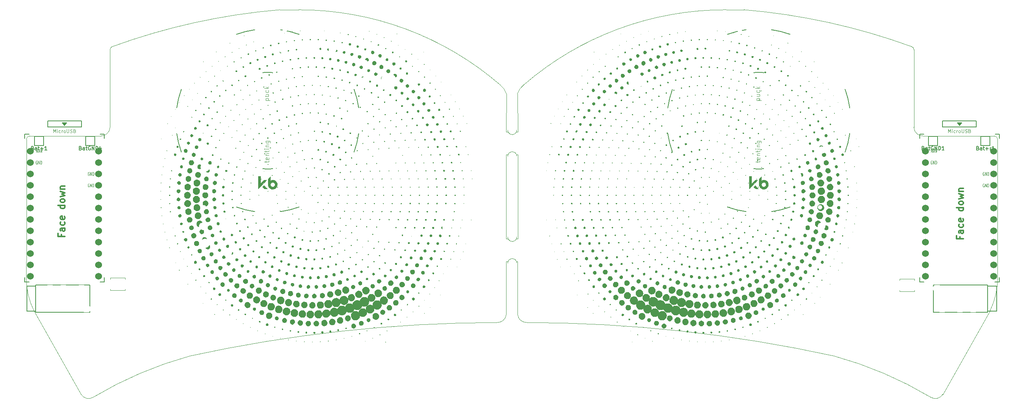
<source format=gto>
%TF.GenerationSoftware,KiCad,Pcbnew,(6.0.4)*%
%TF.CreationDate,2022-04-16T22:52:17+02:00*%
%TF.ProjectId,sweepv2.1-julien,73776565-7076-4322-9e31-2d6a756c6965,rev?*%
%TF.SameCoordinates,Original*%
%TF.FileFunction,Legend,Top*%
%TF.FilePolarity,Positive*%
%FSLAX46Y46*%
G04 Gerber Fmt 4.6, Leading zero omitted, Abs format (unit mm)*
G04 Created by KiCad (PCBNEW (6.0.4)) date 2022-04-16 22:52:17*
%MOMM*%
%LPD*%
G01*
G04 APERTURE LIST*
%TA.AperFunction,Profile*%
%ADD10C,0.050000*%
%TD*%
%ADD11C,0.300000*%
%ADD12C,0.120000*%
%ADD13C,0.125000*%
%ADD14C,0.150000*%
%ADD15C,0.100000*%
%ADD16C,0.200000*%
%ADD17C,0.010000*%
%ADD18C,1.524000*%
%ADD19C,1.397000*%
%ADD20C,0.800000*%
%ADD21O,2.000000X1.600000*%
%ADD22C,1.701800*%
%ADD23C,0.990600*%
%ADD24C,3.429000*%
%ADD25C,2.032000*%
%ADD26C,0.500000*%
%ADD27R,0.900000X1.700000*%
%ADD28C,4.400000*%
%ADD29C,1.000000*%
G04 APERTURE END LIST*
D10*
X131508500Y-77724000D02*
X131506000Y-89547024D01*
X219998001Y-47763999D02*
X219998045Y-30439419D01*
X223714000Y-108050000D02*
G75*
G03*
X226446000Y-107451265I1070000J1650000D01*
G01*
X219998002Y-47763999D02*
G75*
G03*
X222033002Y-49694917I1999998J69999D01*
G01*
X219563295Y-29758875D02*
G75*
G03*
X182067777Y-21502679I-49442795J-135273425D01*
G01*
X178120389Y-21508122D02*
G75*
G03*
X132892692Y-38264646I-253989J-68729978D01*
G01*
X238688000Y-50442000D02*
G75*
G03*
X237938000Y-49692000I-750000J0D01*
G01*
X132893000Y-38265000D02*
G75*
G03*
X131466055Y-40278702I2445000J-3245000D01*
G01*
X131506294Y-89547021D02*
G75*
G03*
X133544000Y-91383119I1978006J146421D01*
G01*
X219998002Y-30439419D02*
G75*
G03*
X219563290Y-29758889I-750002J19D01*
G01*
X223714000Y-108050000D02*
G75*
G03*
X202185134Y-98863946I-44316000J-74040000D01*
G01*
X222033002Y-49694917D02*
X237938000Y-49692000D01*
X202185136Y-98863939D02*
G75*
G03*
X133544000Y-91383119I-69219136J-316475461D01*
G01*
X238688000Y-58420000D02*
X238688000Y-66548000D01*
X236953304Y-88858150D02*
X226446000Y-107451265D01*
X236953327Y-88858162D02*
G75*
G03*
X238700000Y-81534000I-15027227J7454062D01*
G01*
X182067777Y-21502679D02*
X178120389Y-21508139D01*
X238688000Y-50442000D02*
X238688000Y-58420000D01*
X131466055Y-40278702D02*
X131572000Y-48768000D01*
X129349500Y-48768000D02*
X128960000Y-48768000D01*
X238688000Y-66548000D02*
X238688000Y-75438000D01*
X238688000Y-75438000D02*
X238700000Y-81534000D01*
X129349500Y-72644000D02*
X128960000Y-72644000D01*
X129349500Y-53848000D02*
X128960000Y-53848000D01*
X129349500Y-77724000D02*
X128960000Y-77724000D01*
X131572000Y-53848000D02*
X131572000Y-72644000D01*
X78412223Y-21502679D02*
X82613611Y-21508139D01*
X21792000Y-50442000D02*
X21792000Y-58420000D01*
X128960000Y-77724000D02*
X128975507Y-89545022D01*
X129013945Y-40278702D02*
G75*
G03*
X127587000Y-38265000I-3871945J-1231298D01*
G01*
X126936000Y-91383122D02*
G75*
G03*
X128975507Y-89545022I59500J1984522D01*
G01*
X40481999Y-47763999D02*
X40481955Y-30439419D01*
X21792000Y-66548000D02*
X21792000Y-73914000D01*
X23526696Y-88858150D02*
X34034000Y-107451265D01*
X38446998Y-49694918D02*
G75*
G03*
X40481999Y-47763999I35002J2000918D01*
G01*
X78412223Y-21502678D02*
G75*
G03*
X40916710Y-29758889I11947327J-143529582D01*
G01*
X126936000Y-91383119D02*
G75*
G03*
X58294866Y-98863946I578050J-323956411D01*
G01*
X21779999Y-81534000D02*
G75*
G03*
X23526696Y-88858150I16773851J129950D01*
G01*
X22542000Y-49692000D02*
G75*
G03*
X21792000Y-50442000I0J-750000D01*
G01*
X38446998Y-49694917D02*
X22542000Y-49692000D01*
X21792000Y-58420000D02*
X21792000Y-66548000D01*
X40916692Y-29758850D02*
G75*
G03*
X40481955Y-30439419I315308J-680550D01*
G01*
X34034000Y-107451265D02*
G75*
G03*
X36766000Y-108050000I1662000J1051265D01*
G01*
X127586989Y-38265013D02*
G75*
G03*
X82613611Y-21508139I-44973389J-51973087D01*
G01*
X58294866Y-98863946D02*
G75*
G03*
X36766000Y-108050000I22787134J-83226054D01*
G01*
X21792000Y-73914000D02*
X21780000Y-81534000D01*
X128960000Y-53848000D02*
X128960000Y-72644000D01*
X129013945Y-40278702D02*
X128960000Y-48768000D01*
X131572000Y-72644000D02*
X131254500Y-72644000D01*
X129349501Y-48767999D02*
G75*
G03*
X131254499Y-48768000I952499J380999D01*
G01*
X131254499Y-77724001D02*
G75*
G03*
X129349501Y-77724000I-952499J-380999D01*
G01*
X131254499Y-53848001D02*
G75*
G03*
X129349501Y-53848000I-952499J-380999D01*
G01*
X131572000Y-48768000D02*
X131254500Y-48768000D01*
X129349501Y-72643999D02*
G75*
G03*
X131254499Y-72644000I952499J380999D01*
G01*
X131508500Y-77724000D02*
X131254500Y-77724000D01*
X131572000Y-53848000D02*
X131254500Y-53848000D01*
D11*
X230270857Y-72198857D02*
X230270857Y-72698857D01*
X231056571Y-72698857D02*
X229556571Y-72698857D01*
X229556571Y-71984571D01*
X231056571Y-70770285D02*
X230270857Y-70770285D01*
X230128000Y-70841714D01*
X230056571Y-70984571D01*
X230056571Y-71270285D01*
X230128000Y-71413142D01*
X230985142Y-70770285D02*
X231056571Y-70913142D01*
X231056571Y-71270285D01*
X230985142Y-71413142D01*
X230842285Y-71484571D01*
X230699428Y-71484571D01*
X230556571Y-71413142D01*
X230485142Y-71270285D01*
X230485142Y-70913142D01*
X230413714Y-70770285D01*
X230985142Y-69413142D02*
X231056571Y-69556000D01*
X231056571Y-69841714D01*
X230985142Y-69984571D01*
X230913714Y-70056000D01*
X230770857Y-70127428D01*
X230342285Y-70127428D01*
X230199428Y-70056000D01*
X230128000Y-69984571D01*
X230056571Y-69841714D01*
X230056571Y-69556000D01*
X230128000Y-69413142D01*
X230985142Y-68198857D02*
X231056571Y-68341714D01*
X231056571Y-68627428D01*
X230985142Y-68770285D01*
X230842285Y-68841714D01*
X230270857Y-68841714D01*
X230128000Y-68770285D01*
X230056571Y-68627428D01*
X230056571Y-68341714D01*
X230128000Y-68198857D01*
X230270857Y-68127428D01*
X230413714Y-68127428D01*
X230556571Y-68841714D01*
X231056571Y-65698857D02*
X229556571Y-65698857D01*
X230985142Y-65698857D02*
X231056571Y-65841714D01*
X231056571Y-66127428D01*
X230985142Y-66270285D01*
X230913714Y-66341714D01*
X230770857Y-66413142D01*
X230342285Y-66413142D01*
X230199428Y-66341714D01*
X230128000Y-66270285D01*
X230056571Y-66127428D01*
X230056571Y-65841714D01*
X230128000Y-65698857D01*
X231056571Y-64770285D02*
X230985142Y-64913142D01*
X230913714Y-64984571D01*
X230770857Y-65056000D01*
X230342285Y-65056000D01*
X230199428Y-64984571D01*
X230128000Y-64913142D01*
X230056571Y-64770285D01*
X230056571Y-64556000D01*
X230128000Y-64413142D01*
X230199428Y-64341714D01*
X230342285Y-64270285D01*
X230770857Y-64270285D01*
X230913714Y-64341714D01*
X230985142Y-64413142D01*
X231056571Y-64556000D01*
X231056571Y-64770285D01*
X230056571Y-63770285D02*
X231056571Y-63484571D01*
X230342285Y-63198857D01*
X231056571Y-62913142D01*
X230056571Y-62627428D01*
X230056571Y-62056000D02*
X231056571Y-62056000D01*
X230199428Y-62056000D02*
X230128000Y-61984571D01*
X230056571Y-61841714D01*
X230056571Y-61627428D01*
X230128000Y-61484571D01*
X230270857Y-61413142D01*
X231056571Y-61413142D01*
X29610857Y-71690857D02*
X29610857Y-72190857D01*
X30396571Y-72190857D02*
X28896571Y-72190857D01*
X28896571Y-71476571D01*
X30396571Y-70262285D02*
X29610857Y-70262285D01*
X29468000Y-70333714D01*
X29396571Y-70476571D01*
X29396571Y-70762285D01*
X29468000Y-70905142D01*
X30325142Y-70262285D02*
X30396571Y-70405142D01*
X30396571Y-70762285D01*
X30325142Y-70905142D01*
X30182285Y-70976571D01*
X30039428Y-70976571D01*
X29896571Y-70905142D01*
X29825142Y-70762285D01*
X29825142Y-70405142D01*
X29753714Y-70262285D01*
X30325142Y-68905142D02*
X30396571Y-69048000D01*
X30396571Y-69333714D01*
X30325142Y-69476571D01*
X30253714Y-69548000D01*
X30110857Y-69619428D01*
X29682285Y-69619428D01*
X29539428Y-69548000D01*
X29468000Y-69476571D01*
X29396571Y-69333714D01*
X29396571Y-69048000D01*
X29468000Y-68905142D01*
X30325142Y-67690857D02*
X30396571Y-67833714D01*
X30396571Y-68119428D01*
X30325142Y-68262285D01*
X30182285Y-68333714D01*
X29610857Y-68333714D01*
X29468000Y-68262285D01*
X29396571Y-68119428D01*
X29396571Y-67833714D01*
X29468000Y-67690857D01*
X29610857Y-67619428D01*
X29753714Y-67619428D01*
X29896571Y-68333714D01*
X30396571Y-65190857D02*
X28896571Y-65190857D01*
X30325142Y-65190857D02*
X30396571Y-65333714D01*
X30396571Y-65619428D01*
X30325142Y-65762285D01*
X30253714Y-65833714D01*
X30110857Y-65905142D01*
X29682285Y-65905142D01*
X29539428Y-65833714D01*
X29468000Y-65762285D01*
X29396571Y-65619428D01*
X29396571Y-65333714D01*
X29468000Y-65190857D01*
X30396571Y-64262285D02*
X30325142Y-64405142D01*
X30253714Y-64476571D01*
X30110857Y-64548000D01*
X29682285Y-64548000D01*
X29539428Y-64476571D01*
X29468000Y-64405142D01*
X29396571Y-64262285D01*
X29396571Y-64048000D01*
X29468000Y-63905142D01*
X29539428Y-63833714D01*
X29682285Y-63762285D01*
X30110857Y-63762285D01*
X30253714Y-63833714D01*
X30325142Y-63905142D01*
X30396571Y-64048000D01*
X30396571Y-64262285D01*
X29396571Y-63262285D02*
X30396571Y-62976571D01*
X29682285Y-62690857D01*
X30396571Y-62405142D01*
X29396571Y-62119428D01*
X29396571Y-61548000D02*
X30396571Y-61548000D01*
X29539428Y-61548000D02*
X29468000Y-61476571D01*
X29396571Y-61333714D01*
X29396571Y-61119428D01*
X29468000Y-60976571D01*
X29610857Y-60905142D01*
X30396571Y-60905142D01*
D12*
%TO.C,U1*%
X227681571Y-48953285D02*
X227681571Y-48203285D01*
X227931571Y-48739000D01*
X228181571Y-48203285D01*
X228181571Y-48953285D01*
X228538714Y-48953285D02*
X228538714Y-48453285D01*
X228538714Y-48203285D02*
X228503000Y-48239000D01*
X228538714Y-48274714D01*
X228574428Y-48239000D01*
X228538714Y-48203285D01*
X228538714Y-48274714D01*
X229217285Y-48917571D02*
X229145857Y-48953285D01*
X229003000Y-48953285D01*
X228931571Y-48917571D01*
X228895857Y-48881857D01*
X228860142Y-48810428D01*
X228860142Y-48596142D01*
X228895857Y-48524714D01*
X228931571Y-48489000D01*
X229003000Y-48453285D01*
X229145857Y-48453285D01*
X229217285Y-48489000D01*
X229538714Y-48953285D02*
X229538714Y-48453285D01*
X229538714Y-48596142D02*
X229574428Y-48524714D01*
X229610142Y-48489000D01*
X229681571Y-48453285D01*
X229753000Y-48453285D01*
X230110142Y-48953285D02*
X230038714Y-48917571D01*
X230003000Y-48881857D01*
X229967285Y-48810428D01*
X229967285Y-48596142D01*
X230003000Y-48524714D01*
X230038714Y-48489000D01*
X230110142Y-48453285D01*
X230217285Y-48453285D01*
X230288714Y-48489000D01*
X230324428Y-48524714D01*
X230360142Y-48596142D01*
X230360142Y-48810428D01*
X230324428Y-48881857D01*
X230288714Y-48917571D01*
X230217285Y-48953285D01*
X230110142Y-48953285D01*
X230681571Y-48203285D02*
X230681571Y-48810428D01*
X230717285Y-48881857D01*
X230753000Y-48917571D01*
X230824428Y-48953285D01*
X230967285Y-48953285D01*
X231038714Y-48917571D01*
X231074428Y-48881857D01*
X231110142Y-48810428D01*
X231110142Y-48203285D01*
X231431571Y-48917571D02*
X231538714Y-48953285D01*
X231717285Y-48953285D01*
X231788714Y-48917571D01*
X231824428Y-48881857D01*
X231860142Y-48810428D01*
X231860142Y-48739000D01*
X231824428Y-48667571D01*
X231788714Y-48631857D01*
X231717285Y-48596142D01*
X231574428Y-48560428D01*
X231503000Y-48524714D01*
X231467285Y-48489000D01*
X231431571Y-48417571D01*
X231431571Y-48346142D01*
X231467285Y-48274714D01*
X231503000Y-48239000D01*
X231574428Y-48203285D01*
X231753000Y-48203285D01*
X231860142Y-48239000D01*
X232431571Y-48560428D02*
X232538714Y-48596142D01*
X232574428Y-48631857D01*
X232610142Y-48703285D01*
X232610142Y-48810428D01*
X232574428Y-48881857D01*
X232538714Y-48917571D01*
X232467285Y-48953285D01*
X232181571Y-48953285D01*
X232181571Y-48203285D01*
X232431571Y-48203285D01*
X232503000Y-48239000D01*
X232538714Y-48274714D01*
X232574428Y-48346142D01*
X232574428Y-48417571D01*
X232538714Y-48489000D01*
X232503000Y-48524714D01*
X232431571Y-48560428D01*
X232181571Y-48560428D01*
D13*
X235657047Y-60389000D02*
X235609428Y-60353285D01*
X235538000Y-60353285D01*
X235466571Y-60389000D01*
X235418952Y-60460428D01*
X235395142Y-60531857D01*
X235371333Y-60674714D01*
X235371333Y-60781857D01*
X235395142Y-60924714D01*
X235418952Y-60996142D01*
X235466571Y-61067571D01*
X235538000Y-61103285D01*
X235585619Y-61103285D01*
X235657047Y-61067571D01*
X235680857Y-61031857D01*
X235680857Y-60781857D01*
X235585619Y-60781857D01*
X235895142Y-61103285D02*
X235895142Y-60353285D01*
X236180857Y-61103285D01*
X236180857Y-60353285D01*
X236418952Y-61103285D02*
X236418952Y-60353285D01*
X236538000Y-60353285D01*
X236609428Y-60389000D01*
X236657047Y-60460428D01*
X236680857Y-60531857D01*
X236704666Y-60674714D01*
X236704666Y-60781857D01*
X236680857Y-60924714D01*
X236657047Y-60996142D01*
X236609428Y-61067571D01*
X236538000Y-61103285D01*
X236418952Y-61103285D01*
X224162761Y-53383285D02*
X223996095Y-53026142D01*
X223877047Y-53383285D02*
X223877047Y-52633285D01*
X224067523Y-52633285D01*
X224115142Y-52669000D01*
X224138952Y-52704714D01*
X224162761Y-52776142D01*
X224162761Y-52883285D01*
X224138952Y-52954714D01*
X224115142Y-52990428D01*
X224067523Y-53026142D01*
X223877047Y-53026142D01*
X224353238Y-53169000D02*
X224591333Y-53169000D01*
X224305619Y-53383285D02*
X224472285Y-52633285D01*
X224638952Y-53383285D01*
X224758000Y-52633285D02*
X224877047Y-53383285D01*
X224972285Y-52847571D01*
X225067523Y-53383285D01*
X225186571Y-52633285D01*
D14*
D13*
X235677047Y-57809000D02*
X235629428Y-57773285D01*
X235558000Y-57773285D01*
X235486571Y-57809000D01*
X235438952Y-57880428D01*
X235415142Y-57951857D01*
X235391333Y-58094714D01*
X235391333Y-58201857D01*
X235415142Y-58344714D01*
X235438952Y-58416142D01*
X235486571Y-58487571D01*
X235558000Y-58523285D01*
X235605619Y-58523285D01*
X235677047Y-58487571D01*
X235700857Y-58451857D01*
X235700857Y-58201857D01*
X235605619Y-58201857D01*
X235915142Y-58523285D02*
X235915142Y-57773285D01*
X236200857Y-58523285D01*
X236200857Y-57773285D01*
X236438952Y-58523285D02*
X236438952Y-57773285D01*
X236558000Y-57773285D01*
X236629428Y-57809000D01*
X236677047Y-57880428D01*
X236700857Y-57951857D01*
X236724666Y-58094714D01*
X236724666Y-58201857D01*
X236700857Y-58344714D01*
X236677047Y-58416142D01*
X236629428Y-58487571D01*
X236558000Y-58523285D01*
X236438952Y-58523285D01*
X224027047Y-55279000D02*
X223979428Y-55243285D01*
X223908000Y-55243285D01*
X223836571Y-55279000D01*
X223788952Y-55350428D01*
X223765142Y-55421857D01*
X223741333Y-55564714D01*
X223741333Y-55671857D01*
X223765142Y-55814714D01*
X223788952Y-55886142D01*
X223836571Y-55957571D01*
X223908000Y-55993285D01*
X223955619Y-55993285D01*
X224027047Y-55957571D01*
X224050857Y-55921857D01*
X224050857Y-55671857D01*
X223955619Y-55671857D01*
X224265142Y-55993285D02*
X224265142Y-55243285D01*
X224550857Y-55993285D01*
X224550857Y-55243285D01*
X224788952Y-55993285D02*
X224788952Y-55243285D01*
X224908000Y-55243285D01*
X224979428Y-55279000D01*
X225027047Y-55350428D01*
X225050857Y-55421857D01*
X225074666Y-55564714D01*
X225074666Y-55671857D01*
X225050857Y-55814714D01*
X225027047Y-55886142D01*
X224979428Y-55957571D01*
X224908000Y-55993285D01*
X224788952Y-55993285D01*
D15*
%TO.C,REF\u002A\u002A*%
X184951214Y-55640000D02*
X184951214Y-55259047D01*
X184617880Y-55497142D02*
X185475023Y-55497142D01*
X185570261Y-55449523D01*
X185617880Y-55354285D01*
X185617880Y-55259047D01*
X185570261Y-54544761D02*
X185617880Y-54640000D01*
X185617880Y-54830476D01*
X185570261Y-54925714D01*
X185475023Y-54973333D01*
X185094071Y-54973333D01*
X184998833Y-54925714D01*
X184951214Y-54830476D01*
X184951214Y-54640000D01*
X184998833Y-54544761D01*
X185094071Y-54497142D01*
X185189309Y-54497142D01*
X185284547Y-54973333D01*
X184951214Y-54068571D02*
X185617880Y-54068571D01*
X185046452Y-54068571D02*
X184998833Y-54020952D01*
X184951214Y-53925714D01*
X184951214Y-53782857D01*
X184998833Y-53687619D01*
X185094071Y-53640000D01*
X185617880Y-53640000D01*
X184951214Y-53306666D02*
X184951214Y-52925714D01*
X184617880Y-53163809D02*
X185475023Y-53163809D01*
X185570261Y-53116190D01*
X185617880Y-53020952D01*
X185617880Y-52925714D01*
X185617880Y-52592380D02*
X184951214Y-52592380D01*
X184617880Y-52592380D02*
X184665500Y-52640000D01*
X184713119Y-52592380D01*
X184665500Y-52544761D01*
X184617880Y-52592380D01*
X184713119Y-52592380D01*
X184951214Y-52116190D02*
X185617880Y-52116190D01*
X185046452Y-52116190D02*
X184998833Y-52068571D01*
X184951214Y-51973333D01*
X184951214Y-51830476D01*
X184998833Y-51735238D01*
X185094071Y-51687619D01*
X185617880Y-51687619D01*
X184951214Y-50782857D02*
X185760738Y-50782857D01*
X185855976Y-50830476D01*
X185903595Y-50878095D01*
X185951214Y-50973333D01*
X185951214Y-51116190D01*
X185903595Y-51211428D01*
X185570261Y-50782857D02*
X185617880Y-50878095D01*
X185617880Y-51068571D01*
X185570261Y-51163809D01*
X185522642Y-51211428D01*
X185427404Y-51259047D01*
X185141690Y-51259047D01*
X185046452Y-51211428D01*
X184998833Y-51163809D01*
X184951214Y-51068571D01*
X184951214Y-50878095D01*
X184998833Y-50782857D01*
X184887714Y-41749500D02*
X185887714Y-41749500D01*
X184935333Y-41749500D02*
X184887714Y-41654261D01*
X184887714Y-41463785D01*
X184935333Y-41368547D01*
X184982952Y-41320928D01*
X185078190Y-41273309D01*
X185363904Y-41273309D01*
X185459142Y-41320928D01*
X185506761Y-41368547D01*
X185554380Y-41463785D01*
X185554380Y-41654261D01*
X185506761Y-41749500D01*
X184887714Y-40416166D02*
X185554380Y-40416166D01*
X184887714Y-40844738D02*
X185411523Y-40844738D01*
X185506761Y-40797119D01*
X185554380Y-40701880D01*
X185554380Y-40559023D01*
X185506761Y-40463785D01*
X185459142Y-40416166D01*
X185506761Y-39511404D02*
X185554380Y-39606642D01*
X185554380Y-39797119D01*
X185506761Y-39892357D01*
X185459142Y-39939976D01*
X185363904Y-39987595D01*
X185078190Y-39987595D01*
X184982952Y-39939976D01*
X184935333Y-39892357D01*
X184887714Y-39797119D01*
X184887714Y-39606642D01*
X184935333Y-39511404D01*
X185554380Y-39082833D02*
X184554380Y-39082833D01*
X185173428Y-38987595D02*
X185554380Y-38701880D01*
X184887714Y-38701880D02*
X185268666Y-39082833D01*
D14*
%TO.C,Bat+r1*%
X234282342Y-52392942D02*
X234398457Y-52431647D01*
X234437161Y-52470352D01*
X234475866Y-52547761D01*
X234475866Y-52663876D01*
X234437161Y-52741285D01*
X234398457Y-52779990D01*
X234321047Y-52818695D01*
X234011409Y-52818695D01*
X234011409Y-52005895D01*
X234282342Y-52005895D01*
X234359752Y-52044600D01*
X234398457Y-52083304D01*
X234437161Y-52160714D01*
X234437161Y-52238123D01*
X234398457Y-52315533D01*
X234359752Y-52354238D01*
X234282342Y-52392942D01*
X234011409Y-52392942D01*
X235172552Y-52818695D02*
X235172552Y-52392942D01*
X235133847Y-52315533D01*
X235056438Y-52276828D01*
X234901619Y-52276828D01*
X234824209Y-52315533D01*
X235172552Y-52779990D02*
X235095142Y-52818695D01*
X234901619Y-52818695D01*
X234824209Y-52779990D01*
X234785504Y-52702580D01*
X234785504Y-52625171D01*
X234824209Y-52547761D01*
X234901619Y-52509057D01*
X235095142Y-52509057D01*
X235172552Y-52470352D01*
X235443485Y-52276828D02*
X235753123Y-52276828D01*
X235559600Y-52005895D02*
X235559600Y-52702580D01*
X235598304Y-52779990D01*
X235675714Y-52818695D01*
X235753123Y-52818695D01*
X236024057Y-52509057D02*
X236643333Y-52509057D01*
X236333695Y-52818695D02*
X236333695Y-52199419D01*
X237030380Y-52818695D02*
X237030380Y-52276828D01*
X237030380Y-52431647D02*
X237069085Y-52354238D01*
X237107790Y-52315533D01*
X237185200Y-52276828D01*
X237262609Y-52276828D01*
X237959295Y-52818695D02*
X237494838Y-52818695D01*
X237727066Y-52818695D02*
X237727066Y-52005895D01*
X237649657Y-52122009D01*
X237572247Y-52199419D01*
X237494838Y-52238123D01*
%TO.C,BatGND1*%
X222114533Y-52392942D02*
X222230647Y-52431647D01*
X222269352Y-52470352D01*
X222308057Y-52547761D01*
X222308057Y-52663876D01*
X222269352Y-52741285D01*
X222230647Y-52779990D01*
X222153238Y-52818695D01*
X221843600Y-52818695D01*
X221843600Y-52005895D01*
X222114533Y-52005895D01*
X222191942Y-52044600D01*
X222230647Y-52083304D01*
X222269352Y-52160714D01*
X222269352Y-52238123D01*
X222230647Y-52315533D01*
X222191942Y-52354238D01*
X222114533Y-52392942D01*
X221843600Y-52392942D01*
X223004742Y-52818695D02*
X223004742Y-52392942D01*
X222966038Y-52315533D01*
X222888628Y-52276828D01*
X222733809Y-52276828D01*
X222656400Y-52315533D01*
X223004742Y-52779990D02*
X222927333Y-52818695D01*
X222733809Y-52818695D01*
X222656400Y-52779990D01*
X222617695Y-52702580D01*
X222617695Y-52625171D01*
X222656400Y-52547761D01*
X222733809Y-52509057D01*
X222927333Y-52509057D01*
X223004742Y-52470352D01*
X223275676Y-52276828D02*
X223585314Y-52276828D01*
X223391790Y-52005895D02*
X223391790Y-52702580D01*
X223430495Y-52779990D01*
X223507904Y-52818695D01*
X223585314Y-52818695D01*
X224282000Y-52044600D02*
X224204590Y-52005895D01*
X224088476Y-52005895D01*
X223972361Y-52044600D01*
X223894952Y-52122009D01*
X223856247Y-52199419D01*
X223817542Y-52354238D01*
X223817542Y-52470352D01*
X223856247Y-52625171D01*
X223894952Y-52702580D01*
X223972361Y-52779990D01*
X224088476Y-52818695D01*
X224165885Y-52818695D01*
X224282000Y-52779990D01*
X224320704Y-52741285D01*
X224320704Y-52470352D01*
X224165885Y-52470352D01*
X224669047Y-52818695D02*
X224669047Y-52005895D01*
X225133504Y-52818695D01*
X225133504Y-52005895D01*
X225520552Y-52818695D02*
X225520552Y-52005895D01*
X225714076Y-52005895D01*
X225830190Y-52044600D01*
X225907600Y-52122009D01*
X225946304Y-52199419D01*
X225985009Y-52354238D01*
X225985009Y-52470352D01*
X225946304Y-52625171D01*
X225907600Y-52702580D01*
X225830190Y-52779990D01*
X225714076Y-52818695D01*
X225520552Y-52818695D01*
X226759104Y-52818695D02*
X226294647Y-52818695D01*
X226526876Y-52818695D02*
X226526876Y-52005895D01*
X226449466Y-52122009D01*
X226372057Y-52199419D01*
X226294647Y-52238123D01*
D13*
%TO.C,U2*%
X35805047Y-60389000D02*
X35757428Y-60353285D01*
X35686000Y-60353285D01*
X35614571Y-60389000D01*
X35566952Y-60460428D01*
X35543142Y-60531857D01*
X35519333Y-60674714D01*
X35519333Y-60781857D01*
X35543142Y-60924714D01*
X35566952Y-60996142D01*
X35614571Y-61067571D01*
X35686000Y-61103285D01*
X35733619Y-61103285D01*
X35805047Y-61067571D01*
X35828857Y-61031857D01*
X35828857Y-60781857D01*
X35733619Y-60781857D01*
X36043142Y-61103285D02*
X36043142Y-60353285D01*
X36328857Y-61103285D01*
X36328857Y-60353285D01*
X36566952Y-61103285D02*
X36566952Y-60353285D01*
X36686000Y-60353285D01*
X36757428Y-60389000D01*
X36805047Y-60460428D01*
X36828857Y-60531857D01*
X36852666Y-60674714D01*
X36852666Y-60781857D01*
X36828857Y-60924714D01*
X36805047Y-60996142D01*
X36757428Y-61067571D01*
X36686000Y-61103285D01*
X36566952Y-61103285D01*
X24310761Y-53383285D02*
X24144095Y-53026142D01*
X24025047Y-53383285D02*
X24025047Y-52633285D01*
X24215523Y-52633285D01*
X24263142Y-52669000D01*
X24286952Y-52704714D01*
X24310761Y-52776142D01*
X24310761Y-52883285D01*
X24286952Y-52954714D01*
X24263142Y-52990428D01*
X24215523Y-53026142D01*
X24025047Y-53026142D01*
X24501238Y-53169000D02*
X24739333Y-53169000D01*
X24453619Y-53383285D02*
X24620285Y-52633285D01*
X24786952Y-53383285D01*
X24906000Y-52633285D02*
X25025047Y-53383285D01*
X25120285Y-52847571D01*
X25215523Y-53383285D01*
X25334571Y-52633285D01*
X24175047Y-55279000D02*
X24127428Y-55243285D01*
X24056000Y-55243285D01*
X23984571Y-55279000D01*
X23936952Y-55350428D01*
X23913142Y-55421857D01*
X23889333Y-55564714D01*
X23889333Y-55671857D01*
X23913142Y-55814714D01*
X23936952Y-55886142D01*
X23984571Y-55957571D01*
X24056000Y-55993285D01*
X24103619Y-55993285D01*
X24175047Y-55957571D01*
X24198857Y-55921857D01*
X24198857Y-55671857D01*
X24103619Y-55671857D01*
X24413142Y-55993285D02*
X24413142Y-55243285D01*
X24698857Y-55993285D01*
X24698857Y-55243285D01*
X24936952Y-55993285D02*
X24936952Y-55243285D01*
X25056000Y-55243285D01*
X25127428Y-55279000D01*
X25175047Y-55350428D01*
X25198857Y-55421857D01*
X25222666Y-55564714D01*
X25222666Y-55671857D01*
X25198857Y-55814714D01*
X25175047Y-55886142D01*
X25127428Y-55957571D01*
X25056000Y-55993285D01*
X24936952Y-55993285D01*
D14*
D12*
X27829571Y-48953285D02*
X27829571Y-48203285D01*
X28079571Y-48739000D01*
X28329571Y-48203285D01*
X28329571Y-48953285D01*
X28686714Y-48953285D02*
X28686714Y-48453285D01*
X28686714Y-48203285D02*
X28651000Y-48239000D01*
X28686714Y-48274714D01*
X28722428Y-48239000D01*
X28686714Y-48203285D01*
X28686714Y-48274714D01*
X29365285Y-48917571D02*
X29293857Y-48953285D01*
X29151000Y-48953285D01*
X29079571Y-48917571D01*
X29043857Y-48881857D01*
X29008142Y-48810428D01*
X29008142Y-48596142D01*
X29043857Y-48524714D01*
X29079571Y-48489000D01*
X29151000Y-48453285D01*
X29293857Y-48453285D01*
X29365285Y-48489000D01*
X29686714Y-48953285D02*
X29686714Y-48453285D01*
X29686714Y-48596142D02*
X29722428Y-48524714D01*
X29758142Y-48489000D01*
X29829571Y-48453285D01*
X29901000Y-48453285D01*
X30258142Y-48953285D02*
X30186714Y-48917571D01*
X30151000Y-48881857D01*
X30115285Y-48810428D01*
X30115285Y-48596142D01*
X30151000Y-48524714D01*
X30186714Y-48489000D01*
X30258142Y-48453285D01*
X30365285Y-48453285D01*
X30436714Y-48489000D01*
X30472428Y-48524714D01*
X30508142Y-48596142D01*
X30508142Y-48810428D01*
X30472428Y-48881857D01*
X30436714Y-48917571D01*
X30365285Y-48953285D01*
X30258142Y-48953285D01*
X30829571Y-48203285D02*
X30829571Y-48810428D01*
X30865285Y-48881857D01*
X30901000Y-48917571D01*
X30972428Y-48953285D01*
X31115285Y-48953285D01*
X31186714Y-48917571D01*
X31222428Y-48881857D01*
X31258142Y-48810428D01*
X31258142Y-48203285D01*
X31579571Y-48917571D02*
X31686714Y-48953285D01*
X31865285Y-48953285D01*
X31936714Y-48917571D01*
X31972428Y-48881857D01*
X32008142Y-48810428D01*
X32008142Y-48739000D01*
X31972428Y-48667571D01*
X31936714Y-48631857D01*
X31865285Y-48596142D01*
X31722428Y-48560428D01*
X31651000Y-48524714D01*
X31615285Y-48489000D01*
X31579571Y-48417571D01*
X31579571Y-48346142D01*
X31615285Y-48274714D01*
X31651000Y-48239000D01*
X31722428Y-48203285D01*
X31901000Y-48203285D01*
X32008142Y-48239000D01*
X32579571Y-48560428D02*
X32686714Y-48596142D01*
X32722428Y-48631857D01*
X32758142Y-48703285D01*
X32758142Y-48810428D01*
X32722428Y-48881857D01*
X32686714Y-48917571D01*
X32615285Y-48953285D01*
X32329571Y-48953285D01*
X32329571Y-48203285D01*
X32579571Y-48203285D01*
X32651000Y-48239000D01*
X32686714Y-48274714D01*
X32722428Y-48346142D01*
X32722428Y-48417571D01*
X32686714Y-48489000D01*
X32651000Y-48524714D01*
X32579571Y-48560428D01*
X32329571Y-48560428D01*
D13*
X35825047Y-57809000D02*
X35777428Y-57773285D01*
X35706000Y-57773285D01*
X35634571Y-57809000D01*
X35586952Y-57880428D01*
X35563142Y-57951857D01*
X35539333Y-58094714D01*
X35539333Y-58201857D01*
X35563142Y-58344714D01*
X35586952Y-58416142D01*
X35634571Y-58487571D01*
X35706000Y-58523285D01*
X35753619Y-58523285D01*
X35825047Y-58487571D01*
X35848857Y-58451857D01*
X35848857Y-58201857D01*
X35753619Y-58201857D01*
X36063142Y-58523285D02*
X36063142Y-57773285D01*
X36348857Y-58523285D01*
X36348857Y-57773285D01*
X36586952Y-58523285D02*
X36586952Y-57773285D01*
X36706000Y-57773285D01*
X36777428Y-57809000D01*
X36825047Y-57880428D01*
X36848857Y-57951857D01*
X36872666Y-58094714D01*
X36872666Y-58201857D01*
X36848857Y-58344714D01*
X36825047Y-58416142D01*
X36777428Y-58487571D01*
X36706000Y-58523285D01*
X36586952Y-58523285D01*
D15*
%TO.C,REF\u002A\u002A*%
X75223714Y-41749500D02*
X76223714Y-41749500D01*
X75271333Y-41749500D02*
X75223714Y-41654261D01*
X75223714Y-41463785D01*
X75271333Y-41368547D01*
X75318952Y-41320928D01*
X75414190Y-41273309D01*
X75699904Y-41273309D01*
X75795142Y-41320928D01*
X75842761Y-41368547D01*
X75890380Y-41463785D01*
X75890380Y-41654261D01*
X75842761Y-41749500D01*
X75223714Y-40416166D02*
X75890380Y-40416166D01*
X75223714Y-40844738D02*
X75747523Y-40844738D01*
X75842761Y-40797119D01*
X75890380Y-40701880D01*
X75890380Y-40559023D01*
X75842761Y-40463785D01*
X75795142Y-40416166D01*
X75842761Y-39511404D02*
X75890380Y-39606642D01*
X75890380Y-39797119D01*
X75842761Y-39892357D01*
X75795142Y-39939976D01*
X75699904Y-39987595D01*
X75414190Y-39987595D01*
X75318952Y-39939976D01*
X75271333Y-39892357D01*
X75223714Y-39797119D01*
X75223714Y-39606642D01*
X75271333Y-39511404D01*
X75890380Y-39082833D02*
X74890380Y-39082833D01*
X75509428Y-38987595D02*
X75890380Y-38701880D01*
X75223714Y-38701880D02*
X75604666Y-39082833D01*
X75287214Y-55640000D02*
X75287214Y-55259047D01*
X74953880Y-55497142D02*
X75811023Y-55497142D01*
X75906261Y-55449523D01*
X75953880Y-55354285D01*
X75953880Y-55259047D01*
X75906261Y-54544761D02*
X75953880Y-54640000D01*
X75953880Y-54830476D01*
X75906261Y-54925714D01*
X75811023Y-54973333D01*
X75430071Y-54973333D01*
X75334833Y-54925714D01*
X75287214Y-54830476D01*
X75287214Y-54640000D01*
X75334833Y-54544761D01*
X75430071Y-54497142D01*
X75525309Y-54497142D01*
X75620547Y-54973333D01*
X75287214Y-54068571D02*
X75953880Y-54068571D01*
X75382452Y-54068571D02*
X75334833Y-54020952D01*
X75287214Y-53925714D01*
X75287214Y-53782857D01*
X75334833Y-53687619D01*
X75430071Y-53640000D01*
X75953880Y-53640000D01*
X75287214Y-53306666D02*
X75287214Y-52925714D01*
X74953880Y-53163809D02*
X75811023Y-53163809D01*
X75906261Y-53116190D01*
X75953880Y-53020952D01*
X75953880Y-52925714D01*
X75953880Y-52592380D02*
X75287214Y-52592380D01*
X74953880Y-52592380D02*
X75001500Y-52640000D01*
X75049119Y-52592380D01*
X75001500Y-52544761D01*
X74953880Y-52592380D01*
X75049119Y-52592380D01*
X75287214Y-52116190D02*
X75953880Y-52116190D01*
X75382452Y-52116190D02*
X75334833Y-52068571D01*
X75287214Y-51973333D01*
X75287214Y-51830476D01*
X75334833Y-51735238D01*
X75430071Y-51687619D01*
X75953880Y-51687619D01*
X75287214Y-50782857D02*
X76096738Y-50782857D01*
X76191976Y-50830476D01*
X76239595Y-50878095D01*
X76287214Y-50973333D01*
X76287214Y-51116190D01*
X76239595Y-51211428D01*
X75906261Y-50782857D02*
X75953880Y-50878095D01*
X75953880Y-51068571D01*
X75906261Y-51163809D01*
X75858642Y-51211428D01*
X75763404Y-51259047D01*
X75477690Y-51259047D01*
X75382452Y-51211428D01*
X75334833Y-51163809D01*
X75287214Y-51068571D01*
X75287214Y-50878095D01*
X75334833Y-50782857D01*
D14*
%TO.C,BatGND4*%
X33900533Y-52392942D02*
X34016647Y-52431647D01*
X34055352Y-52470352D01*
X34094057Y-52547761D01*
X34094057Y-52663876D01*
X34055352Y-52741285D01*
X34016647Y-52779990D01*
X33939238Y-52818695D01*
X33629600Y-52818695D01*
X33629600Y-52005895D01*
X33900533Y-52005895D01*
X33977942Y-52044600D01*
X34016647Y-52083304D01*
X34055352Y-52160714D01*
X34055352Y-52238123D01*
X34016647Y-52315533D01*
X33977942Y-52354238D01*
X33900533Y-52392942D01*
X33629600Y-52392942D01*
X34790742Y-52818695D02*
X34790742Y-52392942D01*
X34752038Y-52315533D01*
X34674628Y-52276828D01*
X34519809Y-52276828D01*
X34442400Y-52315533D01*
X34790742Y-52779990D02*
X34713333Y-52818695D01*
X34519809Y-52818695D01*
X34442400Y-52779990D01*
X34403695Y-52702580D01*
X34403695Y-52625171D01*
X34442400Y-52547761D01*
X34519809Y-52509057D01*
X34713333Y-52509057D01*
X34790742Y-52470352D01*
X35061676Y-52276828D02*
X35371314Y-52276828D01*
X35177790Y-52005895D02*
X35177790Y-52702580D01*
X35216495Y-52779990D01*
X35293904Y-52818695D01*
X35371314Y-52818695D01*
X36068000Y-52044600D02*
X35990590Y-52005895D01*
X35874476Y-52005895D01*
X35758361Y-52044600D01*
X35680952Y-52122009D01*
X35642247Y-52199419D01*
X35603542Y-52354238D01*
X35603542Y-52470352D01*
X35642247Y-52625171D01*
X35680952Y-52702580D01*
X35758361Y-52779990D01*
X35874476Y-52818695D01*
X35951885Y-52818695D01*
X36068000Y-52779990D01*
X36106704Y-52741285D01*
X36106704Y-52470352D01*
X35951885Y-52470352D01*
X36455047Y-52818695D02*
X36455047Y-52005895D01*
X36919504Y-52818695D01*
X36919504Y-52005895D01*
X37306552Y-52818695D02*
X37306552Y-52005895D01*
X37500076Y-52005895D01*
X37616190Y-52044600D01*
X37693600Y-52122009D01*
X37732304Y-52199419D01*
X37771009Y-52354238D01*
X37771009Y-52470352D01*
X37732304Y-52625171D01*
X37693600Y-52702580D01*
X37616190Y-52779990D01*
X37500076Y-52818695D01*
X37306552Y-52818695D01*
X38467695Y-52276828D02*
X38467695Y-52818695D01*
X38274171Y-51967190D02*
X38080647Y-52547761D01*
X38583809Y-52547761D01*
%TO.C,Bat+1*%
X23205923Y-52392942D02*
X23322038Y-52431647D01*
X23360742Y-52470352D01*
X23399447Y-52547761D01*
X23399447Y-52663876D01*
X23360742Y-52741285D01*
X23322038Y-52779990D01*
X23244628Y-52818695D01*
X22934990Y-52818695D01*
X22934990Y-52005895D01*
X23205923Y-52005895D01*
X23283333Y-52044600D01*
X23322038Y-52083304D01*
X23360742Y-52160714D01*
X23360742Y-52238123D01*
X23322038Y-52315533D01*
X23283333Y-52354238D01*
X23205923Y-52392942D01*
X22934990Y-52392942D01*
X24096133Y-52818695D02*
X24096133Y-52392942D01*
X24057428Y-52315533D01*
X23980019Y-52276828D01*
X23825200Y-52276828D01*
X23747790Y-52315533D01*
X24096133Y-52779990D02*
X24018723Y-52818695D01*
X23825200Y-52818695D01*
X23747790Y-52779990D01*
X23709085Y-52702580D01*
X23709085Y-52625171D01*
X23747790Y-52547761D01*
X23825200Y-52509057D01*
X24018723Y-52509057D01*
X24096133Y-52470352D01*
X24367066Y-52276828D02*
X24676704Y-52276828D01*
X24483180Y-52005895D02*
X24483180Y-52702580D01*
X24521885Y-52779990D01*
X24599295Y-52818695D01*
X24676704Y-52818695D01*
X24947638Y-52509057D02*
X25566914Y-52509057D01*
X25257276Y-52818695D02*
X25257276Y-52199419D01*
X26379714Y-52818695D02*
X25915257Y-52818695D01*
X26147485Y-52818695D02*
X26147485Y-52005895D01*
X26070076Y-52122009D01*
X25992666Y-52199419D01*
X25915257Y-52238123D01*
%TO.C,U1*%
X229828000Y-46864000D02*
X230528000Y-46864000D01*
X229678000Y-46714000D02*
X230678000Y-46714000D01*
X221278000Y-49264000D02*
X221278000Y-50264000D01*
X226428000Y-47664000D02*
X233928000Y-47664000D01*
X221278000Y-82314000D02*
X222278000Y-82314000D01*
X239078000Y-49264000D02*
X238128000Y-49264000D01*
X229928000Y-47014000D02*
X230428000Y-47014000D01*
X239078000Y-82314000D02*
X238068000Y-82314000D01*
X233928000Y-47664000D02*
X233928000Y-46364000D01*
X239078000Y-81314000D02*
X239078000Y-82314000D01*
X221278000Y-81264000D02*
X221278000Y-82314000D01*
X239078000Y-49264000D02*
X239078000Y-50264000D01*
X221278000Y-49264000D02*
X222278000Y-49264000D01*
X230028000Y-47164000D02*
X230328000Y-47164000D01*
X233928000Y-46364000D02*
X226428000Y-46364000D01*
X230178000Y-47364000D02*
X229678000Y-46714000D01*
X230678000Y-46714000D02*
X230178000Y-47364000D01*
X226428000Y-46364000D02*
X226428000Y-47664000D01*
%TO.C,J2*%
X236474000Y-89102000D02*
X236474000Y-83002000D01*
X236474000Y-83002000D02*
X224374000Y-83002000D01*
X238474000Y-88852000D02*
X238474000Y-83252000D01*
X236474000Y-89102000D02*
X224374000Y-89102000D01*
X224374000Y-89102000D02*
X224374000Y-83002000D01*
X236474000Y-88852000D02*
X238474000Y-88852000D01*
X236474000Y-83252000D02*
X238474000Y-83252000D01*
D15*
%TO.C,mouse-bite-2mm-slot*%
X131302000Y-54229000D02*
G75*
G03*
X129302000Y-54229000I-1000000J0D01*
G01*
X129302000Y-48387000D02*
G75*
G03*
X131302000Y-48387000I1000000J0D01*
G01*
X131302000Y-78105000D02*
G75*
G03*
X129302000Y-78105000I-1000000J0D01*
G01*
X129302000Y-72263000D02*
G75*
G03*
X131302000Y-72263000I1000000J0D01*
G01*
D12*
%TO.C,RSW1*%
X220090000Y-81658000D02*
X220090000Y-81958000D01*
X216790000Y-84458000D02*
X220090000Y-84458000D01*
X216790000Y-84158000D02*
X216790000Y-84458000D01*
X220090000Y-84458000D02*
X220090000Y-84158000D01*
X216790000Y-81658000D02*
X220090000Y-81658000D01*
X216790000Y-81958000D02*
X216790000Y-81658000D01*
D16*
%TO.C,REF\u002A\u002A*%
X185356000Y-57077001D02*
G75*
G03*
X186484385Y-57017864I0J10794901D01*
G01*
X192364047Y-26995866D02*
G75*
G03*
X188213500Y-25962000I-7008047J-19286134D01*
G01*
X188213500Y-66602000D02*
G75*
G03*
X192364047Y-65568134I-2857500J20320000D01*
G01*
X178347954Y-65568135D02*
G75*
G03*
X182498500Y-66602000I7008046J19286135D01*
G01*
X205676000Y-43424500D02*
G75*
G03*
X204642135Y-39273955I-20320019J-2857506D01*
G01*
X186484385Y-35546137D02*
G75*
G03*
X185356000Y-35487000I-1128385J-10735763D01*
G01*
X166069866Y-39273952D02*
G75*
G03*
X165036000Y-43424500I19286117J-7008044D01*
G01*
X184227615Y-57017864D02*
G75*
G03*
X185356000Y-57077000I1128379J10735785D01*
G01*
X204642135Y-53290046D02*
G75*
G03*
X205676000Y-49139500I-19286185J7008058D01*
G01*
X165036000Y-49139500D02*
G75*
G03*
X166069866Y-53290047I20319953J2857490D01*
G01*
X182498500Y-25962000D02*
G75*
G03*
X178347952Y-26995866I2857496J-20319983D01*
G01*
X185356000Y-35487000D02*
G75*
G03*
X184227615Y-35546136I-6J-10794921D01*
G01*
G36*
X185429889Y-60466589D02*
G01*
X185428486Y-60359960D01*
X185427442Y-60237304D01*
X185426778Y-60100032D01*
X185426517Y-59949558D01*
X185426514Y-59937822D01*
X185426427Y-59246108D01*
X185934131Y-58736082D01*
X185934279Y-59229650D01*
X185934471Y-59333890D01*
X185934960Y-59430635D01*
X185935710Y-59517521D01*
X185936686Y-59592183D01*
X185937855Y-59652258D01*
X185939182Y-59695381D01*
X185940631Y-59719188D01*
X185941539Y-59723218D01*
X185953970Y-59716904D01*
X185978816Y-59700561D01*
X186002950Y-59683359D01*
X186117647Y-59612637D01*
X186239863Y-59563533D01*
X186370246Y-59535857D01*
X186509447Y-59529419D01*
X186527259Y-59530087D01*
X186616894Y-59536639D01*
X186693377Y-59548576D01*
X186765029Y-59568068D01*
X186840167Y-59597285D01*
X186910018Y-59629924D01*
X187037951Y-59705217D01*
X187150871Y-59797197D01*
X187247765Y-59904186D01*
X187327623Y-60024511D01*
X187389433Y-60156496D01*
X187432185Y-60298465D01*
X187454866Y-60448744D01*
X187458427Y-60538414D01*
X187448136Y-60690892D01*
X187416780Y-60835456D01*
X187363635Y-60974692D01*
X187306380Y-61081611D01*
X187220668Y-61201904D01*
X187119055Y-61306753D01*
X187003722Y-61395075D01*
X186876847Y-61465789D01*
X186740611Y-61517812D01*
X186597192Y-61550065D01*
X186448771Y-61561464D01*
X186348525Y-61556981D01*
X186203917Y-61532100D01*
X186063349Y-61485825D01*
X185930176Y-61419846D01*
X185807756Y-61335849D01*
X185699444Y-61235523D01*
X185691050Y-61226357D01*
X185609919Y-61122237D01*
X185540227Y-61004055D01*
X185485061Y-60878192D01*
X185447508Y-60751032D01*
X185438639Y-60704582D01*
X185436026Y-60676187D01*
X185433681Y-60626115D01*
X185432212Y-60575781D01*
X185928550Y-60575781D01*
X185939122Y-60673330D01*
X185969554Y-60767349D01*
X185998208Y-60821494D01*
X186065142Y-60909777D01*
X186144623Y-60980654D01*
X186234055Y-61033147D01*
X186330841Y-61066279D01*
X186432382Y-61079073D01*
X186536083Y-61070552D01*
X186608910Y-61051264D01*
X186651907Y-61035178D01*
X186692812Y-61017818D01*
X186708979Y-61010042D01*
X186754265Y-60979038D01*
X186803588Y-60932844D01*
X186851645Y-60877388D01*
X186893130Y-60818594D01*
X186914618Y-60780267D01*
X186934799Y-60736021D01*
X186947444Y-60697413D01*
X186954801Y-60655121D01*
X186959119Y-60599818D01*
X186959401Y-60594528D01*
X186956033Y-60487283D01*
X186933177Y-60389391D01*
X186889525Y-60295968D01*
X186871755Y-60267439D01*
X186807213Y-60189535D01*
X186728396Y-60127365D01*
X186638760Y-60081869D01*
X186541761Y-60053991D01*
X186440857Y-60044671D01*
X186339505Y-60054853D01*
X186241159Y-60085478D01*
X186227156Y-60091764D01*
X186139204Y-60144713D01*
X186065214Y-60212927D01*
X186006171Y-60293273D01*
X185963058Y-60382620D01*
X185936856Y-60477833D01*
X185928550Y-60575781D01*
X185432212Y-60575781D01*
X185431628Y-60555778D01*
X185429889Y-60466589D01*
G37*
D17*
X185429889Y-60466589D02*
X185428486Y-60359960D01*
X185427442Y-60237304D01*
X185426778Y-60100032D01*
X185426517Y-59949558D01*
X185426514Y-59937822D01*
X185426427Y-59246108D01*
X185934131Y-58736082D01*
X185934279Y-59229650D01*
X185934471Y-59333890D01*
X185934960Y-59430635D01*
X185935710Y-59517521D01*
X185936686Y-59592183D01*
X185937855Y-59652258D01*
X185939182Y-59695381D01*
X185940631Y-59719188D01*
X185941539Y-59723218D01*
X185953970Y-59716904D01*
X185978816Y-59700561D01*
X186002950Y-59683359D01*
X186117647Y-59612637D01*
X186239863Y-59563533D01*
X186370246Y-59535857D01*
X186509447Y-59529419D01*
X186527259Y-59530087D01*
X186616894Y-59536639D01*
X186693377Y-59548576D01*
X186765029Y-59568068D01*
X186840167Y-59597285D01*
X186910018Y-59629924D01*
X187037951Y-59705217D01*
X187150871Y-59797197D01*
X187247765Y-59904186D01*
X187327623Y-60024511D01*
X187389433Y-60156496D01*
X187432185Y-60298465D01*
X187454866Y-60448744D01*
X187458427Y-60538414D01*
X187448136Y-60690892D01*
X187416780Y-60835456D01*
X187363635Y-60974692D01*
X187306380Y-61081611D01*
X187220668Y-61201904D01*
X187119055Y-61306753D01*
X187003722Y-61395075D01*
X186876847Y-61465789D01*
X186740611Y-61517812D01*
X186597192Y-61550065D01*
X186448771Y-61561464D01*
X186348525Y-61556981D01*
X186203917Y-61532100D01*
X186063349Y-61485825D01*
X185930176Y-61419846D01*
X185807756Y-61335849D01*
X185699444Y-61235523D01*
X185691050Y-61226357D01*
X185609919Y-61122237D01*
X185540227Y-61004055D01*
X185485061Y-60878192D01*
X185447508Y-60751032D01*
X185438639Y-60704582D01*
X185436026Y-60676187D01*
X185433681Y-60626115D01*
X185432212Y-60575781D01*
X185928550Y-60575781D01*
X185939122Y-60673330D01*
X185969554Y-60767349D01*
X185998208Y-60821494D01*
X186065142Y-60909777D01*
X186144623Y-60980654D01*
X186234055Y-61033147D01*
X186330841Y-61066279D01*
X186432382Y-61079073D01*
X186536083Y-61070552D01*
X186608910Y-61051264D01*
X186651907Y-61035178D01*
X186692812Y-61017818D01*
X186708979Y-61010042D01*
X186754265Y-60979038D01*
X186803588Y-60932844D01*
X186851645Y-60877388D01*
X186893130Y-60818594D01*
X186914618Y-60780267D01*
X186934799Y-60736021D01*
X186947444Y-60697413D01*
X186954801Y-60655121D01*
X186959119Y-60599818D01*
X186959401Y-60594528D01*
X186956033Y-60487283D01*
X186933177Y-60389391D01*
X186889525Y-60295968D01*
X186871755Y-60267439D01*
X186807213Y-60189535D01*
X186728396Y-60127365D01*
X186638760Y-60081869D01*
X186541761Y-60053991D01*
X186440857Y-60044671D01*
X186339505Y-60054853D01*
X186241159Y-60085478D01*
X186227156Y-60091764D01*
X186139204Y-60144713D01*
X186065214Y-60212927D01*
X186006171Y-60293273D01*
X185963058Y-60382620D01*
X185936856Y-60477833D01*
X185928550Y-60575781D01*
X185432212Y-60575781D01*
X185431628Y-60555778D01*
X185429889Y-60466589D01*
G36*
X184536025Y-60770398D02*
G01*
X184558728Y-60793261D01*
X184593207Y-60828792D01*
X184637476Y-60874884D01*
X184689543Y-60929430D01*
X184747422Y-60990324D01*
X184809121Y-61055459D01*
X184872654Y-61122729D01*
X184936029Y-61190027D01*
X184997259Y-61255246D01*
X185054355Y-61316281D01*
X185105327Y-61371024D01*
X185148187Y-61417369D01*
X185180945Y-61453209D01*
X185201613Y-61476438D01*
X185203906Y-61479129D01*
X185232207Y-61512764D01*
X184612193Y-61512764D01*
X184438843Y-61336695D01*
X184385101Y-61281952D01*
X184334818Y-61230439D01*
X184291002Y-61185259D01*
X184256656Y-61149513D01*
X184234788Y-61126304D01*
X184231611Y-61122812D01*
X184197729Y-61084997D01*
X184358764Y-60923653D01*
X184408477Y-60874198D01*
X184452701Y-60830873D01*
X184488848Y-60796160D01*
X184514330Y-60772540D01*
X184526559Y-60762492D01*
X184527090Y-60762309D01*
X184536025Y-60770398D01*
G37*
X184536025Y-60770398D02*
X184558728Y-60793261D01*
X184593207Y-60828792D01*
X184637476Y-60874884D01*
X184689543Y-60929430D01*
X184747422Y-60990324D01*
X184809121Y-61055459D01*
X184872654Y-61122729D01*
X184936029Y-61190027D01*
X184997259Y-61255246D01*
X185054355Y-61316281D01*
X185105327Y-61371024D01*
X185148187Y-61417369D01*
X185180945Y-61453209D01*
X185201613Y-61476438D01*
X185203906Y-61479129D01*
X185232207Y-61512764D01*
X184612193Y-61512764D01*
X184438843Y-61336695D01*
X184385101Y-61281952D01*
X184334818Y-61230439D01*
X184291002Y-61185259D01*
X184256656Y-61149513D01*
X184234788Y-61126304D01*
X184231611Y-61122812D01*
X184197729Y-61084997D01*
X184358764Y-60923653D01*
X184408477Y-60874198D01*
X184452701Y-60830873D01*
X184488848Y-60796160D01*
X184514330Y-60772540D01*
X184526559Y-60762492D01*
X184527090Y-60762309D01*
X184536025Y-60770398D01*
G36*
X183729245Y-60363867D02*
G01*
X184532191Y-59561167D01*
X184820559Y-59564261D01*
X185108927Y-59567354D01*
X184261703Y-60427491D01*
X184143778Y-60547214D01*
X184028979Y-60663763D01*
X183918525Y-60775903D01*
X183813633Y-60882396D01*
X183715521Y-60982007D01*
X183625406Y-61073500D01*
X183544507Y-61155637D01*
X183474040Y-61227182D01*
X183415224Y-61286900D01*
X183369277Y-61333554D01*
X183337416Y-61365907D01*
X183323635Y-61379903D01*
X183232791Y-61472179D01*
X183232791Y-58730309D01*
X183729245Y-58730309D01*
X183729245Y-60363867D01*
G37*
X183729245Y-60363867D02*
X184532191Y-59561167D01*
X184820559Y-59564261D01*
X185108927Y-59567354D01*
X184261703Y-60427491D01*
X184143778Y-60547214D01*
X184028979Y-60663763D01*
X183918525Y-60775903D01*
X183813633Y-60882396D01*
X183715521Y-60982007D01*
X183625406Y-61073500D01*
X183544507Y-61155637D01*
X183474040Y-61227182D01*
X183415224Y-61286900D01*
X183369277Y-61333554D01*
X183337416Y-61365907D01*
X183323635Y-61379903D01*
X183232791Y-61472179D01*
X183232791Y-58730309D01*
X183729245Y-58730309D01*
X183729245Y-60363867D01*
D14*
%TO.C,Bat+r1*%
X236966000Y-49800000D02*
X234966000Y-49800000D01*
X234966000Y-51800000D02*
X236966000Y-51800000D01*
X236966000Y-51800000D02*
X236966000Y-49800000D01*
X234966000Y-49800000D02*
X234966000Y-51800000D01*
%TO.C,BatGND1*%
X225282000Y-51800000D02*
X225282000Y-49800000D01*
X223282000Y-49800000D02*
X223282000Y-51800000D01*
X225282000Y-49800000D02*
X223282000Y-49800000D01*
X223282000Y-51800000D02*
X225282000Y-51800000D01*
%TO.C,U2*%
X21426000Y-81264000D02*
X21426000Y-82314000D01*
X39226000Y-49264000D02*
X39226000Y-50264000D01*
X34076000Y-46364000D02*
X26576000Y-46364000D01*
X21426000Y-82314000D02*
X22426000Y-82314000D01*
X21426000Y-49264000D02*
X22426000Y-49264000D01*
X34076000Y-47664000D02*
X34076000Y-46364000D01*
X30076000Y-47014000D02*
X30576000Y-47014000D01*
X30326000Y-47364000D02*
X29826000Y-46714000D01*
X29976000Y-46864000D02*
X30676000Y-46864000D01*
X29826000Y-46714000D02*
X30826000Y-46714000D01*
X39226000Y-82314000D02*
X38216000Y-82314000D01*
X39226000Y-81314000D02*
X39226000Y-82314000D01*
X30826000Y-46714000D02*
X30326000Y-47364000D01*
X39226000Y-49264000D02*
X38276000Y-49264000D01*
X30176000Y-47164000D02*
X30476000Y-47164000D01*
X26576000Y-47664000D02*
X34076000Y-47664000D01*
X26576000Y-46364000D02*
X26576000Y-47664000D01*
X21426000Y-49264000D02*
X21426000Y-50264000D01*
%TO.C,J1*%
X35976000Y-83002000D02*
X35976000Y-89102000D01*
X23876000Y-83252000D02*
X21876000Y-83252000D01*
X23876000Y-88852000D02*
X21876000Y-88852000D01*
X23876000Y-89102000D02*
X35976000Y-89102000D01*
X21876000Y-83252000D02*
X21876000Y-88852000D01*
X23876000Y-83002000D02*
X35976000Y-83002000D01*
X23876000Y-83002000D02*
X23876000Y-89102000D01*
D16*
%TO.C,REF\u002A\u002A*%
X96012000Y-43424500D02*
G75*
G03*
X94978135Y-39273955I-20320019J-2857506D01*
G01*
X75692000Y-35487000D02*
G75*
G03*
X74563615Y-35546136I-6J-10794921D01*
G01*
X56405866Y-39273952D02*
G75*
G03*
X55372000Y-43424500I19286117J-7008044D01*
G01*
X55372000Y-49139500D02*
G75*
G03*
X56405866Y-53290047I20319953J2857490D01*
G01*
X94978135Y-53290046D02*
G75*
G03*
X96012000Y-49139500I-19286185J7008058D01*
G01*
X76820385Y-35546137D02*
G75*
G03*
X75692000Y-35487000I-1128385J-10735763D01*
G01*
X72834500Y-25962000D02*
G75*
G03*
X68683952Y-26995866I2857496J-20319983D01*
G01*
X74563615Y-57017864D02*
G75*
G03*
X75692000Y-57077000I1128379J10735785D01*
G01*
X68683954Y-65568135D02*
G75*
G03*
X72834500Y-66602000I7008046J19286135D01*
G01*
X78549500Y-66602000D02*
G75*
G03*
X82700047Y-65568134I-2857500J20320000D01*
G01*
X75692000Y-57077001D02*
G75*
G03*
X76820385Y-57017864I0J10794901D01*
G01*
X82700047Y-26995866D02*
G75*
G03*
X78549500Y-25962000I-7008047J-19286134D01*
G01*
G36*
X74872025Y-60770398D02*
G01*
X74894728Y-60793261D01*
X74929207Y-60828792D01*
X74973476Y-60874884D01*
X75025543Y-60929430D01*
X75083422Y-60990324D01*
X75145121Y-61055459D01*
X75208654Y-61122729D01*
X75272029Y-61190027D01*
X75333259Y-61255246D01*
X75390355Y-61316281D01*
X75441327Y-61371024D01*
X75484187Y-61417369D01*
X75516945Y-61453209D01*
X75537613Y-61476438D01*
X75539906Y-61479129D01*
X75568207Y-61512764D01*
X74948193Y-61512764D01*
X74774843Y-61336695D01*
X74721101Y-61281952D01*
X74670818Y-61230439D01*
X74627002Y-61185259D01*
X74592656Y-61149513D01*
X74570788Y-61126304D01*
X74567611Y-61122812D01*
X74533729Y-61084997D01*
X74694764Y-60923653D01*
X74744477Y-60874198D01*
X74788701Y-60830873D01*
X74824848Y-60796160D01*
X74850330Y-60772540D01*
X74862559Y-60762492D01*
X74863090Y-60762309D01*
X74872025Y-60770398D01*
G37*
D17*
X74872025Y-60770398D02*
X74894728Y-60793261D01*
X74929207Y-60828792D01*
X74973476Y-60874884D01*
X75025543Y-60929430D01*
X75083422Y-60990324D01*
X75145121Y-61055459D01*
X75208654Y-61122729D01*
X75272029Y-61190027D01*
X75333259Y-61255246D01*
X75390355Y-61316281D01*
X75441327Y-61371024D01*
X75484187Y-61417369D01*
X75516945Y-61453209D01*
X75537613Y-61476438D01*
X75539906Y-61479129D01*
X75568207Y-61512764D01*
X74948193Y-61512764D01*
X74774843Y-61336695D01*
X74721101Y-61281952D01*
X74670818Y-61230439D01*
X74627002Y-61185259D01*
X74592656Y-61149513D01*
X74570788Y-61126304D01*
X74567611Y-61122812D01*
X74533729Y-61084997D01*
X74694764Y-60923653D01*
X74744477Y-60874198D01*
X74788701Y-60830873D01*
X74824848Y-60796160D01*
X74850330Y-60772540D01*
X74862559Y-60762492D01*
X74863090Y-60762309D01*
X74872025Y-60770398D01*
G36*
X74065245Y-60363867D02*
G01*
X74868191Y-59561167D01*
X75156559Y-59564261D01*
X75444927Y-59567354D01*
X74597703Y-60427491D01*
X74479778Y-60547214D01*
X74364979Y-60663763D01*
X74254525Y-60775903D01*
X74149633Y-60882396D01*
X74051521Y-60982007D01*
X73961406Y-61073500D01*
X73880507Y-61155637D01*
X73810040Y-61227182D01*
X73751224Y-61286900D01*
X73705277Y-61333554D01*
X73673416Y-61365907D01*
X73659635Y-61379903D01*
X73568791Y-61472179D01*
X73568791Y-58730309D01*
X74065245Y-58730309D01*
X74065245Y-60363867D01*
G37*
X74065245Y-60363867D02*
X74868191Y-59561167D01*
X75156559Y-59564261D01*
X75444927Y-59567354D01*
X74597703Y-60427491D01*
X74479778Y-60547214D01*
X74364979Y-60663763D01*
X74254525Y-60775903D01*
X74149633Y-60882396D01*
X74051521Y-60982007D01*
X73961406Y-61073500D01*
X73880507Y-61155637D01*
X73810040Y-61227182D01*
X73751224Y-61286900D01*
X73705277Y-61333554D01*
X73673416Y-61365907D01*
X73659635Y-61379903D01*
X73568791Y-61472179D01*
X73568791Y-58730309D01*
X74065245Y-58730309D01*
X74065245Y-60363867D01*
G36*
X75765889Y-60466589D02*
G01*
X75764486Y-60359960D01*
X75763442Y-60237304D01*
X75762778Y-60100032D01*
X75762517Y-59949558D01*
X75762514Y-59937822D01*
X75762427Y-59246108D01*
X76270131Y-58736082D01*
X76270279Y-59229650D01*
X76270471Y-59333890D01*
X76270960Y-59430635D01*
X76271710Y-59517521D01*
X76272686Y-59592183D01*
X76273855Y-59652258D01*
X76275182Y-59695381D01*
X76276631Y-59719188D01*
X76277539Y-59723218D01*
X76289970Y-59716904D01*
X76314816Y-59700561D01*
X76338950Y-59683359D01*
X76453647Y-59612637D01*
X76575863Y-59563533D01*
X76706246Y-59535857D01*
X76845447Y-59529419D01*
X76863259Y-59530087D01*
X76952894Y-59536639D01*
X77029377Y-59548576D01*
X77101029Y-59568068D01*
X77176167Y-59597285D01*
X77246018Y-59629924D01*
X77373951Y-59705217D01*
X77486871Y-59797197D01*
X77583765Y-59904186D01*
X77663623Y-60024511D01*
X77725433Y-60156496D01*
X77768185Y-60298465D01*
X77790866Y-60448744D01*
X77794427Y-60538414D01*
X77784136Y-60690892D01*
X77752780Y-60835456D01*
X77699635Y-60974692D01*
X77642380Y-61081611D01*
X77556668Y-61201904D01*
X77455055Y-61306753D01*
X77339722Y-61395075D01*
X77212847Y-61465789D01*
X77076611Y-61517812D01*
X76933192Y-61550065D01*
X76784771Y-61561464D01*
X76684525Y-61556981D01*
X76539917Y-61532100D01*
X76399349Y-61485825D01*
X76266176Y-61419846D01*
X76143756Y-61335849D01*
X76035444Y-61235523D01*
X76027050Y-61226357D01*
X75945919Y-61122237D01*
X75876227Y-61004055D01*
X75821061Y-60878192D01*
X75783508Y-60751032D01*
X75774639Y-60704582D01*
X75772026Y-60676187D01*
X75769681Y-60626115D01*
X75768212Y-60575781D01*
X76264550Y-60575781D01*
X76275122Y-60673330D01*
X76305554Y-60767349D01*
X76334208Y-60821494D01*
X76401142Y-60909777D01*
X76480623Y-60980654D01*
X76570055Y-61033147D01*
X76666841Y-61066279D01*
X76768382Y-61079073D01*
X76872083Y-61070552D01*
X76944910Y-61051264D01*
X76987907Y-61035178D01*
X77028812Y-61017818D01*
X77044979Y-61010042D01*
X77090265Y-60979038D01*
X77139588Y-60932844D01*
X77187645Y-60877388D01*
X77229130Y-60818594D01*
X77250618Y-60780267D01*
X77270799Y-60736021D01*
X77283444Y-60697413D01*
X77290801Y-60655121D01*
X77295119Y-60599818D01*
X77295401Y-60594528D01*
X77292033Y-60487283D01*
X77269177Y-60389391D01*
X77225525Y-60295968D01*
X77207755Y-60267439D01*
X77143213Y-60189535D01*
X77064396Y-60127365D01*
X76974760Y-60081869D01*
X76877761Y-60053991D01*
X76776857Y-60044671D01*
X76675505Y-60054853D01*
X76577159Y-60085478D01*
X76563156Y-60091764D01*
X76475204Y-60144713D01*
X76401214Y-60212927D01*
X76342171Y-60293273D01*
X76299058Y-60382620D01*
X76272856Y-60477833D01*
X76264550Y-60575781D01*
X75768212Y-60575781D01*
X75767628Y-60555778D01*
X75765889Y-60466589D01*
G37*
X75765889Y-60466589D02*
X75764486Y-60359960D01*
X75763442Y-60237304D01*
X75762778Y-60100032D01*
X75762517Y-59949558D01*
X75762514Y-59937822D01*
X75762427Y-59246108D01*
X76270131Y-58736082D01*
X76270279Y-59229650D01*
X76270471Y-59333890D01*
X76270960Y-59430635D01*
X76271710Y-59517521D01*
X76272686Y-59592183D01*
X76273855Y-59652258D01*
X76275182Y-59695381D01*
X76276631Y-59719188D01*
X76277539Y-59723218D01*
X76289970Y-59716904D01*
X76314816Y-59700561D01*
X76338950Y-59683359D01*
X76453647Y-59612637D01*
X76575863Y-59563533D01*
X76706246Y-59535857D01*
X76845447Y-59529419D01*
X76863259Y-59530087D01*
X76952894Y-59536639D01*
X77029377Y-59548576D01*
X77101029Y-59568068D01*
X77176167Y-59597285D01*
X77246018Y-59629924D01*
X77373951Y-59705217D01*
X77486871Y-59797197D01*
X77583765Y-59904186D01*
X77663623Y-60024511D01*
X77725433Y-60156496D01*
X77768185Y-60298465D01*
X77790866Y-60448744D01*
X77794427Y-60538414D01*
X77784136Y-60690892D01*
X77752780Y-60835456D01*
X77699635Y-60974692D01*
X77642380Y-61081611D01*
X77556668Y-61201904D01*
X77455055Y-61306753D01*
X77339722Y-61395075D01*
X77212847Y-61465789D01*
X77076611Y-61517812D01*
X76933192Y-61550065D01*
X76784771Y-61561464D01*
X76684525Y-61556981D01*
X76539917Y-61532100D01*
X76399349Y-61485825D01*
X76266176Y-61419846D01*
X76143756Y-61335849D01*
X76035444Y-61235523D01*
X76027050Y-61226357D01*
X75945919Y-61122237D01*
X75876227Y-61004055D01*
X75821061Y-60878192D01*
X75783508Y-60751032D01*
X75774639Y-60704582D01*
X75772026Y-60676187D01*
X75769681Y-60626115D01*
X75768212Y-60575781D01*
X76264550Y-60575781D01*
X76275122Y-60673330D01*
X76305554Y-60767349D01*
X76334208Y-60821494D01*
X76401142Y-60909777D01*
X76480623Y-60980654D01*
X76570055Y-61033147D01*
X76666841Y-61066279D01*
X76768382Y-61079073D01*
X76872083Y-61070552D01*
X76944910Y-61051264D01*
X76987907Y-61035178D01*
X77028812Y-61017818D01*
X77044979Y-61010042D01*
X77090265Y-60979038D01*
X77139588Y-60932844D01*
X77187645Y-60877388D01*
X77229130Y-60818594D01*
X77250618Y-60780267D01*
X77270799Y-60736021D01*
X77283444Y-60697413D01*
X77290801Y-60655121D01*
X77295119Y-60599818D01*
X77295401Y-60594528D01*
X77292033Y-60487283D01*
X77269177Y-60389391D01*
X77225525Y-60295968D01*
X77207755Y-60267439D01*
X77143213Y-60189535D01*
X77064396Y-60127365D01*
X76974760Y-60081869D01*
X76877761Y-60053991D01*
X76776857Y-60044671D01*
X76675505Y-60054853D01*
X76577159Y-60085478D01*
X76563156Y-60091764D01*
X76475204Y-60144713D01*
X76401214Y-60212927D01*
X76342171Y-60293273D01*
X76299058Y-60382620D01*
X76272856Y-60477833D01*
X76264550Y-60575781D01*
X75768212Y-60575781D01*
X75767628Y-60555778D01*
X75765889Y-60466589D01*
D14*
%TO.C,BatGND4*%
X35068000Y-49800000D02*
X35068000Y-51800000D01*
X37068000Y-49800000D02*
X35068000Y-49800000D01*
X35068000Y-51800000D02*
X37068000Y-51800000D01*
X37068000Y-51800000D02*
X37068000Y-49800000D01*
%TO.C,Bat+1*%
X25638000Y-51800000D02*
X25638000Y-49800000D01*
X23638000Y-51800000D02*
X25638000Y-51800000D01*
X25638000Y-49800000D02*
X23638000Y-49800000D01*
X23638000Y-49800000D02*
X23638000Y-51800000D01*
D12*
%TO.C,RSW2*%
X43814000Y-84204000D02*
X43814000Y-83904000D01*
X43814000Y-81404000D02*
X43814000Y-81704000D01*
X40514000Y-81704000D02*
X40514000Y-81404000D01*
X40514000Y-84204000D02*
X43814000Y-84204000D01*
X40514000Y-83904000D02*
X40514000Y-84204000D01*
X40514000Y-81404000D02*
X43814000Y-81404000D01*
%TO.C,Ref\u002A\u002A*%
G36*
X55060904Y-53624823D02*
G01*
X55124011Y-53657503D01*
X55169756Y-53718769D01*
X55170697Y-53720576D01*
X55202286Y-53818808D01*
X55197595Y-53910969D01*
X55160738Y-53989704D01*
X55095828Y-54047655D01*
X55006977Y-54077465D01*
X54969833Y-54079892D01*
X54886941Y-54069768D01*
X54829435Y-54043321D01*
X54766217Y-53966954D01*
X54738284Y-53874261D01*
X54747426Y-53774809D01*
X54768969Y-53720576D01*
X54814436Y-53658580D01*
X54877020Y-53625299D01*
X54967321Y-53615171D01*
X54969833Y-53615166D01*
X55060904Y-53624823D01*
G37*
D17*
X55060904Y-53624823D02*
X55124011Y-53657503D01*
X55169756Y-53718769D01*
X55170697Y-53720576D01*
X55202286Y-53818808D01*
X55197595Y-53910969D01*
X55160738Y-53989704D01*
X55095828Y-54047655D01*
X55006977Y-54077465D01*
X54969833Y-54079892D01*
X54886941Y-54069768D01*
X54829435Y-54043321D01*
X54766217Y-53966954D01*
X54738284Y-53874261D01*
X54747426Y-53774809D01*
X54768969Y-53720576D01*
X54814436Y-53658580D01*
X54877020Y-53625299D01*
X54967321Y-53615171D01*
X54969833Y-53615166D01*
X55060904Y-53624823D01*
G36*
X97075363Y-27964199D02*
G01*
X97080916Y-27980859D01*
X97066263Y-28012366D01*
X97035882Y-28019533D01*
X97021385Y-28010996D01*
X97006095Y-27977130D01*
X97018006Y-27949431D01*
X97043875Y-27944029D01*
X97075363Y-27964199D01*
G37*
X97075363Y-27964199D02*
X97080916Y-27980859D01*
X97066263Y-28012366D01*
X97035882Y-28019533D01*
X97021385Y-28010996D01*
X97006095Y-27977130D01*
X97018006Y-27949431D01*
X97043875Y-27944029D01*
X97075363Y-27964199D01*
G36*
X81683104Y-80610823D02*
G01*
X81772757Y-80648653D01*
X81814051Y-80682448D01*
X81866688Y-80761102D01*
X81890483Y-80854642D01*
X81886281Y-80951454D01*
X81854928Y-81039925D01*
X81797270Y-81108440D01*
X81782267Y-81118972D01*
X81688187Y-81155752D01*
X81583989Y-81159990D01*
X81541046Y-81151156D01*
X81457163Y-81106196D01*
X81394545Y-81032682D01*
X81358020Y-80941070D01*
X81352414Y-80841819D01*
X81368183Y-80776719D01*
X81420745Y-80691810D01*
X81497291Y-80634475D01*
X81588012Y-80606788D01*
X81683104Y-80610823D01*
G37*
X81683104Y-80610823D02*
X81772757Y-80648653D01*
X81814051Y-80682448D01*
X81866688Y-80761102D01*
X81890483Y-80854642D01*
X81886281Y-80951454D01*
X81854928Y-81039925D01*
X81797270Y-81108440D01*
X81782267Y-81118972D01*
X81688187Y-81155752D01*
X81583989Y-81159990D01*
X81541046Y-81151156D01*
X81457163Y-81106196D01*
X81394545Y-81032682D01*
X81358020Y-80941070D01*
X81352414Y-80841819D01*
X81368183Y-80776719D01*
X81420745Y-80691810D01*
X81497291Y-80634475D01*
X81588012Y-80606788D01*
X81683104Y-80610823D01*
G36*
X114234336Y-40608521D02*
G01*
X114250556Y-40623818D01*
X114273557Y-40656475D01*
X114262932Y-40686359D01*
X114258548Y-40691854D01*
X114229031Y-40718971D01*
X114215333Y-40724666D01*
X114190178Y-40710272D01*
X114172118Y-40691854D01*
X114156615Y-40660684D01*
X114174389Y-40629703D01*
X114180109Y-40623818D01*
X114209866Y-40600087D01*
X114234336Y-40608521D01*
G37*
X114234336Y-40608521D02*
X114250556Y-40623818D01*
X114273557Y-40656475D01*
X114262932Y-40686359D01*
X114258548Y-40691854D01*
X114229031Y-40718971D01*
X114215333Y-40724666D01*
X114190178Y-40710272D01*
X114172118Y-40691854D01*
X114156615Y-40660684D01*
X114174389Y-40629703D01*
X114180109Y-40623818D01*
X114209866Y-40600087D01*
X114234336Y-40608521D01*
G36*
X94949962Y-91641818D02*
G01*
X95078484Y-91683656D01*
X95185318Y-91757892D01*
X95266264Y-91860626D01*
X95317120Y-91987961D01*
X95333736Y-92127916D01*
X95314999Y-92272129D01*
X95262231Y-92396647D01*
X95180597Y-92497766D01*
X95075261Y-92571785D01*
X94951390Y-92614999D01*
X94814149Y-92623707D01*
X94678717Y-92597488D01*
X94622077Y-92568998D01*
X94555881Y-92521073D01*
X94515737Y-92484851D01*
X94431550Y-92374680D01*
X94382721Y-92253581D01*
X94367091Y-92127913D01*
X94382499Y-92004037D01*
X94426785Y-91888313D01*
X94497789Y-91787101D01*
X94593350Y-91706762D01*
X94711309Y-91653655D01*
X94803953Y-91636276D01*
X94949962Y-91641818D01*
G37*
X94949962Y-91641818D02*
X95078484Y-91683656D01*
X95185318Y-91757892D01*
X95266264Y-91860626D01*
X95317120Y-91987961D01*
X95333736Y-92127916D01*
X95314999Y-92272129D01*
X95262231Y-92396647D01*
X95180597Y-92497766D01*
X95075261Y-92571785D01*
X94951390Y-92614999D01*
X94814149Y-92623707D01*
X94678717Y-92597488D01*
X94622077Y-92568998D01*
X94555881Y-92521073D01*
X94515737Y-92484851D01*
X94431550Y-92374680D01*
X94382721Y-92253581D01*
X94367091Y-92127913D01*
X94382499Y-92004037D01*
X94426785Y-91888313D01*
X94497789Y-91787101D01*
X94593350Y-91706762D01*
X94711309Y-91653655D01*
X94803953Y-91636276D01*
X94949962Y-91641818D01*
G36*
X84344522Y-32124701D02*
G01*
X84385893Y-32169800D01*
X84398555Y-32240957D01*
X84381275Y-32303399D01*
X84337592Y-32346272D01*
X84279738Y-32365506D01*
X84219947Y-32357037D01*
X84170454Y-32316796D01*
X84170450Y-32316790D01*
X84142463Y-32247790D01*
X84150668Y-32183787D01*
X84190077Y-32134780D01*
X84255703Y-32110769D01*
X84273691Y-32109833D01*
X84344522Y-32124701D01*
G37*
X84344522Y-32124701D02*
X84385893Y-32169800D01*
X84398555Y-32240957D01*
X84381275Y-32303399D01*
X84337592Y-32346272D01*
X84279738Y-32365506D01*
X84219947Y-32357037D01*
X84170454Y-32316796D01*
X84170450Y-32316790D01*
X84142463Y-32247790D01*
X84150668Y-32183787D01*
X84190077Y-32134780D01*
X84255703Y-32110769D01*
X84273691Y-32109833D01*
X84344522Y-32124701D01*
G36*
X55135078Y-47769315D02*
G01*
X55149350Y-47803539D01*
X55149750Y-47815500D01*
X55140468Y-47856174D01*
X55104554Y-47873253D01*
X55091421Y-47875125D01*
X55038935Y-47869081D01*
X55020365Y-47848667D01*
X55015394Y-47794417D01*
X55044419Y-47761449D01*
X55091421Y-47755874D01*
X55135078Y-47769315D01*
G37*
X55135078Y-47769315D02*
X55149350Y-47803539D01*
X55149750Y-47815500D01*
X55140468Y-47856174D01*
X55104554Y-47873253D01*
X55091421Y-47875125D01*
X55038935Y-47869081D01*
X55020365Y-47848667D01*
X55015394Y-47794417D01*
X55044419Y-47761449D01*
X55091421Y-47755874D01*
X55135078Y-47769315D01*
G36*
X88780319Y-44696693D02*
G01*
X88800682Y-44715179D01*
X88804740Y-44761861D01*
X88804750Y-44767500D01*
X88800846Y-44817784D01*
X88781079Y-44840054D01*
X88735812Y-44848226D01*
X88677059Y-44844021D01*
X88654763Y-44823307D01*
X88647850Y-44777485D01*
X88649617Y-44742581D01*
X88661994Y-44708685D01*
X88694693Y-44695127D01*
X88730666Y-44693416D01*
X88780319Y-44696693D01*
G37*
X88780319Y-44696693D02*
X88800682Y-44715179D01*
X88804740Y-44761861D01*
X88804750Y-44767500D01*
X88800846Y-44817784D01*
X88781079Y-44840054D01*
X88735812Y-44848226D01*
X88677059Y-44844021D01*
X88654763Y-44823307D01*
X88647850Y-44777485D01*
X88649617Y-44742581D01*
X88661994Y-44708685D01*
X88694693Y-44695127D01*
X88730666Y-44693416D01*
X88780319Y-44696693D01*
G36*
X85217695Y-60876246D02*
G01*
X85227583Y-60917666D01*
X85215949Y-60961270D01*
X85179863Y-60977359D01*
X85135214Y-60969671D01*
X85119390Y-60950901D01*
X85114679Y-60898498D01*
X85140037Y-60864321D01*
X85179863Y-60857973D01*
X85217695Y-60876246D01*
G37*
X85217695Y-60876246D02*
X85227583Y-60917666D01*
X85215949Y-60961270D01*
X85179863Y-60977359D01*
X85135214Y-60969671D01*
X85119390Y-60950901D01*
X85114679Y-60898498D01*
X85140037Y-60864321D01*
X85179863Y-60857973D01*
X85217695Y-60876246D01*
G36*
X80671193Y-69250591D02*
G01*
X80709251Y-69283000D01*
X80729338Y-69317094D01*
X80729666Y-69320833D01*
X80714683Y-69350997D01*
X80681904Y-69385094D01*
X80649586Y-69404868D01*
X80645000Y-69405500D01*
X80617005Y-69392053D01*
X80593595Y-69372238D01*
X80566188Y-69340659D01*
X80564734Y-69313652D01*
X80582244Y-69277108D01*
X80611950Y-69244137D01*
X80633649Y-69236166D01*
X80671193Y-69250591D01*
G37*
X80671193Y-69250591D02*
X80709251Y-69283000D01*
X80729338Y-69317094D01*
X80729666Y-69320833D01*
X80714683Y-69350997D01*
X80681904Y-69385094D01*
X80649586Y-69404868D01*
X80645000Y-69405500D01*
X80617005Y-69392053D01*
X80593595Y-69372238D01*
X80566188Y-69340659D01*
X80564734Y-69313652D01*
X80582244Y-69277108D01*
X80611950Y-69244137D01*
X80633649Y-69236166D01*
X80671193Y-69250591D01*
G36*
X108642963Y-75111912D02*
G01*
X108703440Y-75148639D01*
X108731462Y-75180816D01*
X108750351Y-75249477D01*
X108745997Y-75327276D01*
X108722084Y-75399833D01*
X108682292Y-75452772D01*
X108658135Y-75467184D01*
X108573286Y-75481950D01*
X108489110Y-75467320D01*
X108425287Y-75428378D01*
X108380341Y-75357057D01*
X108369703Y-75276576D01*
X108390464Y-75197946D01*
X108439714Y-75132178D01*
X108514543Y-75090283D01*
X108514654Y-75090249D01*
X108573680Y-75089795D01*
X108642963Y-75111912D01*
G37*
X108642963Y-75111912D02*
X108703440Y-75148639D01*
X108731462Y-75180816D01*
X108750351Y-75249477D01*
X108745997Y-75327276D01*
X108722084Y-75399833D01*
X108682292Y-75452772D01*
X108658135Y-75467184D01*
X108573286Y-75481950D01*
X108489110Y-75467320D01*
X108425287Y-75428378D01*
X108380341Y-75357057D01*
X108369703Y-75276576D01*
X108390464Y-75197946D01*
X108439714Y-75132178D01*
X108514543Y-75090283D01*
X108514654Y-75090249D01*
X108573680Y-75089795D01*
X108642963Y-75111912D01*
G36*
X73424062Y-93169895D02*
G01*
X73427166Y-93185000D01*
X73420191Y-93215583D01*
X73401863Y-93206415D01*
X73396320Y-93198295D01*
X73398974Y-93171110D01*
X73405654Y-93165296D01*
X73424062Y-93169895D01*
G37*
X73424062Y-93169895D02*
X73427166Y-93185000D01*
X73420191Y-93215583D01*
X73401863Y-93206415D01*
X73396320Y-93198295D01*
X73398974Y-93171110D01*
X73405654Y-93165296D01*
X73424062Y-93169895D01*
G36*
X75393740Y-84453245D02*
G01*
X75532361Y-84507071D01*
X75649594Y-84590972D01*
X75742253Y-84700196D01*
X75807151Y-84829991D01*
X75841104Y-84975603D01*
X75840925Y-85132281D01*
X75807020Y-85284703D01*
X75752916Y-85393319D01*
X75669514Y-85497152D01*
X75568518Y-85584324D01*
X75461627Y-85642957D01*
X75449924Y-85647185D01*
X75315732Y-85675382D01*
X75170373Y-85677033D01*
X75034365Y-85652196D01*
X75015241Y-85645909D01*
X74917480Y-85594069D01*
X74820870Y-85513260D01*
X74737032Y-85415533D01*
X74677592Y-85312935D01*
X74666812Y-85284703D01*
X74631808Y-85121975D01*
X74633918Y-84965865D01*
X74669954Y-84821126D01*
X74736732Y-84692510D01*
X74831065Y-84584770D01*
X74949767Y-84502658D01*
X75089654Y-84450927D01*
X75236916Y-84434246D01*
X75393740Y-84453245D01*
G37*
X75393740Y-84453245D02*
X75532361Y-84507071D01*
X75649594Y-84590972D01*
X75742253Y-84700196D01*
X75807151Y-84829991D01*
X75841104Y-84975603D01*
X75840925Y-85132281D01*
X75807020Y-85284703D01*
X75752916Y-85393319D01*
X75669514Y-85497152D01*
X75568518Y-85584324D01*
X75461627Y-85642957D01*
X75449924Y-85647185D01*
X75315732Y-85675382D01*
X75170373Y-85677033D01*
X75034365Y-85652196D01*
X75015241Y-85645909D01*
X74917480Y-85594069D01*
X74820870Y-85513260D01*
X74737032Y-85415533D01*
X74677592Y-85312935D01*
X74666812Y-85284703D01*
X74631808Y-85121975D01*
X74633918Y-84965865D01*
X74669954Y-84821126D01*
X74736732Y-84692510D01*
X74831065Y-84584770D01*
X74949767Y-84502658D01*
X75089654Y-84450927D01*
X75236916Y-84434246D01*
X75393740Y-84453245D01*
G36*
X54116111Y-45282555D02*
G01*
X54113205Y-45295139D01*
X54102000Y-45296666D01*
X54084577Y-45288922D01*
X54087888Y-45282555D01*
X54113008Y-45280022D01*
X54116111Y-45282555D01*
G37*
X54116111Y-45282555D02*
X54113205Y-45295139D01*
X54102000Y-45296666D01*
X54084577Y-45288922D01*
X54087888Y-45282555D01*
X54113008Y-45280022D01*
X54116111Y-45282555D01*
G36*
X84315913Y-40381304D02*
G01*
X84343677Y-40407566D01*
X84345332Y-40413475D01*
X84339060Y-40459184D01*
X84309689Y-40494471D01*
X84269595Y-40513065D01*
X84231158Y-40508694D01*
X84209128Y-40482486D01*
X84202705Y-40435494D01*
X84204791Y-40413694D01*
X84228181Y-40384396D01*
X84271318Y-40373590D01*
X84315913Y-40381304D01*
G37*
X84315913Y-40381304D02*
X84343677Y-40407566D01*
X84345332Y-40413475D01*
X84339060Y-40459184D01*
X84309689Y-40494471D01*
X84269595Y-40513065D01*
X84231158Y-40508694D01*
X84209128Y-40482486D01*
X84202705Y-40435494D01*
X84204791Y-40413694D01*
X84228181Y-40384396D01*
X84271318Y-40373590D01*
X84315913Y-40381304D01*
G36*
X59946338Y-64953046D02*
G01*
X60019898Y-64963676D01*
X60086966Y-64985688D01*
X60137594Y-65008825D01*
X60281068Y-65101441D01*
X60396114Y-65222216D01*
X60479953Y-65365633D01*
X60529811Y-65526175D01*
X60542909Y-65698327D01*
X60533517Y-65795459D01*
X60491941Y-65942890D01*
X60418932Y-66080622D01*
X60321126Y-66200283D01*
X60205159Y-66293504D01*
X60097335Y-66345675D01*
X59972772Y-66376556D01*
X59840079Y-66389992D01*
X59718086Y-66384576D01*
X59677519Y-66377060D01*
X59559392Y-66332884D01*
X59439547Y-66261040D01*
X59334110Y-66172249D01*
X59285192Y-66116256D01*
X59202114Y-65978912D01*
X59155356Y-65831772D01*
X59142509Y-65666345D01*
X59144386Y-65619945D01*
X59173378Y-65442936D01*
X59237133Y-65290050D01*
X59335561Y-65161427D01*
X59468571Y-65057206D01*
X59537048Y-65019597D01*
X59617347Y-64982806D01*
X59683557Y-64961765D01*
X59754466Y-64952287D01*
X59848467Y-64950184D01*
X59946338Y-64953046D01*
G37*
X59946338Y-64953046D02*
X60019898Y-64963676D01*
X60086966Y-64985688D01*
X60137594Y-65008825D01*
X60281068Y-65101441D01*
X60396114Y-65222216D01*
X60479953Y-65365633D01*
X60529811Y-65526175D01*
X60542909Y-65698327D01*
X60533517Y-65795459D01*
X60491941Y-65942890D01*
X60418932Y-66080622D01*
X60321126Y-66200283D01*
X60205159Y-66293504D01*
X60097335Y-66345675D01*
X59972772Y-66376556D01*
X59840079Y-66389992D01*
X59718086Y-66384576D01*
X59677519Y-66377060D01*
X59559392Y-66332884D01*
X59439547Y-66261040D01*
X59334110Y-66172249D01*
X59285192Y-66116256D01*
X59202114Y-65978912D01*
X59155356Y-65831772D01*
X59142509Y-65666345D01*
X59144386Y-65619945D01*
X59173378Y-65442936D01*
X59237133Y-65290050D01*
X59335561Y-65161427D01*
X59468571Y-65057206D01*
X59537048Y-65019597D01*
X59617347Y-64982806D01*
X59683557Y-64961765D01*
X59754466Y-64952287D01*
X59848467Y-64950184D01*
X59946338Y-64953046D01*
G36*
X83835261Y-61984742D02*
G01*
X83843977Y-61991510D01*
X83857406Y-62026320D01*
X83848103Y-62063419D01*
X83821650Y-62081784D01*
X83820000Y-62081833D01*
X83793863Y-62064845D01*
X83784775Y-62048660D01*
X83783881Y-62009533D01*
X83804931Y-61984152D01*
X83835261Y-61984742D01*
G37*
X83835261Y-61984742D02*
X83843977Y-61991510D01*
X83857406Y-62026320D01*
X83848103Y-62063419D01*
X83821650Y-62081784D01*
X83820000Y-62081833D01*
X83793863Y-62064845D01*
X83784775Y-62048660D01*
X83783881Y-62009533D01*
X83804931Y-61984152D01*
X83835261Y-61984742D01*
G36*
X108032062Y-34054510D02*
G01*
X108045093Y-34091856D01*
X108045250Y-34099500D01*
X108035331Y-34140994D01*
X107997744Y-34157776D01*
X107989745Y-34158853D01*
X107939578Y-34152243D01*
X107921618Y-34132395D01*
X107916907Y-34078722D01*
X107945471Y-34045715D01*
X107989745Y-34040146D01*
X108032062Y-34054510D01*
G37*
X108032062Y-34054510D02*
X108045093Y-34091856D01*
X108045250Y-34099500D01*
X108035331Y-34140994D01*
X107997744Y-34157776D01*
X107989745Y-34158853D01*
X107939578Y-34152243D01*
X107921618Y-34132395D01*
X107916907Y-34078722D01*
X107945471Y-34045715D01*
X107989745Y-34040146D01*
X108032062Y-34054510D01*
G36*
X95837159Y-29502660D02*
G01*
X95900274Y-29549009D01*
X95941293Y-29615012D01*
X95958438Y-29691469D01*
X95949936Y-29769182D01*
X95914009Y-29838948D01*
X95848884Y-29891570D01*
X95833524Y-29898678D01*
X95777231Y-29920696D01*
X95739187Y-29926299D01*
X95698622Y-29915487D01*
X95658828Y-29898685D01*
X95594016Y-29850845D01*
X95545596Y-29779198D01*
X95525240Y-29701368D01*
X95525166Y-29696833D01*
X95538964Y-29632346D01*
X95573180Y-29565347D01*
X95617047Y-29515370D01*
X95629827Y-29506960D01*
X95677614Y-29492559D01*
X95742413Y-29485356D01*
X95753722Y-29485166D01*
X95837159Y-29502660D01*
G37*
X95837159Y-29502660D02*
X95900274Y-29549009D01*
X95941293Y-29615012D01*
X95958438Y-29691469D01*
X95949936Y-29769182D01*
X95914009Y-29838948D01*
X95848884Y-29891570D01*
X95833524Y-29898678D01*
X95777231Y-29920696D01*
X95739187Y-29926299D01*
X95698622Y-29915487D01*
X95658828Y-29898685D01*
X95594016Y-29850845D01*
X95545596Y-29779198D01*
X95525240Y-29701368D01*
X95525166Y-29696833D01*
X95538964Y-29632346D01*
X95573180Y-29565347D01*
X95617047Y-29515370D01*
X95629827Y-29506960D01*
X95677614Y-29492559D01*
X95742413Y-29485356D01*
X95753722Y-29485166D01*
X95837159Y-29502660D01*
G36*
X105423318Y-49016694D02*
G01*
X105439821Y-49041525D01*
X105441750Y-49074916D01*
X105435298Y-49121330D01*
X105407870Y-49140930D01*
X105383421Y-49145125D01*
X105331636Y-49139472D01*
X105312839Y-49119903D01*
X105304434Y-49060225D01*
X105330347Y-49022571D01*
X105378539Y-49011416D01*
X105423318Y-49016694D01*
G37*
X105423318Y-49016694D02*
X105439821Y-49041525D01*
X105441750Y-49074916D01*
X105435298Y-49121330D01*
X105407870Y-49140930D01*
X105383421Y-49145125D01*
X105331636Y-49139472D01*
X105312839Y-49119903D01*
X105304434Y-49060225D01*
X105330347Y-49022571D01*
X105378539Y-49011416D01*
X105423318Y-49016694D01*
G36*
X89650791Y-62858653D02*
G01*
X89677017Y-62894695D01*
X89673380Y-62941700D01*
X89661157Y-62961265D01*
X89620840Y-62987219D01*
X89575826Y-62988513D01*
X89544729Y-62965113D01*
X89543128Y-62961486D01*
X89536521Y-62902236D01*
X89563917Y-62861228D01*
X89602155Y-62847894D01*
X89650791Y-62858653D01*
G37*
X89650791Y-62858653D02*
X89677017Y-62894695D01*
X89673380Y-62941700D01*
X89661157Y-62961265D01*
X89620840Y-62987219D01*
X89575826Y-62988513D01*
X89544729Y-62965113D01*
X89543128Y-62961486D01*
X89536521Y-62902236D01*
X89563917Y-62861228D01*
X89602155Y-62847894D01*
X89650791Y-62858653D01*
G36*
X78242617Y-87610555D02*
G01*
X78407062Y-87652959D01*
X78553107Y-87730176D01*
X78677399Y-87837450D01*
X78776587Y-87970027D01*
X78847320Y-88123150D01*
X78886245Y-88292065D01*
X78890010Y-88472016D01*
X78884627Y-88521420D01*
X78851717Y-88671145D01*
X78793493Y-88799886D01*
X78703033Y-88921870D01*
X78674757Y-88952779D01*
X78550603Y-89063425D01*
X78418928Y-89136758D01*
X78269733Y-89177346D01*
X78159014Y-89188314D01*
X78029970Y-89187967D01*
X77927179Y-89174594D01*
X77899387Y-89167002D01*
X77729476Y-89089845D01*
X77584485Y-88979198D01*
X77467654Y-88837931D01*
X77409360Y-88733206D01*
X77382664Y-88670783D01*
X77366035Y-88613102D01*
X77357199Y-88546684D01*
X77353882Y-88458053D01*
X77353583Y-88402583D01*
X77354780Y-88300640D01*
X77360119Y-88227026D01*
X77372220Y-88167763D01*
X77393707Y-88108874D01*
X77419084Y-88053333D01*
X77515892Y-87895549D01*
X77639064Y-87769481D01*
X77784736Y-87677205D01*
X77949045Y-87620799D01*
X78128126Y-87602341D01*
X78242617Y-87610555D01*
G37*
X78242617Y-87610555D02*
X78407062Y-87652959D01*
X78553107Y-87730176D01*
X78677399Y-87837450D01*
X78776587Y-87970027D01*
X78847320Y-88123150D01*
X78886245Y-88292065D01*
X78890010Y-88472016D01*
X78884627Y-88521420D01*
X78851717Y-88671145D01*
X78793493Y-88799886D01*
X78703033Y-88921870D01*
X78674757Y-88952779D01*
X78550603Y-89063425D01*
X78418928Y-89136758D01*
X78269733Y-89177346D01*
X78159014Y-89188314D01*
X78029970Y-89187967D01*
X77927179Y-89174594D01*
X77899387Y-89167002D01*
X77729476Y-89089845D01*
X77584485Y-88979198D01*
X77467654Y-88837931D01*
X77409360Y-88733206D01*
X77382664Y-88670783D01*
X77366035Y-88613102D01*
X77357199Y-88546684D01*
X77353882Y-88458053D01*
X77353583Y-88402583D01*
X77354780Y-88300640D01*
X77360119Y-88227026D01*
X77372220Y-88167763D01*
X77393707Y-88108874D01*
X77419084Y-88053333D01*
X77515892Y-87895549D01*
X77639064Y-87769481D01*
X77784736Y-87677205D01*
X77949045Y-87620799D01*
X78128126Y-87602341D01*
X78242617Y-87610555D01*
G36*
X88799525Y-28168901D02*
G01*
X88831508Y-28217753D01*
X88836500Y-28257500D01*
X88820988Y-28322250D01*
X88777021Y-28357787D01*
X88741250Y-28363333D01*
X88692676Y-28351870D01*
X88671400Y-28337933D01*
X88651841Y-28298353D01*
X88646000Y-28257500D01*
X88661511Y-28192749D01*
X88705478Y-28157212D01*
X88741250Y-28151666D01*
X88799525Y-28168901D01*
G37*
X88799525Y-28168901D02*
X88831508Y-28217753D01*
X88836500Y-28257500D01*
X88820988Y-28322250D01*
X88777021Y-28357787D01*
X88741250Y-28363333D01*
X88692676Y-28351870D01*
X88671400Y-28337933D01*
X88651841Y-28298353D01*
X88646000Y-28257500D01*
X88661511Y-28192749D01*
X88705478Y-28157212D01*
X88741250Y-28151666D01*
X88799525Y-28168901D01*
G36*
X94347539Y-74047550D02*
G01*
X94373688Y-74076811D01*
X94382182Y-74124755D01*
X94372873Y-74171833D01*
X94348685Y-74197485D01*
X94318002Y-74208177D01*
X94297649Y-74203775D01*
X94267493Y-74182475D01*
X94240549Y-74142804D01*
X94244456Y-74097827D01*
X94271722Y-74060176D01*
X94314853Y-74042483D01*
X94347539Y-74047550D01*
G37*
X94347539Y-74047550D02*
X94373688Y-74076811D01*
X94382182Y-74124755D01*
X94372873Y-74171833D01*
X94348685Y-74197485D01*
X94318002Y-74208177D01*
X94297649Y-74203775D01*
X94267493Y-74182475D01*
X94240549Y-74142804D01*
X94244456Y-74097827D01*
X94271722Y-74060176D01*
X94314853Y-74042483D01*
X94347539Y-74047550D01*
G36*
X65199081Y-70787510D02*
G01*
X65272617Y-70817011D01*
X65330586Y-70873174D01*
X65358932Y-70936123D01*
X65365950Y-71031640D01*
X65338576Y-71116138D01*
X65282655Y-71181473D01*
X65204033Y-71219499D01*
X65151000Y-71225833D01*
X65060166Y-71207821D01*
X65014224Y-71178208D01*
X64957076Y-71101789D01*
X64934875Y-71008870D01*
X64943067Y-70936123D01*
X64981971Y-70858977D01*
X65044068Y-70808493D01*
X65119668Y-70784671D01*
X65199081Y-70787510D01*
G37*
X65199081Y-70787510D02*
X65272617Y-70817011D01*
X65330586Y-70873174D01*
X65358932Y-70936123D01*
X65365950Y-71031640D01*
X65338576Y-71116138D01*
X65282655Y-71181473D01*
X65204033Y-71219499D01*
X65151000Y-71225833D01*
X65060166Y-71207821D01*
X65014224Y-71178208D01*
X64957076Y-71101789D01*
X64934875Y-71008870D01*
X64943067Y-70936123D01*
X64981971Y-70858977D01*
X65044068Y-70808493D01*
X65119668Y-70784671D01*
X65199081Y-70787510D01*
G36*
X119911218Y-52021609D02*
G01*
X119934767Y-52045353D01*
X119940583Y-52071985D01*
X119937205Y-52077239D01*
X119903674Y-52091268D01*
X119874053Y-52079668D01*
X119866833Y-52060665D01*
X119878185Y-52025645D01*
X119885601Y-52018565D01*
X119911218Y-52021609D01*
G37*
X119911218Y-52021609D02*
X119934767Y-52045353D01*
X119940583Y-52071985D01*
X119937205Y-52077239D01*
X119903674Y-52091268D01*
X119874053Y-52079668D01*
X119866833Y-52060665D01*
X119878185Y-52025645D01*
X119885601Y-52018565D01*
X119911218Y-52021609D01*
G36*
X85624610Y-71018128D02*
G01*
X85673814Y-71029117D01*
X85695132Y-71057273D01*
X85700071Y-71084238D01*
X85696658Y-71138885D01*
X85681604Y-71174196D01*
X85635330Y-71201624D01*
X85581000Y-71198666D01*
X85537687Y-71167189D01*
X85533067Y-71159655D01*
X85519850Y-71106538D01*
X85532474Y-71063076D01*
X85558379Y-71026746D01*
X85599955Y-71016696D01*
X85624610Y-71018128D01*
G37*
X85624610Y-71018128D02*
X85673814Y-71029117D01*
X85695132Y-71057273D01*
X85700071Y-71084238D01*
X85696658Y-71138885D01*
X85681604Y-71174196D01*
X85635330Y-71201624D01*
X85581000Y-71198666D01*
X85537687Y-71167189D01*
X85533067Y-71159655D01*
X85519850Y-71106538D01*
X85532474Y-71063076D01*
X85558379Y-71026746D01*
X85599955Y-71016696D01*
X85624610Y-71018128D01*
G36*
X104832947Y-68266521D02*
G01*
X104889948Y-68277609D01*
X104920657Y-68305062D01*
X104931933Y-68330650D01*
X104936303Y-68391766D01*
X104910300Y-68438776D01*
X104864930Y-68466514D01*
X104811196Y-68469816D01*
X104760106Y-68443517D01*
X104740735Y-68420382D01*
X104717885Y-68371733D01*
X104724294Y-68326232D01*
X104729789Y-68313279D01*
X104753132Y-68277722D01*
X104788952Y-68265271D01*
X104832947Y-68266521D01*
G37*
X104832947Y-68266521D02*
X104889948Y-68277609D01*
X104920657Y-68305062D01*
X104931933Y-68330650D01*
X104936303Y-68391766D01*
X104910300Y-68438776D01*
X104864930Y-68466514D01*
X104811196Y-68469816D01*
X104760106Y-68443517D01*
X104740735Y-68420382D01*
X104717885Y-68371733D01*
X104724294Y-68326232D01*
X104729789Y-68313279D01*
X104753132Y-68277722D01*
X104788952Y-68265271D01*
X104832947Y-68266521D01*
G36*
X98187823Y-76020962D02*
G01*
X98209100Y-76034900D01*
X98230306Y-76076166D01*
X98234500Y-76104750D01*
X98223037Y-76153323D01*
X98209100Y-76174600D01*
X98167833Y-76195806D01*
X98139250Y-76200000D01*
X98090676Y-76188537D01*
X98069400Y-76174600D01*
X98048193Y-76133333D01*
X98044000Y-76104750D01*
X98055462Y-76056176D01*
X98069400Y-76034900D01*
X98110666Y-76013693D01*
X98139250Y-76009500D01*
X98187823Y-76020962D01*
G37*
X98187823Y-76020962D02*
X98209100Y-76034900D01*
X98230306Y-76076166D01*
X98234500Y-76104750D01*
X98223037Y-76153323D01*
X98209100Y-76174600D01*
X98167833Y-76195806D01*
X98139250Y-76200000D01*
X98090676Y-76188537D01*
X98069400Y-76174600D01*
X98048193Y-76133333D01*
X98044000Y-76104750D01*
X98055462Y-76056176D01*
X98069400Y-76034900D01*
X98110666Y-76013693D01*
X98139250Y-76009500D01*
X98187823Y-76020962D01*
G36*
X72517000Y-28606750D02*
G01*
X72506416Y-28617333D01*
X72495833Y-28606750D01*
X72506416Y-28596166D01*
X72517000Y-28606750D01*
G37*
X72517000Y-28606750D02*
X72506416Y-28617333D01*
X72495833Y-28606750D01*
X72506416Y-28596166D01*
X72517000Y-28606750D01*
G36*
X70021445Y-78386502D02*
G01*
X70110313Y-78417719D01*
X70182778Y-78475580D01*
X70221690Y-78538700D01*
X70249128Y-78650914D01*
X70240806Y-78760547D01*
X70199156Y-78858286D01*
X70126609Y-78934821D01*
X70116400Y-78941839D01*
X70033065Y-78976065D01*
X69936990Y-78985806D01*
X69848994Y-78969305D01*
X69839416Y-78965225D01*
X69778865Y-78927723D01*
X69724754Y-78880444D01*
X69684112Y-78809903D01*
X69663294Y-78717762D01*
X69663956Y-78620657D01*
X69687755Y-78535227D01*
X69689943Y-78530859D01*
X69750421Y-78454109D01*
X69832098Y-78404559D01*
X69925573Y-78382069D01*
X70021445Y-78386502D01*
G37*
X70021445Y-78386502D02*
X70110313Y-78417719D01*
X70182778Y-78475580D01*
X70221690Y-78538700D01*
X70249128Y-78650914D01*
X70240806Y-78760547D01*
X70199156Y-78858286D01*
X70126609Y-78934821D01*
X70116400Y-78941839D01*
X70033065Y-78976065D01*
X69936990Y-78985806D01*
X69848994Y-78969305D01*
X69839416Y-78965225D01*
X69778865Y-78927723D01*
X69724754Y-78880444D01*
X69684112Y-78809903D01*
X69663294Y-78717762D01*
X69663956Y-78620657D01*
X69687755Y-78535227D01*
X69689943Y-78530859D01*
X69750421Y-78454109D01*
X69832098Y-78404559D01*
X69925573Y-78382069D01*
X70021445Y-78386502D01*
G36*
X80415545Y-78135240D02*
G01*
X80499333Y-78177006D01*
X80562232Y-78249881D01*
X80570379Y-78265607D01*
X80595688Y-78360418D01*
X80585258Y-78449777D01*
X80545446Y-78527445D01*
X80482611Y-78587181D01*
X80403111Y-78622746D01*
X80313302Y-78627901D01*
X80228460Y-78601152D01*
X80165360Y-78549006D01*
X80117207Y-78472972D01*
X80095062Y-78391318D01*
X80094666Y-78380166D01*
X80110099Y-78305265D01*
X80149411Y-78229463D01*
X80202119Y-78170920D01*
X80223469Y-78156984D01*
X80320410Y-78127570D01*
X80415545Y-78135240D01*
G37*
X80415545Y-78135240D02*
X80499333Y-78177006D01*
X80562232Y-78249881D01*
X80570379Y-78265607D01*
X80595688Y-78360418D01*
X80585258Y-78449777D01*
X80545446Y-78527445D01*
X80482611Y-78587181D01*
X80403111Y-78622746D01*
X80313302Y-78627901D01*
X80228460Y-78601152D01*
X80165360Y-78549006D01*
X80117207Y-78472972D01*
X80095062Y-78391318D01*
X80094666Y-78380166D01*
X80110099Y-78305265D01*
X80149411Y-78229463D01*
X80202119Y-78170920D01*
X80223469Y-78156984D01*
X80320410Y-78127570D01*
X80415545Y-78135240D01*
G36*
X96935485Y-74437861D02*
G01*
X96951988Y-74462692D01*
X96953916Y-74496083D01*
X96947465Y-74542497D01*
X96920036Y-74562096D01*
X96895587Y-74566292D01*
X96843803Y-74560639D01*
X96825006Y-74541070D01*
X96816601Y-74481391D01*
X96842514Y-74443738D01*
X96890706Y-74432583D01*
X96935485Y-74437861D01*
G37*
X96935485Y-74437861D02*
X96951988Y-74462692D01*
X96953916Y-74496083D01*
X96947465Y-74542497D01*
X96920036Y-74562096D01*
X96895587Y-74566292D01*
X96843803Y-74560639D01*
X96825006Y-74541070D01*
X96816601Y-74481391D01*
X96842514Y-74443738D01*
X96890706Y-74432583D01*
X96935485Y-74437861D01*
G36*
X62347250Y-73976713D02*
G01*
X62435534Y-73994051D01*
X62499541Y-74021504D01*
X62502910Y-74023910D01*
X62627212Y-74136466D01*
X62710147Y-74257795D01*
X62751827Y-74388211D01*
X62752363Y-74528027D01*
X62724398Y-74643497D01*
X62662886Y-74761892D01*
X62570244Y-74859016D01*
X62455335Y-74926315D01*
X62417824Y-74939416D01*
X62316432Y-74964180D01*
X62234788Y-74969025D01*
X62155377Y-74954116D01*
X62119067Y-74942214D01*
X62008871Y-74891817D01*
X61925714Y-74825456D01*
X61885082Y-74776977D01*
X61818142Y-74655568D01*
X61786974Y-74526487D01*
X61789210Y-74396541D01*
X61822480Y-74272536D01*
X61884415Y-74161278D01*
X61972647Y-74069574D01*
X62084805Y-74004230D01*
X62162280Y-73980576D01*
X62250797Y-73971538D01*
X62347250Y-73976713D01*
G37*
X62347250Y-73976713D02*
X62435534Y-73994051D01*
X62499541Y-74021504D01*
X62502910Y-74023910D01*
X62627212Y-74136466D01*
X62710147Y-74257795D01*
X62751827Y-74388211D01*
X62752363Y-74528027D01*
X62724398Y-74643497D01*
X62662886Y-74761892D01*
X62570244Y-74859016D01*
X62455335Y-74926315D01*
X62417824Y-74939416D01*
X62316432Y-74964180D01*
X62234788Y-74969025D01*
X62155377Y-74954116D01*
X62119067Y-74942214D01*
X62008871Y-74891817D01*
X61925714Y-74825456D01*
X61885082Y-74776977D01*
X61818142Y-74655568D01*
X61786974Y-74526487D01*
X61789210Y-74396541D01*
X61822480Y-74272536D01*
X61884415Y-74161278D01*
X61972647Y-74069574D01*
X62084805Y-74004230D01*
X62162280Y-73980576D01*
X62250797Y-73971538D01*
X62347250Y-73976713D01*
G36*
X113362320Y-66473976D02*
G01*
X113363956Y-66475116D01*
X113402641Y-66524211D01*
X113411000Y-66577669D01*
X113394882Y-66649283D01*
X113353318Y-66696908D01*
X113296486Y-66715864D01*
X113234568Y-66701470D01*
X113199333Y-66675000D01*
X113162206Y-66615259D01*
X113167249Y-66552955D01*
X113208954Y-66494121D01*
X113261303Y-66452442D01*
X113307714Y-66446304D01*
X113362320Y-66473976D01*
G37*
X113362320Y-66473976D02*
X113363956Y-66475116D01*
X113402641Y-66524211D01*
X113411000Y-66577669D01*
X113394882Y-66649283D01*
X113353318Y-66696908D01*
X113296486Y-66715864D01*
X113234568Y-66701470D01*
X113199333Y-66675000D01*
X113162206Y-66615259D01*
X113167249Y-66552955D01*
X113208954Y-66494121D01*
X113261303Y-66452442D01*
X113307714Y-66446304D01*
X113362320Y-66473976D01*
G36*
X118791190Y-55587899D02*
G01*
X118797172Y-55623532D01*
X118777006Y-55654902D01*
X118752985Y-55664160D01*
X118712408Y-55657391D01*
X118696735Y-55641074D01*
X118696769Y-55595894D01*
X118726806Y-55567965D01*
X118758119Y-55565998D01*
X118791190Y-55587899D01*
G37*
X118791190Y-55587899D02*
X118797172Y-55623532D01*
X118777006Y-55654902D01*
X118752985Y-55664160D01*
X118712408Y-55657391D01*
X118696735Y-55641074D01*
X118696769Y-55595894D01*
X118726806Y-55567965D01*
X118758119Y-55565998D01*
X118791190Y-55587899D01*
G36*
X87453582Y-38363496D02*
G01*
X87475377Y-38403757D01*
X87474110Y-38446401D01*
X87445529Y-38477773D01*
X87390743Y-38486127D01*
X87370161Y-38478153D01*
X87341946Y-38443491D01*
X87334997Y-38395619D01*
X87349570Y-38353633D01*
X87368293Y-38339383D01*
X87415596Y-38337934D01*
X87453582Y-38363496D01*
G37*
X87453582Y-38363496D02*
X87475377Y-38403757D01*
X87474110Y-38446401D01*
X87445529Y-38477773D01*
X87390743Y-38486127D01*
X87370161Y-38478153D01*
X87341946Y-38443491D01*
X87334997Y-38395619D01*
X87349570Y-38353633D01*
X87368293Y-38339383D01*
X87415596Y-38337934D01*
X87453582Y-38363496D01*
G36*
X104210680Y-35821906D02*
G01*
X104219280Y-35825390D01*
X104311345Y-35875061D01*
X104377043Y-35941520D01*
X104417419Y-36008948D01*
X104446406Y-36098912D01*
X104456967Y-36206506D01*
X104448046Y-36310754D01*
X104434986Y-36357663D01*
X104385967Y-36441344D01*
X104311567Y-36517358D01*
X104230638Y-36568023D01*
X104143059Y-36590436D01*
X104041677Y-36594511D01*
X103946243Y-36580602D01*
X103896583Y-36561995D01*
X103788473Y-36483999D01*
X103716253Y-36384050D01*
X103681141Y-36264487D01*
X103681384Y-36149180D01*
X103714689Y-36026065D01*
X103778743Y-35925091D01*
X103866956Y-35850222D01*
X103972742Y-35805424D01*
X104089513Y-35794664D01*
X104210680Y-35821906D01*
G37*
X104210680Y-35821906D02*
X104219280Y-35825390D01*
X104311345Y-35875061D01*
X104377043Y-35941520D01*
X104417419Y-36008948D01*
X104446406Y-36098912D01*
X104456967Y-36206506D01*
X104448046Y-36310754D01*
X104434986Y-36357663D01*
X104385967Y-36441344D01*
X104311567Y-36517358D01*
X104230638Y-36568023D01*
X104143059Y-36590436D01*
X104041677Y-36594511D01*
X103946243Y-36580602D01*
X103896583Y-36561995D01*
X103788473Y-36483999D01*
X103716253Y-36384050D01*
X103681141Y-36264487D01*
X103681384Y-36149180D01*
X103714689Y-36026065D01*
X103778743Y-35925091D01*
X103866956Y-35850222D01*
X103972742Y-35805424D01*
X104089513Y-35794664D01*
X104210680Y-35821906D01*
G36*
X101503213Y-61029981D02*
G01*
X101513168Y-61058066D01*
X101511447Y-61081527D01*
X101492351Y-61129658D01*
X101457207Y-61146824D01*
X101417757Y-61128179D01*
X101412479Y-61122340D01*
X101396776Y-61078462D01*
X101415460Y-61041042D01*
X101461187Y-61023624D01*
X101466087Y-61023500D01*
X101503213Y-61029981D01*
G37*
X101503213Y-61029981D02*
X101513168Y-61058066D01*
X101511447Y-61081527D01*
X101492351Y-61129658D01*
X101457207Y-61146824D01*
X101417757Y-61128179D01*
X101412479Y-61122340D01*
X101396776Y-61078462D01*
X101415460Y-61041042D01*
X101461187Y-61023624D01*
X101466087Y-61023500D01*
X101503213Y-61029981D01*
G36*
X89154102Y-55427945D02*
G01*
X89170933Y-55439733D01*
X89191655Y-55485223D01*
X89194546Y-55548177D01*
X89180433Y-55608057D01*
X89163071Y-55635071D01*
X89107700Y-55664525D01*
X89043205Y-55664295D01*
X88987789Y-55635719D01*
X88975283Y-55621290D01*
X88945412Y-55551197D01*
X88953568Y-55486404D01*
X88981041Y-55449363D01*
X89033261Y-55422825D01*
X89097618Y-55415347D01*
X89154102Y-55427945D01*
G37*
X89154102Y-55427945D02*
X89170933Y-55439733D01*
X89191655Y-55485223D01*
X89194546Y-55548177D01*
X89180433Y-55608057D01*
X89163071Y-55635071D01*
X89107700Y-55664525D01*
X89043205Y-55664295D01*
X88987789Y-55635719D01*
X88975283Y-55621290D01*
X88945412Y-55551197D01*
X88953568Y-55486404D01*
X88981041Y-55449363D01*
X89033261Y-55422825D01*
X89097618Y-55415347D01*
X89154102Y-55427945D01*
G36*
X59675163Y-43861333D02*
G01*
X59706747Y-43912531D01*
X59711166Y-43947896D01*
X59703938Y-44004121D01*
X59686477Y-44042862D01*
X59685766Y-44043600D01*
X59641906Y-44064350D01*
X59584651Y-44067094D01*
X59536088Y-44051978D01*
X59525269Y-44042541D01*
X59496590Y-43982001D01*
X59498667Y-43919090D01*
X59529391Y-43868502D01*
X59552416Y-43853481D01*
X59620728Y-43839872D01*
X59675163Y-43861333D01*
G37*
X59675163Y-43861333D02*
X59706747Y-43912531D01*
X59711166Y-43947896D01*
X59703938Y-44004121D01*
X59686477Y-44042862D01*
X59685766Y-44043600D01*
X59641906Y-44064350D01*
X59584651Y-44067094D01*
X59536088Y-44051978D01*
X59525269Y-44042541D01*
X59496590Y-43982001D01*
X59498667Y-43919090D01*
X59529391Y-43868502D01*
X59552416Y-43853481D01*
X59620728Y-43839872D01*
X59675163Y-43861333D01*
G36*
X76025262Y-60164276D02*
G01*
X76031563Y-60169263D01*
X76039347Y-60197353D01*
X76022864Y-60216858D01*
X75992551Y-60231148D01*
X75977245Y-60218350D01*
X75974584Y-60186256D01*
X75995803Y-60163520D01*
X76025262Y-60164276D01*
G37*
X76025262Y-60164276D02*
X76031563Y-60169263D01*
X76039347Y-60197353D01*
X76022864Y-60216858D01*
X75992551Y-60231148D01*
X75977245Y-60218350D01*
X75974584Y-60186256D01*
X75995803Y-60163520D01*
X76025262Y-60164276D01*
G36*
X53982358Y-59185791D02*
G01*
X54012676Y-59225675D01*
X54009265Y-59273798D01*
X54004506Y-59282541D01*
X53963034Y-59315948D01*
X53907781Y-59325283D01*
X53858425Y-59308492D01*
X53848367Y-59298859D01*
X53831271Y-59251204D01*
X53845854Y-59203781D01*
X53883882Y-59170925D01*
X53925419Y-59164736D01*
X53982358Y-59185791D01*
G37*
X53982358Y-59185791D02*
X54012676Y-59225675D01*
X54009265Y-59273798D01*
X54004506Y-59282541D01*
X53963034Y-59315948D01*
X53907781Y-59325283D01*
X53858425Y-59308492D01*
X53848367Y-59298859D01*
X53831271Y-59251204D01*
X53845854Y-59203781D01*
X53883882Y-59170925D01*
X53925419Y-59164736D01*
X53982358Y-59185791D01*
G36*
X71360495Y-51737039D02*
G01*
X71390126Y-51777054D01*
X71388616Y-51823706D01*
X71359980Y-51849736D01*
X71314345Y-51857590D01*
X71271934Y-51846644D01*
X71255128Y-51827819D01*
X71247920Y-51770767D01*
X71271032Y-51731888D01*
X71308482Y-51720750D01*
X71360495Y-51737039D01*
G37*
X71360495Y-51737039D02*
X71390126Y-51777054D01*
X71388616Y-51823706D01*
X71359980Y-51849736D01*
X71314345Y-51857590D01*
X71271934Y-51846644D01*
X71255128Y-51827819D01*
X71247920Y-51770767D01*
X71271032Y-51731888D01*
X71308482Y-51720750D01*
X71360495Y-51737039D01*
G36*
X68716614Y-35048137D02*
G01*
X68765247Y-35092559D01*
X68788715Y-35152867D01*
X68783052Y-35217827D01*
X68744293Y-35276206D01*
X68735895Y-35283297D01*
X68669863Y-35320821D01*
X68610308Y-35319497D01*
X68557650Y-35288131D01*
X68517678Y-35232853D01*
X68509474Y-35167640D01*
X68528916Y-35104395D01*
X68571880Y-35055022D01*
X68634243Y-35031425D01*
X68646780Y-35030833D01*
X68716614Y-35048137D01*
G37*
X68716614Y-35048137D02*
X68765247Y-35092559D01*
X68788715Y-35152867D01*
X68783052Y-35217827D01*
X68744293Y-35276206D01*
X68735895Y-35283297D01*
X68669863Y-35320821D01*
X68610308Y-35319497D01*
X68557650Y-35288131D01*
X68517678Y-35232853D01*
X68509474Y-35167640D01*
X68528916Y-35104395D01*
X68571880Y-35055022D01*
X68634243Y-35031425D01*
X68646780Y-35030833D01*
X68716614Y-35048137D01*
G36*
X58044929Y-74387404D02*
G01*
X58098047Y-74433851D01*
X58132466Y-74496845D01*
X58142379Y-74569998D01*
X58121978Y-74646925D01*
X58090035Y-74695542D01*
X58021849Y-74747604D01*
X57942479Y-74763847D01*
X57863540Y-74743713D01*
X57815787Y-74708712D01*
X57778950Y-74657702D01*
X57764733Y-74592679D01*
X57763833Y-74562427D01*
X57769105Y-74496096D01*
X57791173Y-74450471D01*
X57831454Y-74411197D01*
X57905824Y-74369691D01*
X57978918Y-74363888D01*
X58044929Y-74387404D01*
G37*
X58044929Y-74387404D02*
X58098047Y-74433851D01*
X58132466Y-74496845D01*
X58142379Y-74569998D01*
X58121978Y-74646925D01*
X58090035Y-74695542D01*
X58021849Y-74747604D01*
X57942479Y-74763847D01*
X57863540Y-74743713D01*
X57815787Y-74708712D01*
X57778950Y-74657702D01*
X57764733Y-74592679D01*
X57763833Y-74562427D01*
X57769105Y-74496096D01*
X57791173Y-74450471D01*
X57831454Y-74411197D01*
X57905824Y-74369691D01*
X57978918Y-74363888D01*
X58044929Y-74387404D01*
G36*
X75793214Y-69740676D02*
G01*
X75826126Y-69784659D01*
X75836670Y-69841378D01*
X75820768Y-69897262D01*
X75801458Y-69920802D01*
X75743416Y-69952807D01*
X75687687Y-69942840D01*
X75661761Y-69922571D01*
X75629803Y-69866201D01*
X75631426Y-69806293D01*
X75661598Y-69755368D01*
X75715284Y-69725944D01*
X75742013Y-69723000D01*
X75793214Y-69740676D01*
G37*
X75793214Y-69740676D02*
X75826126Y-69784659D01*
X75836670Y-69841378D01*
X75820768Y-69897262D01*
X75801458Y-69920802D01*
X75743416Y-69952807D01*
X75687687Y-69942840D01*
X75661761Y-69922571D01*
X75629803Y-69866201D01*
X75631426Y-69806293D01*
X75661598Y-69755368D01*
X75715284Y-69725944D01*
X75742013Y-69723000D01*
X75793214Y-69740676D01*
G36*
X70727719Y-36171417D02*
G01*
X70783037Y-36218722D01*
X70817904Y-36281154D01*
X70823666Y-36317046D01*
X70804662Y-36389971D01*
X70754598Y-36444135D01*
X70683902Y-36469215D01*
X70669383Y-36469842D01*
X70614601Y-36465056D01*
X70578174Y-36453998D01*
X70578127Y-36453967D01*
X70541831Y-36411771D01*
X70514455Y-36349983D01*
X70506166Y-36301262D01*
X70524236Y-36247632D01*
X70568935Y-36196413D01*
X70625998Y-36160958D01*
X70664916Y-36152666D01*
X70727719Y-36171417D01*
G37*
X70727719Y-36171417D02*
X70783037Y-36218722D01*
X70817904Y-36281154D01*
X70823666Y-36317046D01*
X70804662Y-36389971D01*
X70754598Y-36444135D01*
X70683902Y-36469215D01*
X70669383Y-36469842D01*
X70614601Y-36465056D01*
X70578174Y-36453998D01*
X70578127Y-36453967D01*
X70541831Y-36411771D01*
X70514455Y-36349983D01*
X70506166Y-36301262D01*
X70524236Y-36247632D01*
X70568935Y-36196413D01*
X70625998Y-36160958D01*
X70664916Y-36152666D01*
X70727719Y-36171417D01*
G36*
X94551149Y-31153439D02*
G01*
X94643365Y-31202944D01*
X94707154Y-31281211D01*
X94738913Y-31384769D01*
X94741841Y-31432500D01*
X94723939Y-31538716D01*
X94675161Y-31628267D01*
X94602901Y-31695977D01*
X94514552Y-31736672D01*
X94417509Y-31745180D01*
X94329250Y-31721225D01*
X94236952Y-31660778D01*
X94179739Y-31578680D01*
X94154230Y-31470041D01*
X94154045Y-31467875D01*
X94160725Y-31348694D01*
X94199980Y-31252250D01*
X94268482Y-31182483D01*
X94362905Y-31143335D01*
X94434110Y-31136166D01*
X94551149Y-31153439D01*
G37*
X94551149Y-31153439D02*
X94643365Y-31202944D01*
X94707154Y-31281211D01*
X94738913Y-31384769D01*
X94741841Y-31432500D01*
X94723939Y-31538716D01*
X94675161Y-31628267D01*
X94602901Y-31695977D01*
X94514552Y-31736672D01*
X94417509Y-31745180D01*
X94329250Y-31721225D01*
X94236952Y-31660778D01*
X94179739Y-31578680D01*
X94154230Y-31470041D01*
X94154045Y-31467875D01*
X94160725Y-31348694D01*
X94199980Y-31252250D01*
X94268482Y-31182483D01*
X94362905Y-31143335D01*
X94434110Y-31136166D01*
X94551149Y-31153439D01*
G36*
X68664051Y-90651773D02*
G01*
X68664666Y-90656833D01*
X68648559Y-90677384D01*
X68643500Y-90678000D01*
X68622948Y-90661892D01*
X68622333Y-90656833D01*
X68638440Y-90636281D01*
X68643500Y-90635666D01*
X68664051Y-90651773D01*
G37*
X68664051Y-90651773D02*
X68664666Y-90656833D01*
X68648559Y-90677384D01*
X68643500Y-90678000D01*
X68622948Y-90661892D01*
X68622333Y-90656833D01*
X68638440Y-90636281D01*
X68643500Y-90635666D01*
X68664051Y-90651773D01*
G36*
X120120833Y-46873583D02*
G01*
X120110250Y-46884166D01*
X120099666Y-46873583D01*
X120110250Y-46863000D01*
X120120833Y-46873583D01*
G37*
X120120833Y-46873583D02*
X120110250Y-46884166D01*
X120099666Y-46873583D01*
X120110250Y-46863000D01*
X120120833Y-46873583D01*
G36*
X83890664Y-54875209D02*
G01*
X83912909Y-54897283D01*
X83913567Y-54946680D01*
X83887437Y-54990783D01*
X83845515Y-55011983D01*
X83841166Y-55012166D01*
X83798907Y-54995136D01*
X83778487Y-54971366D01*
X83765384Y-54916009D01*
X83788689Y-54877663D01*
X83841166Y-54864000D01*
X83890664Y-54875209D01*
G37*
X83890664Y-54875209D02*
X83912909Y-54897283D01*
X83913567Y-54946680D01*
X83887437Y-54990783D01*
X83845515Y-55011983D01*
X83841166Y-55012166D01*
X83798907Y-54995136D01*
X83778487Y-54971366D01*
X83765384Y-54916009D01*
X83788689Y-54877663D01*
X83841166Y-54864000D01*
X83890664Y-54875209D01*
G36*
X103240950Y-79455039D02*
G01*
X103301156Y-79503302D01*
X103331924Y-79581258D01*
X103335666Y-79629000D01*
X103318814Y-79721085D01*
X103271688Y-79786118D01*
X103199435Y-79820232D01*
X103107202Y-79819558D01*
X103087905Y-79815194D01*
X103013118Y-79776731D01*
X102968235Y-79709054D01*
X102954666Y-79623328D01*
X102971871Y-79536329D01*
X103021511Y-79475308D01*
X103100624Y-79443020D01*
X103153251Y-79438500D01*
X103240950Y-79455039D01*
G37*
X103240950Y-79455039D02*
X103301156Y-79503302D01*
X103331924Y-79581258D01*
X103335666Y-79629000D01*
X103318814Y-79721085D01*
X103271688Y-79786118D01*
X103199435Y-79820232D01*
X103107202Y-79819558D01*
X103087905Y-79815194D01*
X103013118Y-79776731D01*
X102968235Y-79709054D01*
X102954666Y-79623328D01*
X102971871Y-79536329D01*
X103021511Y-79475308D01*
X103100624Y-79443020D01*
X103153251Y-79438500D01*
X103240950Y-79455039D01*
G36*
X81658452Y-62893680D02*
G01*
X81670611Y-62925222D01*
X81653486Y-62947119D01*
X81621944Y-62959277D01*
X81600047Y-62942152D01*
X81587888Y-62910610D01*
X81605013Y-62888714D01*
X81636555Y-62876555D01*
X81658452Y-62893680D01*
G37*
X81658452Y-62893680D02*
X81670611Y-62925222D01*
X81653486Y-62947119D01*
X81621944Y-62959277D01*
X81600047Y-62942152D01*
X81587888Y-62910610D01*
X81605013Y-62888714D01*
X81636555Y-62876555D01*
X81658452Y-62893680D01*
G36*
X72154800Y-42575287D02*
G01*
X72176135Y-42604425D01*
X72172964Y-42636258D01*
X72147832Y-42650833D01*
X72113603Y-42640682D01*
X72106895Y-42633947D01*
X72106012Y-42603478D01*
X72126641Y-42577738D01*
X72154007Y-42574819D01*
X72154800Y-42575287D01*
G37*
X72154800Y-42575287D02*
X72176135Y-42604425D01*
X72172964Y-42636258D01*
X72147832Y-42650833D01*
X72113603Y-42640682D01*
X72106895Y-42633947D01*
X72106012Y-42603478D01*
X72126641Y-42577738D01*
X72154007Y-42574819D01*
X72154800Y-42575287D01*
G36*
X75179237Y-31832171D02*
G01*
X75182488Y-31833857D01*
X75224566Y-31876301D01*
X75253961Y-31941746D01*
X75263393Y-32011205D01*
X75259942Y-32035877D01*
X75223479Y-32107802D01*
X75163205Y-32155534D01*
X75090350Y-32175818D01*
X75016142Y-32165397D01*
X74954856Y-32124344D01*
X74916969Y-32057062D01*
X74907819Y-31977421D01*
X74927223Y-31901662D01*
X74957822Y-31859522D01*
X75023249Y-31823635D01*
X75103725Y-31813756D01*
X75179237Y-31832171D01*
G37*
X75179237Y-31832171D02*
X75182488Y-31833857D01*
X75224566Y-31876301D01*
X75253961Y-31941746D01*
X75263393Y-32011205D01*
X75259942Y-32035877D01*
X75223479Y-32107802D01*
X75163205Y-32155534D01*
X75090350Y-32175818D01*
X75016142Y-32165397D01*
X74954856Y-32124344D01*
X74916969Y-32057062D01*
X74907819Y-31977421D01*
X74927223Y-31901662D01*
X74957822Y-31859522D01*
X75023249Y-31823635D01*
X75103725Y-31813756D01*
X75179237Y-31832171D01*
G36*
X110047708Y-76662356D02*
G01*
X110143857Y-76713441D01*
X110212366Y-76794754D01*
X110250235Y-76903216D01*
X110257008Y-76983166D01*
X110239751Y-77106987D01*
X110189982Y-77205579D01*
X110110702Y-77275861D01*
X110004915Y-77314754D01*
X109926921Y-77321754D01*
X109828740Y-77311040D01*
X109749556Y-77275474D01*
X109747005Y-77273786D01*
X109667769Y-77197582D01*
X109619204Y-77101552D01*
X109601277Y-76995011D01*
X109613952Y-76887277D01*
X109657195Y-76787664D01*
X109730973Y-76705488D01*
X109749155Y-76692125D01*
X109825172Y-76656258D01*
X109919909Y-76644612D01*
X109926921Y-76644579D01*
X110047708Y-76662356D01*
G37*
X110047708Y-76662356D02*
X110143857Y-76713441D01*
X110212366Y-76794754D01*
X110250235Y-76903216D01*
X110257008Y-76983166D01*
X110239751Y-77106987D01*
X110189982Y-77205579D01*
X110110702Y-77275861D01*
X110004915Y-77314754D01*
X109926921Y-77321754D01*
X109828740Y-77311040D01*
X109749556Y-77275474D01*
X109747005Y-77273786D01*
X109667769Y-77197582D01*
X109619204Y-77101552D01*
X109601277Y-76995011D01*
X109613952Y-76887277D01*
X109657195Y-76787664D01*
X109730973Y-76705488D01*
X109749155Y-76692125D01*
X109825172Y-76656258D01*
X109919909Y-76644612D01*
X109926921Y-76644579D01*
X110047708Y-76662356D01*
G36*
X64138429Y-52170603D02*
G01*
X64145518Y-52175779D01*
X64173004Y-52222835D01*
X64172192Y-52281954D01*
X64144071Y-52333071D01*
X64091832Y-52361471D01*
X64032762Y-52361745D01*
X63986779Y-52334518D01*
X63965354Y-52285313D01*
X63962156Y-52225563D01*
X63977753Y-52177348D01*
X63982600Y-52171600D01*
X64026393Y-52152560D01*
X64085697Y-52152416D01*
X64138429Y-52170603D01*
G37*
X64138429Y-52170603D02*
X64145518Y-52175779D01*
X64173004Y-52222835D01*
X64172192Y-52281954D01*
X64144071Y-52333071D01*
X64091832Y-52361471D01*
X64032762Y-52361745D01*
X63986779Y-52334518D01*
X63965354Y-52285313D01*
X63962156Y-52225563D01*
X63977753Y-52177348D01*
X63982600Y-52171600D01*
X64026393Y-52152560D01*
X64085697Y-52152416D01*
X64138429Y-52170603D01*
G36*
X62059882Y-58791449D02*
G01*
X62187051Y-58834399D01*
X62290166Y-58909478D01*
X62365649Y-59013362D01*
X62409924Y-59142730D01*
X62420500Y-59256083D01*
X62406746Y-59393015D01*
X62363095Y-59505771D01*
X62285964Y-59603336D01*
X62279563Y-59609502D01*
X62173071Y-59682835D01*
X62048658Y-59723479D01*
X61917357Y-59729624D01*
X61790203Y-59699463D01*
X61773735Y-59692410D01*
X61663724Y-59620508D01*
X61577945Y-59520444D01*
X61520790Y-59401263D01*
X61496654Y-59272010D01*
X61508649Y-59146757D01*
X61560826Y-59010193D01*
X61640643Y-58903197D01*
X61745114Y-58828451D01*
X61871259Y-58788636D01*
X61912235Y-58783950D01*
X62059882Y-58791449D01*
G37*
X62059882Y-58791449D02*
X62187051Y-58834399D01*
X62290166Y-58909478D01*
X62365649Y-59013362D01*
X62409924Y-59142730D01*
X62420500Y-59256083D01*
X62406746Y-59393015D01*
X62363095Y-59505771D01*
X62285964Y-59603336D01*
X62279563Y-59609502D01*
X62173071Y-59682835D01*
X62048658Y-59723479D01*
X61917357Y-59729624D01*
X61790203Y-59699463D01*
X61773735Y-59692410D01*
X61663724Y-59620508D01*
X61577945Y-59520444D01*
X61520790Y-59401263D01*
X61496654Y-59272010D01*
X61508649Y-59146757D01*
X61560826Y-59010193D01*
X61640643Y-58903197D01*
X61745114Y-58828451D01*
X61871259Y-58788636D01*
X61912235Y-58783950D01*
X62059882Y-58791449D01*
G36*
X65963826Y-72429570D02*
G01*
X66047337Y-72480946D01*
X66104078Y-72559542D01*
X66126572Y-72645560D01*
X66128739Y-72739942D01*
X66111827Y-72809694D01*
X66071248Y-72869961D01*
X66052700Y-72889533D01*
X66006148Y-72931500D01*
X65963443Y-72953011D01*
X65906762Y-72960724D01*
X65860083Y-72961500D01*
X65786992Y-72958765D01*
X65738287Y-72946123D01*
X65696147Y-72916914D01*
X65667466Y-72889533D01*
X65623193Y-72839451D01*
X65601938Y-72792658D01*
X65595667Y-72728953D01*
X65595500Y-72708565D01*
X65610748Y-72589556D01*
X65655396Y-72499335D01*
X65727791Y-72439757D01*
X65826285Y-72412677D01*
X65860083Y-72411166D01*
X65963826Y-72429570D01*
G37*
X65963826Y-72429570D02*
X66047337Y-72480946D01*
X66104078Y-72559542D01*
X66126572Y-72645560D01*
X66128739Y-72739942D01*
X66111827Y-72809694D01*
X66071248Y-72869961D01*
X66052700Y-72889533D01*
X66006148Y-72931500D01*
X65963443Y-72953011D01*
X65906762Y-72960724D01*
X65860083Y-72961500D01*
X65786992Y-72958765D01*
X65738287Y-72946123D01*
X65696147Y-72916914D01*
X65667466Y-72889533D01*
X65623193Y-72839451D01*
X65601938Y-72792658D01*
X65595667Y-72728953D01*
X65595500Y-72708565D01*
X65610748Y-72589556D01*
X65655396Y-72499335D01*
X65727791Y-72439757D01*
X65826285Y-72412677D01*
X65860083Y-72411166D01*
X65963826Y-72429570D01*
G36*
X109418907Y-73445014D02*
G01*
X109481615Y-73492227D01*
X109521546Y-73559307D01*
X109535706Y-73636756D01*
X109521099Y-73715075D01*
X109474732Y-73784768D01*
X109454667Y-73802201D01*
X109411965Y-73817942D01*
X109346630Y-73826071D01*
X109277857Y-73825506D01*
X109224846Y-73815166D01*
X109190121Y-73782993D01*
X109159119Y-73724652D01*
X109139082Y-73656164D01*
X109135333Y-73617089D01*
X109154657Y-73542586D01*
X109205276Y-73479357D01*
X109276162Y-73437819D01*
X109336416Y-73427166D01*
X109418907Y-73445014D01*
G37*
X109418907Y-73445014D02*
X109481615Y-73492227D01*
X109521546Y-73559307D01*
X109535706Y-73636756D01*
X109521099Y-73715075D01*
X109474732Y-73784768D01*
X109454667Y-73802201D01*
X109411965Y-73817942D01*
X109346630Y-73826071D01*
X109277857Y-73825506D01*
X109224846Y-73815166D01*
X109190121Y-73782993D01*
X109159119Y-73724652D01*
X109139082Y-73656164D01*
X109135333Y-73617089D01*
X109154657Y-73542586D01*
X109205276Y-73479357D01*
X109276162Y-73437819D01*
X109336416Y-73427166D01*
X109418907Y-73445014D01*
G36*
X119108936Y-57390877D02*
G01*
X119115416Y-57425166D01*
X119102330Y-57466542D01*
X119072861Y-57486132D01*
X119041694Y-57478315D01*
X119028421Y-57458481D01*
X119023690Y-57409271D01*
X119043870Y-57373854D01*
X119078310Y-57365683D01*
X119108936Y-57390877D01*
G37*
X119108936Y-57390877D02*
X119115416Y-57425166D01*
X119102330Y-57466542D01*
X119072861Y-57486132D01*
X119041694Y-57478315D01*
X119028421Y-57458481D01*
X119023690Y-57409271D01*
X119043870Y-57373854D01*
X119078310Y-57365683D01*
X119108936Y-57390877D01*
G36*
X70209227Y-91582191D02*
G01*
X70209833Y-91586917D01*
X70194447Y-91615584D01*
X70188666Y-91619916D01*
X70170545Y-91615118D01*
X70167500Y-91599999D01*
X70178551Y-91571038D01*
X70188666Y-91567000D01*
X70209227Y-91582191D01*
G37*
X70209227Y-91582191D02*
X70209833Y-91586917D01*
X70194447Y-91615584D01*
X70188666Y-91619916D01*
X70170545Y-91615118D01*
X70167500Y-91599999D01*
X70178551Y-91571038D01*
X70188666Y-91567000D01*
X70209227Y-91582191D01*
G36*
X79249205Y-75435123D02*
G01*
X79311949Y-75486588D01*
X79347189Y-75566118D01*
X79353160Y-75622028D01*
X79336438Y-75707910D01*
X79290728Y-75776220D01*
X79224812Y-75820353D01*
X79147477Y-75833709D01*
X79089250Y-75820393D01*
X79017941Y-75772165D01*
X78976249Y-75705522D01*
X78962484Y-75629634D01*
X78974953Y-75553676D01*
X79011965Y-75486817D01*
X79071828Y-75438232D01*
X79152852Y-75417090D01*
X79163673Y-75416833D01*
X79249205Y-75435123D01*
G37*
X79249205Y-75435123D02*
X79311949Y-75486588D01*
X79347189Y-75566118D01*
X79353160Y-75622028D01*
X79336438Y-75707910D01*
X79290728Y-75776220D01*
X79224812Y-75820353D01*
X79147477Y-75833709D01*
X79089250Y-75820393D01*
X79017941Y-75772165D01*
X78976249Y-75705522D01*
X78962484Y-75629634D01*
X78974953Y-75553676D01*
X79011965Y-75486817D01*
X79071828Y-75438232D01*
X79152852Y-75417090D01*
X79163673Y-75416833D01*
X79249205Y-75435123D01*
G36*
X60685178Y-83322796D02*
G01*
X60697389Y-83348163D01*
X60694512Y-83355795D01*
X60674079Y-83374564D01*
X60664080Y-83353187D01*
X60663666Y-83342500D01*
X60674080Y-83320700D01*
X60685178Y-83322796D01*
G37*
X60685178Y-83322796D02*
X60697389Y-83348163D01*
X60694512Y-83355795D01*
X60674079Y-83374564D01*
X60664080Y-83353187D01*
X60663666Y-83342500D01*
X60674080Y-83320700D01*
X60685178Y-83322796D01*
G36*
X89261166Y-61085173D02*
G01*
X89278624Y-61133594D01*
X89277718Y-61151685D01*
X89257496Y-61194924D01*
X89216707Y-61209680D01*
X89170472Y-61209115D01*
X89147916Y-61200860D01*
X89132592Y-61160130D01*
X89140322Y-61109273D01*
X89167029Y-61070657D01*
X89172242Y-61067398D01*
X89221718Y-61059921D01*
X89261166Y-61085173D01*
G37*
X89261166Y-61085173D02*
X89278624Y-61133594D01*
X89277718Y-61151685D01*
X89257496Y-61194924D01*
X89216707Y-61209680D01*
X89170472Y-61209115D01*
X89147916Y-61200860D01*
X89132592Y-61160130D01*
X89140322Y-61109273D01*
X89167029Y-61070657D01*
X89172242Y-61067398D01*
X89221718Y-61059921D01*
X89261166Y-61085173D01*
G36*
X73924174Y-91034421D02*
G01*
X73970531Y-91079569D01*
X73995141Y-91139932D01*
X73992989Y-91203336D01*
X73959958Y-91256802D01*
X73900809Y-91287110D01*
X73833517Y-91289328D01*
X73775174Y-91264463D01*
X73756450Y-91244790D01*
X73728983Y-91176172D01*
X73734986Y-91108649D01*
X73769422Y-91053199D01*
X73827256Y-91020804D01*
X73861083Y-91016666D01*
X73924174Y-91034421D01*
G37*
X73924174Y-91034421D02*
X73970531Y-91079569D01*
X73995141Y-91139932D01*
X73992989Y-91203336D01*
X73959958Y-91256802D01*
X73900809Y-91287110D01*
X73833517Y-91289328D01*
X73775174Y-91264463D01*
X73756450Y-91244790D01*
X73728983Y-91176172D01*
X73734986Y-91108649D01*
X73769422Y-91053199D01*
X73827256Y-91020804D01*
X73861083Y-91016666D01*
X73924174Y-91034421D01*
G36*
X82656048Y-68167318D02*
G01*
X82690815Y-68195168D01*
X82697737Y-68236903D01*
X82679401Y-68276978D01*
X82638396Y-68299851D01*
X82633874Y-68300513D01*
X82587638Y-68299948D01*
X82565082Y-68291693D01*
X82547009Y-68250156D01*
X82559770Y-68206813D01*
X82594314Y-68174041D01*
X82641588Y-68164216D01*
X82656048Y-68167318D01*
G37*
X82656048Y-68167318D02*
X82690815Y-68195168D01*
X82697737Y-68236903D01*
X82679401Y-68276978D01*
X82638396Y-68299851D01*
X82633874Y-68300513D01*
X82587638Y-68299948D01*
X82565082Y-68291693D01*
X82547009Y-68250156D01*
X82559770Y-68206813D01*
X82594314Y-68174041D01*
X82641588Y-68164216D01*
X82656048Y-68167318D01*
G36*
X65065159Y-84873506D02*
G01*
X65113530Y-84898782D01*
X65176598Y-84973168D01*
X65208117Y-85064956D01*
X65207513Y-85162693D01*
X65174214Y-85254926D01*
X65133977Y-85307291D01*
X65051250Y-85362503D01*
X64955727Y-85382603D01*
X64859512Y-85366163D01*
X64816351Y-85344696D01*
X64751647Y-85283393D01*
X64704468Y-85199864D01*
X64685364Y-85113024D01*
X64685333Y-85109753D01*
X64702434Y-85031463D01*
X64746228Y-84953889D01*
X64805449Y-84896494D01*
X64810649Y-84893278D01*
X64889830Y-84864574D01*
X64980516Y-84858089D01*
X65065159Y-84873506D01*
G37*
X65065159Y-84873506D02*
X65113530Y-84898782D01*
X65176598Y-84973168D01*
X65208117Y-85064956D01*
X65207513Y-85162693D01*
X65174214Y-85254926D01*
X65133977Y-85307291D01*
X65051250Y-85362503D01*
X64955727Y-85382603D01*
X64859512Y-85366163D01*
X64816351Y-85344696D01*
X64751647Y-85283393D01*
X64704468Y-85199864D01*
X64685364Y-85113024D01*
X64685333Y-85109753D01*
X64702434Y-85031463D01*
X64746228Y-84953889D01*
X64805449Y-84896494D01*
X64810649Y-84893278D01*
X64889830Y-84864574D01*
X64980516Y-84858089D01*
X65065159Y-84873506D01*
G36*
X107711875Y-48865519D02*
G01*
X107747513Y-48907060D01*
X107755621Y-48959141D01*
X107739132Y-49007700D01*
X107700979Y-49038671D01*
X107674833Y-49043166D01*
X107630043Y-49027900D01*
X107612300Y-49012581D01*
X107592088Y-48964005D01*
X107599837Y-48914137D01*
X107628019Y-48874097D01*
X107669106Y-48855001D01*
X107711875Y-48865519D01*
G37*
X107711875Y-48865519D02*
X107747513Y-48907060D01*
X107755621Y-48959141D01*
X107739132Y-49007700D01*
X107700979Y-49038671D01*
X107674833Y-49043166D01*
X107630043Y-49027900D01*
X107612300Y-49012581D01*
X107592088Y-48964005D01*
X107599837Y-48914137D01*
X107628019Y-48874097D01*
X107669106Y-48855001D01*
X107711875Y-48865519D01*
G36*
X61866161Y-60482394D02*
G01*
X62000839Y-60522775D01*
X62123814Y-60601872D01*
X62177366Y-60651025D01*
X62270806Y-60772133D01*
X62329117Y-60907387D01*
X62353364Y-61050063D01*
X62344613Y-61193442D01*
X62303931Y-61330800D01*
X62232384Y-61455418D01*
X62131038Y-61560573D01*
X62022131Y-61629695D01*
X61945334Y-61654491D01*
X61844694Y-61669948D01*
X61735327Y-61675489D01*
X61632353Y-61670537D01*
X61550891Y-61654514D01*
X61534754Y-61648308D01*
X61398731Y-61565254D01*
X61292183Y-61453545D01*
X61218155Y-61317593D01*
X61179689Y-61161811D01*
X61176554Y-61128980D01*
X61181735Y-60968954D01*
X61223079Y-60827936D01*
X61302478Y-60700078D01*
X61323553Y-60675047D01*
X61434343Y-60573370D01*
X61557545Y-60509547D01*
X61701673Y-60479279D01*
X61713183Y-60478272D01*
X61866161Y-60482394D01*
G37*
X61866161Y-60482394D02*
X62000839Y-60522775D01*
X62123814Y-60601872D01*
X62177366Y-60651025D01*
X62270806Y-60772133D01*
X62329117Y-60907387D01*
X62353364Y-61050063D01*
X62344613Y-61193442D01*
X62303931Y-61330800D01*
X62232384Y-61455418D01*
X62131038Y-61560573D01*
X62022131Y-61629695D01*
X61945334Y-61654491D01*
X61844694Y-61669948D01*
X61735327Y-61675489D01*
X61632353Y-61670537D01*
X61550891Y-61654514D01*
X61534754Y-61648308D01*
X61398731Y-61565254D01*
X61292183Y-61453545D01*
X61218155Y-61317593D01*
X61179689Y-61161811D01*
X61176554Y-61128980D01*
X61181735Y-60968954D01*
X61223079Y-60827936D01*
X61302478Y-60700078D01*
X61323553Y-60675047D01*
X61434343Y-60573370D01*
X61557545Y-60509547D01*
X61701673Y-60479279D01*
X61713183Y-60478272D01*
X61866161Y-60482394D01*
G36*
X115774735Y-78837970D02*
G01*
X115777609Y-78844245D01*
X115767392Y-78863546D01*
X115749916Y-78867000D01*
X115723573Y-78856260D01*
X115722223Y-78844245D01*
X115744075Y-78822377D01*
X115749916Y-78821491D01*
X115774735Y-78837970D01*
G37*
X115774735Y-78837970D02*
X115777609Y-78844245D01*
X115767392Y-78863546D01*
X115749916Y-78867000D01*
X115723573Y-78856260D01*
X115722223Y-78844245D01*
X115744075Y-78822377D01*
X115749916Y-78821491D01*
X115774735Y-78837970D01*
G36*
X120410097Y-53786762D02*
G01*
X120415515Y-53793093D01*
X120431415Y-53829350D01*
X120428323Y-53847072D01*
X120395330Y-53867666D01*
X120355996Y-53860098D01*
X120341827Y-53845968D01*
X120343077Y-53814211D01*
X120358272Y-53791989D01*
X120386308Y-53772083D01*
X120410097Y-53786762D01*
G37*
X120410097Y-53786762D02*
X120415515Y-53793093D01*
X120431415Y-53829350D01*
X120428323Y-53847072D01*
X120395330Y-53867666D01*
X120355996Y-53860098D01*
X120341827Y-53845968D01*
X120343077Y-53814211D01*
X120358272Y-53791989D01*
X120386308Y-53772083D01*
X120410097Y-53786762D01*
G36*
X91363039Y-61030050D02*
G01*
X91389188Y-61059311D01*
X91397682Y-61107255D01*
X91388373Y-61154333D01*
X91364185Y-61179985D01*
X91333502Y-61190677D01*
X91313149Y-61186275D01*
X91282993Y-61164975D01*
X91256049Y-61125304D01*
X91259956Y-61080327D01*
X91287222Y-61042676D01*
X91330353Y-61024983D01*
X91363039Y-61030050D01*
G37*
X91363039Y-61030050D02*
X91389188Y-61059311D01*
X91397682Y-61107255D01*
X91388373Y-61154333D01*
X91364185Y-61179985D01*
X91333502Y-61190677D01*
X91313149Y-61186275D01*
X91282993Y-61164975D01*
X91256049Y-61125304D01*
X91259956Y-61080327D01*
X91287222Y-61042676D01*
X91330353Y-61024983D01*
X91363039Y-61030050D01*
G36*
X87474108Y-30032631D02*
G01*
X87528369Y-30078785D01*
X87570081Y-30139687D01*
X87587631Y-30202228D01*
X87587666Y-30204833D01*
X87568777Y-30277807D01*
X87525794Y-30333461D01*
X87452168Y-30383957D01*
X87376219Y-30394235D01*
X87303766Y-30364060D01*
X87279787Y-30343378D01*
X87239712Y-30276362D01*
X87226223Y-30191815D01*
X87240981Y-30110531D01*
X87272828Y-30072936D01*
X87328930Y-30038667D01*
X87391665Y-30017250D01*
X87418910Y-30014333D01*
X87474108Y-30032631D01*
G37*
X87474108Y-30032631D02*
X87528369Y-30078785D01*
X87570081Y-30139687D01*
X87587631Y-30202228D01*
X87587666Y-30204833D01*
X87568777Y-30277807D01*
X87525794Y-30333461D01*
X87452168Y-30383957D01*
X87376219Y-30394235D01*
X87303766Y-30364060D01*
X87279787Y-30343378D01*
X87239712Y-30276362D01*
X87226223Y-30191815D01*
X87240981Y-30110531D01*
X87272828Y-30072936D01*
X87328930Y-30038667D01*
X87391665Y-30017250D01*
X87418910Y-30014333D01*
X87474108Y-30032631D01*
G36*
X109449251Y-87683762D02*
G01*
X109452833Y-87693500D01*
X109435689Y-87712278D01*
X109421083Y-87714666D01*
X109392915Y-87703237D01*
X109389333Y-87693500D01*
X109406477Y-87674721D01*
X109421083Y-87672333D01*
X109449251Y-87683762D01*
G37*
X109449251Y-87683762D02*
X109452833Y-87693500D01*
X109435689Y-87712278D01*
X109421083Y-87714666D01*
X109392915Y-87703237D01*
X109389333Y-87693500D01*
X109406477Y-87674721D01*
X109421083Y-87672333D01*
X109449251Y-87683762D01*
G36*
X103087218Y-49186687D02*
G01*
X103102806Y-49241796D01*
X103102833Y-49244577D01*
X103086368Y-49292273D01*
X103046975Y-49315263D01*
X102999658Y-49307638D01*
X102980066Y-49292933D01*
X102956009Y-49244277D01*
X102968731Y-49195368D01*
X102998353Y-49169442D01*
X103049290Y-49160333D01*
X103087218Y-49186687D01*
G37*
X103087218Y-49186687D02*
X103102806Y-49241796D01*
X103102833Y-49244577D01*
X103086368Y-49292273D01*
X103046975Y-49315263D01*
X102999658Y-49307638D01*
X102980066Y-49292933D01*
X102956009Y-49244277D01*
X102968731Y-49195368D01*
X102998353Y-49169442D01*
X103049290Y-49160333D01*
X103087218Y-49186687D01*
G36*
X93428367Y-64699048D02*
G01*
X93443282Y-64717352D01*
X93441047Y-64756027D01*
X93418296Y-64794696D01*
X93387414Y-64812333D01*
X93387333Y-64812333D01*
X93362015Y-64797969D01*
X93345223Y-64780852D01*
X93328562Y-64736477D01*
X93345799Y-64699656D01*
X93387333Y-64685333D01*
X93428367Y-64699048D01*
G37*
X93428367Y-64699048D02*
X93443282Y-64717352D01*
X93441047Y-64756027D01*
X93418296Y-64794696D01*
X93387414Y-64812333D01*
X93387333Y-64812333D01*
X93362015Y-64797969D01*
X93345223Y-64780852D01*
X93328562Y-64736477D01*
X93345799Y-64699656D01*
X93387333Y-64685333D01*
X93428367Y-64699048D01*
G36*
X119909166Y-73776416D02*
G01*
X119898583Y-73787000D01*
X119888000Y-73776416D01*
X119898583Y-73765833D01*
X119909166Y-73776416D01*
G37*
X119909166Y-73776416D02*
X119898583Y-73787000D01*
X119888000Y-73776416D01*
X119898583Y-73765833D01*
X119909166Y-73776416D01*
G36*
X104860636Y-57447902D02*
G01*
X104870425Y-57482346D01*
X104867604Y-57492947D01*
X104839691Y-57509553D01*
X104808396Y-57502018D01*
X104796166Y-57479332D01*
X104809024Y-57443611D01*
X104836650Y-57431639D01*
X104860636Y-57447902D01*
G37*
X104860636Y-57447902D02*
X104870425Y-57482346D01*
X104867604Y-57492947D01*
X104839691Y-57509553D01*
X104808396Y-57502018D01*
X104796166Y-57479332D01*
X104809024Y-57443611D01*
X104836650Y-57431639D01*
X104860636Y-57447902D01*
G36*
X58087806Y-58665929D02*
G01*
X58217968Y-58715527D01*
X58333415Y-58794345D01*
X58427526Y-58900660D01*
X58493677Y-59032752D01*
X58495979Y-59039542D01*
X58517050Y-59141016D01*
X58522603Y-59259396D01*
X58513388Y-59378271D01*
X58490156Y-59481228D01*
X58473997Y-59520666D01*
X58409459Y-59617880D01*
X58321214Y-59711471D01*
X58225082Y-59785386D01*
X58197750Y-59800973D01*
X58104632Y-59833225D01*
X57989154Y-59850478D01*
X57868891Y-59851778D01*
X57761415Y-59836170D01*
X57729656Y-59826383D01*
X57609821Y-59761397D01*
X57503029Y-59663591D01*
X57419246Y-59542367D01*
X57410581Y-59525413D01*
X57377332Y-59449549D01*
X57359436Y-59381132D01*
X57352857Y-59300675D01*
X57352586Y-59245500D01*
X57367302Y-59095275D01*
X57411278Y-58969307D01*
X57488959Y-58857556D01*
X57552451Y-58794180D01*
X57675252Y-58709677D01*
X57809826Y-58661282D01*
X57949551Y-58647274D01*
X58087806Y-58665929D01*
G37*
X58087806Y-58665929D02*
X58217968Y-58715527D01*
X58333415Y-58794345D01*
X58427526Y-58900660D01*
X58493677Y-59032752D01*
X58495979Y-59039542D01*
X58517050Y-59141016D01*
X58522603Y-59259396D01*
X58513388Y-59378271D01*
X58490156Y-59481228D01*
X58473997Y-59520666D01*
X58409459Y-59617880D01*
X58321214Y-59711471D01*
X58225082Y-59785386D01*
X58197750Y-59800973D01*
X58104632Y-59833225D01*
X57989154Y-59850478D01*
X57868891Y-59851778D01*
X57761415Y-59836170D01*
X57729656Y-59826383D01*
X57609821Y-59761397D01*
X57503029Y-59663591D01*
X57419246Y-59542367D01*
X57410581Y-59525413D01*
X57377332Y-59449549D01*
X57359436Y-59381132D01*
X57352857Y-59300675D01*
X57352586Y-59245500D01*
X57367302Y-59095275D01*
X57411278Y-58969307D01*
X57488959Y-58857556D01*
X57552451Y-58794180D01*
X57675252Y-58709677D01*
X57809826Y-58661282D01*
X57949551Y-58647274D01*
X58087806Y-58665929D01*
G36*
X100718502Y-68273523D02*
G01*
X100732166Y-68326000D01*
X100717145Y-68379873D01*
X100680280Y-68407506D01*
X100633871Y-68402962D01*
X100609400Y-68385266D01*
X100585488Y-68337248D01*
X100596708Y-68288774D01*
X100624799Y-68263320D01*
X100680156Y-68250217D01*
X100718502Y-68273523D01*
G37*
X100718502Y-68273523D02*
X100732166Y-68326000D01*
X100717145Y-68379873D01*
X100680280Y-68407506D01*
X100633871Y-68402962D01*
X100609400Y-68385266D01*
X100585488Y-68337248D01*
X100596708Y-68288774D01*
X100624799Y-68263320D01*
X100680156Y-68250217D01*
X100718502Y-68273523D01*
G36*
X90959803Y-78220297D02*
G01*
X91017646Y-78267451D01*
X91050313Y-78333874D01*
X91053234Y-78409609D01*
X91021837Y-78484702D01*
X91015130Y-78493728D01*
X90956826Y-78536661D01*
X90881512Y-78550855D01*
X90804086Y-78535393D01*
X90760200Y-78509426D01*
X90724413Y-78466068D01*
X90711250Y-78404492D01*
X90710712Y-78382533D01*
X90726881Y-78294312D01*
X90773466Y-78234033D01*
X90847581Y-78204741D01*
X90881355Y-78202366D01*
X90959803Y-78220297D01*
G37*
X90959803Y-78220297D02*
X91017646Y-78267451D01*
X91050313Y-78333874D01*
X91053234Y-78409609D01*
X91021837Y-78484702D01*
X91015130Y-78493728D01*
X90956826Y-78536661D01*
X90881512Y-78550855D01*
X90804086Y-78535393D01*
X90760200Y-78509426D01*
X90724413Y-78466068D01*
X90711250Y-78404492D01*
X90710712Y-78382533D01*
X90726881Y-78294312D01*
X90773466Y-78234033D01*
X90847581Y-78204741D01*
X90881355Y-78202366D01*
X90959803Y-78220297D01*
G36*
X73004648Y-30548203D02*
G01*
X73028566Y-30569320D01*
X73037220Y-30595404D01*
X73038187Y-30651706D01*
X73024771Y-30681358D01*
X72985102Y-30706099D01*
X72935793Y-30711371D01*
X72895696Y-30697002D01*
X72885078Y-30682622D01*
X72878588Y-30638057D01*
X72880451Y-30603247D01*
X72896305Y-30566300D01*
X72937867Y-30549716D01*
X72955482Y-30547504D01*
X73004648Y-30548203D01*
G37*
X73004648Y-30548203D02*
X73028566Y-30569320D01*
X73037220Y-30595404D01*
X73038187Y-30651706D01*
X73024771Y-30681358D01*
X72985102Y-30706099D01*
X72935793Y-30711371D01*
X72895696Y-30697002D01*
X72885078Y-30682622D01*
X72878588Y-30638057D01*
X72880451Y-30603247D01*
X72896305Y-30566300D01*
X72937867Y-30549716D01*
X72955482Y-30547504D01*
X73004648Y-30548203D01*
G36*
X95596236Y-50040857D02*
G01*
X95618085Y-50088371D01*
X95620416Y-50114390D01*
X95613043Y-50160199D01*
X95583512Y-50179099D01*
X95566707Y-50181846D01*
X95520472Y-50181282D01*
X95497916Y-50173027D01*
X95483161Y-50133021D01*
X95489651Y-50080655D01*
X95514366Y-50038261D01*
X95516357Y-50036527D01*
X95559140Y-50021191D01*
X95596236Y-50040857D01*
G37*
X95596236Y-50040857D02*
X95618085Y-50088371D01*
X95620416Y-50114390D01*
X95613043Y-50160199D01*
X95583512Y-50179099D01*
X95566707Y-50181846D01*
X95520472Y-50181282D01*
X95497916Y-50173027D01*
X95483161Y-50133021D01*
X95489651Y-50080655D01*
X95514366Y-50038261D01*
X95516357Y-50036527D01*
X95559140Y-50021191D01*
X95596236Y-50040857D01*
G36*
X85258992Y-88718934D02*
G01*
X85421802Y-88754927D01*
X85574768Y-88825666D01*
X85712115Y-88930606D01*
X85811701Y-89045496D01*
X85886935Y-89170291D01*
X85933299Y-89299212D01*
X85954034Y-89444264D01*
X85954578Y-89574417D01*
X85948056Y-89676262D01*
X85935228Y-89753772D01*
X85911858Y-89824891D01*
X85877947Y-89899001D01*
X85780165Y-90052386D01*
X85654808Y-90177099D01*
X85507390Y-90270302D01*
X85343429Y-90329160D01*
X85168438Y-90350837D01*
X85021965Y-90339119D01*
X84857432Y-90291161D01*
X84714342Y-90211153D01*
X84594188Y-90104383D01*
X84498465Y-89976138D01*
X84428665Y-89831707D01*
X84386284Y-89676378D01*
X84372815Y-89515438D01*
X84389752Y-89354176D01*
X84438589Y-89197880D01*
X84520819Y-89051837D01*
X84624824Y-88933338D01*
X84769254Y-88824889D01*
X84926942Y-88753369D01*
X85092113Y-88718233D01*
X85258992Y-88718934D01*
G37*
X85258992Y-88718934D02*
X85421802Y-88754927D01*
X85574768Y-88825666D01*
X85712115Y-88930606D01*
X85811701Y-89045496D01*
X85886935Y-89170291D01*
X85933299Y-89299212D01*
X85954034Y-89444264D01*
X85954578Y-89574417D01*
X85948056Y-89676262D01*
X85935228Y-89753772D01*
X85911858Y-89824891D01*
X85877947Y-89899001D01*
X85780165Y-90052386D01*
X85654808Y-90177099D01*
X85507390Y-90270302D01*
X85343429Y-90329160D01*
X85168438Y-90350837D01*
X85021965Y-90339119D01*
X84857432Y-90291161D01*
X84714342Y-90211153D01*
X84594188Y-90104383D01*
X84498465Y-89976138D01*
X84428665Y-89831707D01*
X84386284Y-89676378D01*
X84372815Y-89515438D01*
X84389752Y-89354176D01*
X84438589Y-89197880D01*
X84520819Y-89051837D01*
X84624824Y-88933338D01*
X84769254Y-88824889D01*
X84926942Y-88753369D01*
X85092113Y-88718233D01*
X85258992Y-88718934D01*
G36*
X53720138Y-74627865D02*
G01*
X53721000Y-74633666D01*
X53713778Y-74654283D01*
X53711665Y-74654833D01*
X53693594Y-74640001D01*
X53689250Y-74633666D01*
X53690928Y-74614161D01*
X53698584Y-74612500D01*
X53720138Y-74627865D01*
G37*
X53720138Y-74627865D02*
X53721000Y-74633666D01*
X53713778Y-74654283D01*
X53711665Y-74654833D01*
X53693594Y-74640001D01*
X53689250Y-74633666D01*
X53690928Y-74614161D01*
X53698584Y-74612500D01*
X53720138Y-74627865D01*
G36*
X94529864Y-85064209D02*
G01*
X94688283Y-85120359D01*
X94825830Y-85213160D01*
X94941307Y-85341897D01*
X94997542Y-85432456D01*
X95030219Y-85495024D01*
X95051249Y-85545934D01*
X95063190Y-85597744D01*
X95068602Y-85663012D01*
X95070043Y-85754298D01*
X95070083Y-85788500D01*
X95069074Y-85892163D01*
X95064620Y-85965645D01*
X95054580Y-86021078D01*
X95036815Y-86070594D01*
X95011133Y-86122634D01*
X94909361Y-86277848D01*
X94786306Y-86396694D01*
X94640828Y-86480042D01*
X94478820Y-86527500D01*
X94405064Y-86540612D01*
X94355399Y-86546383D01*
X94312227Y-86544825D01*
X94257950Y-86535953D01*
X94215621Y-86527690D01*
X94054705Y-86476249D01*
X93915810Y-86392840D01*
X93801140Y-86282902D01*
X93712898Y-86151875D01*
X93653286Y-86005198D01*
X93624507Y-85848310D01*
X93628765Y-85686652D01*
X93668261Y-85525662D01*
X93745200Y-85370781D01*
X93746359Y-85368983D01*
X93856597Y-85233708D01*
X93988796Y-85134566D01*
X94142278Y-85071920D01*
X94316364Y-85046134D01*
X94351771Y-85045431D01*
X94529864Y-85064209D01*
G37*
X94529864Y-85064209D02*
X94688283Y-85120359D01*
X94825830Y-85213160D01*
X94941307Y-85341897D01*
X94997542Y-85432456D01*
X95030219Y-85495024D01*
X95051249Y-85545934D01*
X95063190Y-85597744D01*
X95068602Y-85663012D01*
X95070043Y-85754298D01*
X95070083Y-85788500D01*
X95069074Y-85892163D01*
X95064620Y-85965645D01*
X95054580Y-86021078D01*
X95036815Y-86070594D01*
X95011133Y-86122634D01*
X94909361Y-86277848D01*
X94786306Y-86396694D01*
X94640828Y-86480042D01*
X94478820Y-86527500D01*
X94405064Y-86540612D01*
X94355399Y-86546383D01*
X94312227Y-86544825D01*
X94257950Y-86535953D01*
X94215621Y-86527690D01*
X94054705Y-86476249D01*
X93915810Y-86392840D01*
X93801140Y-86282902D01*
X93712898Y-86151875D01*
X93653286Y-86005198D01*
X93624507Y-85848310D01*
X93628765Y-85686652D01*
X93668261Y-85525662D01*
X93745200Y-85370781D01*
X93746359Y-85368983D01*
X93856597Y-85233708D01*
X93988796Y-85134566D01*
X94142278Y-85071920D01*
X94316364Y-85046134D01*
X94351771Y-85045431D01*
X94529864Y-85064209D01*
G36*
X119471905Y-64720794D02*
G01*
X119485027Y-64752697D01*
X119485833Y-64762944D01*
X119470207Y-64786312D01*
X119438103Y-64789497D01*
X119413232Y-64772398D01*
X119416275Y-64746781D01*
X119440019Y-64723232D01*
X119466652Y-64717416D01*
X119471905Y-64720794D01*
G37*
X119471905Y-64720794D02*
X119485027Y-64752697D01*
X119485833Y-64762944D01*
X119470207Y-64786312D01*
X119438103Y-64789497D01*
X119413232Y-64772398D01*
X119416275Y-64746781D01*
X119440019Y-64723232D01*
X119466652Y-64717416D01*
X119471905Y-64720794D01*
G36*
X77285699Y-33313127D02*
G01*
X77332442Y-33348625D01*
X77359642Y-33400848D01*
X77360482Y-33461263D01*
X77328147Y-33521338D01*
X77321833Y-33528000D01*
X77261664Y-33564028D01*
X77197548Y-33564418D01*
X77145197Y-33531624D01*
X77114210Y-33471583D01*
X77112584Y-33404237D01*
X77139070Y-33345988D01*
X77160842Y-33326438D01*
X77226227Y-33302887D01*
X77285699Y-33313127D01*
G37*
X77285699Y-33313127D02*
X77332442Y-33348625D01*
X77359642Y-33400848D01*
X77360482Y-33461263D01*
X77328147Y-33521338D01*
X77321833Y-33528000D01*
X77261664Y-33564028D01*
X77197548Y-33564418D01*
X77145197Y-33531624D01*
X77114210Y-33471583D01*
X77112584Y-33404237D01*
X77139070Y-33345988D01*
X77160842Y-33326438D01*
X77226227Y-33302887D01*
X77285699Y-33313127D01*
G36*
X97896310Y-44138403D02*
G01*
X97921698Y-44162830D01*
X97930296Y-44188692D01*
X97933617Y-44242956D01*
X97923273Y-44278651D01*
X97883210Y-44309370D01*
X97828154Y-44318631D01*
X97779810Y-44303547D01*
X97773976Y-44298509D01*
X97750616Y-44255462D01*
X97747666Y-44235831D01*
X97758241Y-44171990D01*
X97793816Y-44139718D01*
X97844777Y-44132500D01*
X97896310Y-44138403D01*
G37*
X97896310Y-44138403D02*
X97921698Y-44162830D01*
X97930296Y-44188692D01*
X97933617Y-44242956D01*
X97923273Y-44278651D01*
X97883210Y-44309370D01*
X97828154Y-44318631D01*
X97779810Y-44303547D01*
X97773976Y-44298509D01*
X97750616Y-44255462D01*
X97747666Y-44235831D01*
X97758241Y-44171990D01*
X97793816Y-44139718D01*
X97844777Y-44132500D01*
X97896310Y-44138403D01*
G36*
X74879818Y-68193694D02*
G01*
X74896321Y-68218525D01*
X74898250Y-68251916D01*
X74890287Y-68300468D01*
X74861561Y-68320367D01*
X74854064Y-68321729D01*
X74806059Y-68313051D01*
X74783524Y-68296288D01*
X74761276Y-68246750D01*
X74776531Y-68207561D01*
X74824457Y-68188837D01*
X74835039Y-68188416D01*
X74879818Y-68193694D01*
G37*
X74879818Y-68193694D02*
X74896321Y-68218525D01*
X74898250Y-68251916D01*
X74890287Y-68300468D01*
X74861561Y-68320367D01*
X74854064Y-68321729D01*
X74806059Y-68313051D01*
X74783524Y-68296288D01*
X74761276Y-68246750D01*
X74776531Y-68207561D01*
X74824457Y-68188837D01*
X74835039Y-68188416D01*
X74879818Y-68193694D01*
G36*
X87435157Y-70813962D02*
G01*
X87456433Y-70827900D01*
X87477639Y-70869166D01*
X87481833Y-70897750D01*
X87470370Y-70946323D01*
X87456433Y-70967600D01*
X87415167Y-70988806D01*
X87386583Y-70993000D01*
X87338009Y-70981537D01*
X87316733Y-70967600D01*
X87295526Y-70926333D01*
X87291333Y-70897750D01*
X87302796Y-70849176D01*
X87316733Y-70827900D01*
X87357999Y-70806693D01*
X87386583Y-70802500D01*
X87435157Y-70813962D01*
G37*
X87435157Y-70813962D02*
X87456433Y-70827900D01*
X87477639Y-70869166D01*
X87481833Y-70897750D01*
X87470370Y-70946323D01*
X87456433Y-70967600D01*
X87415167Y-70988806D01*
X87386583Y-70993000D01*
X87338009Y-70981537D01*
X87316733Y-70967600D01*
X87295526Y-70926333D01*
X87291333Y-70897750D01*
X87302796Y-70849176D01*
X87316733Y-70827900D01*
X87357999Y-70806693D01*
X87386583Y-70802500D01*
X87435157Y-70813962D01*
G36*
X89235603Y-64635579D02*
G01*
X89257691Y-64674109D01*
X89259833Y-64695252D01*
X89251171Y-64736039D01*
X89217680Y-64748637D01*
X89209181Y-64748833D01*
X89165619Y-64737799D01*
X89147135Y-64719140D01*
X89149260Y-64679486D01*
X89162976Y-64652201D01*
X89199783Y-64626388D01*
X89235603Y-64635579D01*
G37*
X89235603Y-64635579D02*
X89257691Y-64674109D01*
X89259833Y-64695252D01*
X89251171Y-64736039D01*
X89217680Y-64748637D01*
X89209181Y-64748833D01*
X89165619Y-64737799D01*
X89147135Y-64719140D01*
X89149260Y-64679486D01*
X89162976Y-64652201D01*
X89199783Y-64626388D01*
X89235603Y-64635579D01*
G36*
X106925817Y-57430623D02*
G01*
X106928967Y-57470472D01*
X106926891Y-57476660D01*
X106901738Y-57507172D01*
X106867606Y-57497048D01*
X106851664Y-57480891D01*
X106840291Y-57450167D01*
X106860552Y-57424638D01*
X106898507Y-57411812D01*
X106925817Y-57430623D01*
G37*
X106925817Y-57430623D02*
X106928967Y-57470472D01*
X106926891Y-57476660D01*
X106901738Y-57507172D01*
X106867606Y-57497048D01*
X106851664Y-57480891D01*
X106840291Y-57450167D01*
X106860552Y-57424638D01*
X106898507Y-57411812D01*
X106925817Y-57430623D01*
G36*
X76027521Y-35916588D02*
G01*
X76071329Y-35959573D01*
X76093631Y-36011447D01*
X76094166Y-36019793D01*
X76077819Y-36058276D01*
X76039702Y-36099368D01*
X75996204Y-36127344D01*
X75977750Y-36131500D01*
X75940190Y-36117488D01*
X75903666Y-36089166D01*
X75872412Y-36049061D01*
X75861333Y-36019793D01*
X75878558Y-35968008D01*
X75919871Y-35922427D01*
X75969729Y-35899222D01*
X75977750Y-35898666D01*
X76027521Y-35916588D01*
G37*
X76027521Y-35916588D02*
X76071329Y-35959573D01*
X76093631Y-36011447D01*
X76094166Y-36019793D01*
X76077819Y-36058276D01*
X76039702Y-36099368D01*
X75996204Y-36127344D01*
X75977750Y-36131500D01*
X75940190Y-36117488D01*
X75903666Y-36089166D01*
X75872412Y-36049061D01*
X75861333Y-36019793D01*
X75878558Y-35968008D01*
X75919871Y-35922427D01*
X75969729Y-35899222D01*
X75977750Y-35898666D01*
X76027521Y-35916588D01*
G36*
X98292214Y-34790996D02*
G01*
X98375110Y-34841615D01*
X98429650Y-34921486D01*
X98452286Y-35026928D01*
X98452664Y-35051340D01*
X98434101Y-35161723D01*
X98383070Y-35246871D01*
X98317074Y-35296498D01*
X98232094Y-35321965D01*
X98137688Y-35322570D01*
X98054092Y-35298678D01*
X98041307Y-35291528D01*
X97971634Y-35225121D01*
X97929195Y-35136014D01*
X97916379Y-35035780D01*
X97935576Y-34935996D01*
X97958279Y-34889309D01*
X98013057Y-34821847D01*
X98081694Y-34785196D01*
X98175885Y-34773360D01*
X98184510Y-34773305D01*
X98292214Y-34790996D01*
G37*
X98292214Y-34790996D02*
X98375110Y-34841615D01*
X98429650Y-34921486D01*
X98452286Y-35026928D01*
X98452664Y-35051340D01*
X98434101Y-35161723D01*
X98383070Y-35246871D01*
X98317074Y-35296498D01*
X98232094Y-35321965D01*
X98137688Y-35322570D01*
X98054092Y-35298678D01*
X98041307Y-35291528D01*
X97971634Y-35225121D01*
X97929195Y-35136014D01*
X97916379Y-35035780D01*
X97935576Y-34935996D01*
X97958279Y-34889309D01*
X98013057Y-34821847D01*
X98081694Y-34785196D01*
X98175885Y-34773360D01*
X98184510Y-34773305D01*
X98292214Y-34790996D01*
G36*
X105720915Y-85211330D02*
G01*
X105849585Y-85255572D01*
X105964216Y-85332809D01*
X106057704Y-85441333D01*
X106078091Y-85475219D01*
X106111989Y-85542936D01*
X106130812Y-85603532D01*
X106138642Y-85674939D01*
X106139756Y-85746166D01*
X106135438Y-85848311D01*
X106121253Y-85924354D01*
X106094238Y-85989960D01*
X106093381Y-85991587D01*
X106027179Y-86085924D01*
X105937981Y-86172323D01*
X105841498Y-86236168D01*
X105819677Y-86246231D01*
X105744538Y-86265077D01*
X105647003Y-86273175D01*
X105544896Y-86270565D01*
X105456040Y-86257289D01*
X105418938Y-86245309D01*
X105326615Y-86189431D01*
X105237235Y-86109069D01*
X105167363Y-86019823D01*
X105153584Y-85995431D01*
X105107415Y-85861822D01*
X105097162Y-85721044D01*
X105120708Y-85581932D01*
X105175936Y-85453320D01*
X105260730Y-85344040D01*
X105321718Y-85293623D01*
X105449877Y-85228650D01*
X105585311Y-85201787D01*
X105720915Y-85211330D01*
G37*
X105720915Y-85211330D02*
X105849585Y-85255572D01*
X105964216Y-85332809D01*
X106057704Y-85441333D01*
X106078091Y-85475219D01*
X106111989Y-85542936D01*
X106130812Y-85603532D01*
X106138642Y-85674939D01*
X106139756Y-85746166D01*
X106135438Y-85848311D01*
X106121253Y-85924354D01*
X106094238Y-85989960D01*
X106093381Y-85991587D01*
X106027179Y-86085924D01*
X105937981Y-86172323D01*
X105841498Y-86236168D01*
X105819677Y-86246231D01*
X105744538Y-86265077D01*
X105647003Y-86273175D01*
X105544896Y-86270565D01*
X105456040Y-86257289D01*
X105418938Y-86245309D01*
X105326615Y-86189431D01*
X105237235Y-86109069D01*
X105167363Y-86019823D01*
X105153584Y-85995431D01*
X105107415Y-85861822D01*
X105097162Y-85721044D01*
X105120708Y-85581932D01*
X105175936Y-85453320D01*
X105260730Y-85344040D01*
X105321718Y-85293623D01*
X105449877Y-85228650D01*
X105585311Y-85201787D01*
X105720915Y-85211330D01*
G36*
X62303557Y-51166420D02*
G01*
X62384837Y-51204488D01*
X62397709Y-51214631D01*
X62443466Y-51263253D01*
X62461161Y-51317730D01*
X62462833Y-51353606D01*
X62452258Y-51444858D01*
X62417003Y-51507478D01*
X62351771Y-51550470D01*
X62345392Y-51553208D01*
X62289942Y-51574450D01*
X62253834Y-51579854D01*
X62218057Y-51571511D01*
X62208833Y-51568218D01*
X62134012Y-51520433D01*
X62085752Y-51448142D01*
X62068587Y-51362985D01*
X62087054Y-51276601D01*
X62091557Y-51267328D01*
X62147310Y-51199494D01*
X62221179Y-51165306D01*
X62303557Y-51166420D01*
G37*
X62303557Y-51166420D02*
X62384837Y-51204488D01*
X62397709Y-51214631D01*
X62443466Y-51263253D01*
X62461161Y-51317730D01*
X62462833Y-51353606D01*
X62452258Y-51444858D01*
X62417003Y-51507478D01*
X62351771Y-51550470D01*
X62345392Y-51553208D01*
X62289942Y-51574450D01*
X62253834Y-51579854D01*
X62218057Y-51571511D01*
X62208833Y-51568218D01*
X62134012Y-51520433D01*
X62085752Y-51448142D01*
X62068587Y-51362985D01*
X62087054Y-51276601D01*
X62091557Y-51267328D01*
X62147310Y-51199494D01*
X62221179Y-51165306D01*
X62303557Y-51166420D01*
G36*
X103050791Y-84586505D02*
G01*
X103227477Y-84613131D01*
X103379921Y-84674356D01*
X103509271Y-84770902D01*
X103616675Y-84903495D01*
X103653693Y-84966682D01*
X103689882Y-85039284D01*
X103712405Y-85102028D01*
X103725207Y-85170931D01*
X103732232Y-85262009D01*
X103733590Y-85291083D01*
X103735889Y-85395674D01*
X103730857Y-85474115D01*
X103716587Y-85542240D01*
X103696013Y-85603220D01*
X103630229Y-85729555D01*
X103535026Y-85849535D01*
X103421985Y-85950521D01*
X103322245Y-86011175D01*
X103192766Y-86055164D01*
X103048230Y-86076309D01*
X102906630Y-86072939D01*
X102826171Y-86057235D01*
X102670263Y-85993233D01*
X102532847Y-85897629D01*
X102448114Y-85808975D01*
X102363967Y-85678451D01*
X102312276Y-85536943D01*
X102289875Y-85374589D01*
X102288369Y-85311244D01*
X102290720Y-85216541D01*
X102300424Y-85145329D01*
X102321653Y-85078887D01*
X102357631Y-85000415D01*
X102449759Y-84855554D01*
X102568729Y-84735115D01*
X102706854Y-84646303D01*
X102759898Y-84623419D01*
X102837868Y-84598387D01*
X102913063Y-84586232D01*
X103003887Y-84584618D01*
X103050791Y-84586505D01*
G37*
X103050791Y-84586505D02*
X103227477Y-84613131D01*
X103379921Y-84674356D01*
X103509271Y-84770902D01*
X103616675Y-84903495D01*
X103653693Y-84966682D01*
X103689882Y-85039284D01*
X103712405Y-85102028D01*
X103725207Y-85170931D01*
X103732232Y-85262009D01*
X103733590Y-85291083D01*
X103735889Y-85395674D01*
X103730857Y-85474115D01*
X103716587Y-85542240D01*
X103696013Y-85603220D01*
X103630229Y-85729555D01*
X103535026Y-85849535D01*
X103421985Y-85950521D01*
X103322245Y-86011175D01*
X103192766Y-86055164D01*
X103048230Y-86076309D01*
X102906630Y-86072939D01*
X102826171Y-86057235D01*
X102670263Y-85993233D01*
X102532847Y-85897629D01*
X102448114Y-85808975D01*
X102363967Y-85678451D01*
X102312276Y-85536943D01*
X102289875Y-85374589D01*
X102288369Y-85311244D01*
X102290720Y-85216541D01*
X102300424Y-85145329D01*
X102321653Y-85078887D01*
X102357631Y-85000415D01*
X102449759Y-84855554D01*
X102568729Y-84735115D01*
X102706854Y-84646303D01*
X102759898Y-84623419D01*
X102837868Y-84598387D01*
X102913063Y-84586232D01*
X103003887Y-84584618D01*
X103050791Y-84586505D01*
G36*
X86984141Y-44458622D02*
G01*
X87023895Y-44478839D01*
X87036993Y-44520988D01*
X87037333Y-44534325D01*
X87022360Y-44594030D01*
X86996391Y-44618588D01*
X86960376Y-44636279D01*
X86936549Y-44634916D01*
X86905041Y-44617637D01*
X86874969Y-44578976D01*
X86870526Y-44525855D01*
X86892468Y-44478067D01*
X86899475Y-44471394D01*
X86945223Y-44455583D01*
X86984141Y-44458622D01*
G37*
X86984141Y-44458622D02*
X87023895Y-44478839D01*
X87036993Y-44520988D01*
X87037333Y-44534325D01*
X87022360Y-44594030D01*
X86996391Y-44618588D01*
X86960376Y-44636279D01*
X86936549Y-44634916D01*
X86905041Y-44617637D01*
X86874969Y-44578976D01*
X86870526Y-44525855D01*
X86892468Y-44478067D01*
X86899475Y-44471394D01*
X86945223Y-44455583D01*
X86984141Y-44458622D01*
G36*
X76876347Y-54534728D02*
G01*
X76890409Y-54572277D01*
X76877854Y-54602783D01*
X76857509Y-54610000D01*
X76830636Y-54595635D01*
X76816164Y-54581058D01*
X76804332Y-54549548D01*
X76821347Y-54527880D01*
X76852479Y-54515960D01*
X76876347Y-54534728D01*
G37*
X76876347Y-54534728D02*
X76890409Y-54572277D01*
X76877854Y-54602783D01*
X76857509Y-54610000D01*
X76830636Y-54595635D01*
X76816164Y-54581058D01*
X76804332Y-54549548D01*
X76821347Y-54527880D01*
X76852479Y-54515960D01*
X76876347Y-54534728D01*
G36*
X112141505Y-53823814D02*
G01*
X112169584Y-53866517D01*
X112171906Y-53916166D01*
X112170409Y-53920549D01*
X112140759Y-53946059D01*
X112098666Y-53953833D01*
X112049168Y-53942623D01*
X112026923Y-53920549D01*
X112026265Y-53871153D01*
X112052395Y-53827049D01*
X112094317Y-53805849D01*
X112098666Y-53805666D01*
X112141505Y-53823814D01*
G37*
X112141505Y-53823814D02*
X112169584Y-53866517D01*
X112171906Y-53916166D01*
X112170409Y-53920549D01*
X112140759Y-53946059D01*
X112098666Y-53953833D01*
X112049168Y-53942623D01*
X112026923Y-53920549D01*
X112026265Y-53871153D01*
X112052395Y-53827049D01*
X112094317Y-53805849D01*
X112098666Y-53805666D01*
X112141505Y-53823814D01*
G36*
X68288194Y-58268341D02*
G01*
X68328632Y-58312596D01*
X68344697Y-58370273D01*
X68330791Y-58428216D01*
X68313904Y-58450238D01*
X68263690Y-58477925D01*
X68204489Y-58481863D01*
X68154014Y-58462820D01*
X68136244Y-58442558D01*
X68116327Y-58372238D01*
X68129198Y-58309990D01*
X68169901Y-58266072D01*
X68228981Y-58250666D01*
X68288194Y-58268341D01*
G37*
X68288194Y-58268341D02*
X68328632Y-58312596D01*
X68344697Y-58370273D01*
X68330791Y-58428216D01*
X68313904Y-58450238D01*
X68263690Y-58477925D01*
X68204489Y-58481863D01*
X68154014Y-58462820D01*
X68136244Y-58442558D01*
X68116327Y-58372238D01*
X68129198Y-58309990D01*
X68169901Y-58266072D01*
X68228981Y-58250666D01*
X68288194Y-58268341D01*
G36*
X61814179Y-62298071D02*
G01*
X61870537Y-62312749D01*
X61936711Y-62341447D01*
X61964456Y-62354948D01*
X62099790Y-62443053D01*
X62201855Y-62556794D01*
X62269435Y-62694151D01*
X62301309Y-62853102D01*
X62303808Y-62917916D01*
X62283865Y-63080934D01*
X62226724Y-63228529D01*
X62135481Y-63355521D01*
X62013235Y-63456726D01*
X61965416Y-63484208D01*
X61876188Y-63515129D01*
X61763223Y-63532759D01*
X61643252Y-63536236D01*
X61533005Y-63524700D01*
X61476156Y-63509368D01*
X61357205Y-63444943D01*
X61249686Y-63347345D01*
X61163614Y-63225710D01*
X61161940Y-63222655D01*
X61125054Y-63143621D01*
X61103444Y-63063376D01*
X61092178Y-62962716D01*
X61091235Y-62947450D01*
X61088124Y-62856507D01*
X61093382Y-62789566D01*
X61109977Y-62728645D01*
X61138524Y-62660889D01*
X61220146Y-62518570D01*
X61319474Y-62413595D01*
X61440311Y-62343326D01*
X61586457Y-62305123D01*
X61661657Y-62297680D01*
X61750324Y-62294139D01*
X61814179Y-62298071D01*
G37*
X61814179Y-62298071D02*
X61870537Y-62312749D01*
X61936711Y-62341447D01*
X61964456Y-62354948D01*
X62099790Y-62443053D01*
X62201855Y-62556794D01*
X62269435Y-62694151D01*
X62301309Y-62853102D01*
X62303808Y-62917916D01*
X62283865Y-63080934D01*
X62226724Y-63228529D01*
X62135481Y-63355521D01*
X62013235Y-63456726D01*
X61965416Y-63484208D01*
X61876188Y-63515129D01*
X61763223Y-63532759D01*
X61643252Y-63536236D01*
X61533005Y-63524700D01*
X61476156Y-63509368D01*
X61357205Y-63444943D01*
X61249686Y-63347345D01*
X61163614Y-63225710D01*
X61161940Y-63222655D01*
X61125054Y-63143621D01*
X61103444Y-63063376D01*
X61092178Y-62962716D01*
X61091235Y-62947450D01*
X61088124Y-62856507D01*
X61093382Y-62789566D01*
X61109977Y-62728645D01*
X61138524Y-62660889D01*
X61220146Y-62518570D01*
X61319474Y-62413595D01*
X61440311Y-62343326D01*
X61586457Y-62305123D01*
X61661657Y-62297680D01*
X61750324Y-62294139D01*
X61814179Y-62298071D01*
G36*
X83907529Y-30097402D02*
G01*
X83945616Y-30138747D01*
X83966455Y-30202705D01*
X83950718Y-30259086D01*
X83916212Y-30301045D01*
X83867266Y-30340692D01*
X83820848Y-30348902D01*
X83762424Y-30331407D01*
X83718884Y-30293047D01*
X83696840Y-30229526D01*
X83701029Y-30154560D01*
X83701161Y-30154031D01*
X83732181Y-30104641D01*
X83785875Y-30078179D01*
X83848805Y-30075486D01*
X83907529Y-30097402D01*
G37*
X83907529Y-30097402D02*
X83945616Y-30138747D01*
X83966455Y-30202705D01*
X83950718Y-30259086D01*
X83916212Y-30301045D01*
X83867266Y-30340692D01*
X83820848Y-30348902D01*
X83762424Y-30331407D01*
X83718884Y-30293047D01*
X83696840Y-30229526D01*
X83701029Y-30154560D01*
X83701161Y-30154031D01*
X83732181Y-30104641D01*
X83785875Y-30078179D01*
X83848805Y-30075486D01*
X83907529Y-30097402D01*
G36*
X63104137Y-85991712D02*
G01*
X63128071Y-86012261D01*
X63157274Y-86064191D01*
X63153250Y-86116406D01*
X63123814Y-86158805D01*
X63076778Y-86181290D01*
X63019955Y-86173760D01*
X63007875Y-86167631D01*
X62977906Y-86129175D01*
X62971304Y-86074893D01*
X62987621Y-86023957D01*
X63011775Y-86000911D01*
X63064314Y-85980937D01*
X63104137Y-85991712D01*
G37*
X63104137Y-85991712D02*
X63128071Y-86012261D01*
X63157274Y-86064191D01*
X63153250Y-86116406D01*
X63123814Y-86158805D01*
X63076778Y-86181290D01*
X63019955Y-86173760D01*
X63007875Y-86167631D01*
X62977906Y-86129175D01*
X62971304Y-86074893D01*
X62987621Y-86023957D01*
X63011775Y-86000911D01*
X63064314Y-85980937D01*
X63104137Y-85991712D01*
G36*
X52697944Y-71105888D02*
G01*
X52695038Y-71118472D01*
X52683833Y-71120000D01*
X52666410Y-71112255D01*
X52669722Y-71105888D01*
X52694842Y-71103355D01*
X52697944Y-71105888D01*
G37*
X52697944Y-71105888D02*
X52695038Y-71118472D01*
X52683833Y-71120000D01*
X52666410Y-71112255D01*
X52669722Y-71105888D01*
X52694842Y-71103355D01*
X52697944Y-71105888D01*
G36*
X105330032Y-91220979D02*
G01*
X105334799Y-91226525D01*
X105332687Y-91254199D01*
X105327141Y-91258966D01*
X105299467Y-91256853D01*
X105294700Y-91251307D01*
X105296812Y-91223633D01*
X105302358Y-91218867D01*
X105330032Y-91220979D01*
G37*
X105330032Y-91220979D02*
X105334799Y-91226525D01*
X105332687Y-91254199D01*
X105327141Y-91258966D01*
X105299467Y-91256853D01*
X105294700Y-91251307D01*
X105296812Y-91223633D01*
X105302358Y-91218867D01*
X105330032Y-91220979D01*
G36*
X83431952Y-36337957D02*
G01*
X83452511Y-36368403D01*
X83456143Y-36389368D01*
X83445357Y-36443605D01*
X83404844Y-36474525D01*
X83350036Y-36475688D01*
X83312481Y-36448197D01*
X83296829Y-36398224D01*
X83303638Y-36355592D01*
X83330810Y-36329276D01*
X83383493Y-36326152D01*
X83431952Y-36337957D01*
G37*
X83431952Y-36337957D02*
X83452511Y-36368403D01*
X83456143Y-36389368D01*
X83445357Y-36443605D01*
X83404844Y-36474525D01*
X83350036Y-36475688D01*
X83312481Y-36448197D01*
X83296829Y-36398224D01*
X83303638Y-36355592D01*
X83330810Y-36329276D01*
X83383493Y-36326152D01*
X83431952Y-36337957D01*
G36*
X66901165Y-41630571D02*
G01*
X66920770Y-41658138D01*
X66925403Y-41685453D01*
X66921557Y-41736855D01*
X66904236Y-41764504D01*
X66853634Y-41781634D01*
X66808637Y-41773911D01*
X66789078Y-41752789D01*
X66782588Y-41708224D01*
X66784451Y-41673414D01*
X66799055Y-41637321D01*
X66837248Y-41624792D01*
X66854916Y-41624250D01*
X66901165Y-41630571D01*
G37*
X66901165Y-41630571D02*
X66920770Y-41658138D01*
X66925403Y-41685453D01*
X66921557Y-41736855D01*
X66904236Y-41764504D01*
X66853634Y-41781634D01*
X66808637Y-41773911D01*
X66789078Y-41752789D01*
X66782588Y-41708224D01*
X66784451Y-41673414D01*
X66799055Y-41637321D01*
X66837248Y-41624792D01*
X66854916Y-41624250D01*
X66901165Y-41630571D01*
G36*
X78122988Y-28862563D02*
G01*
X78177859Y-28902365D01*
X78189006Y-28918958D01*
X78209500Y-28965127D01*
X78205246Y-29002809D01*
X78189001Y-29035375D01*
X78145483Y-29079035D01*
X78085002Y-29101379D01*
X78023476Y-29099620D01*
X77977952Y-29072359D01*
X77953559Y-29017033D01*
X77952495Y-28951701D01*
X77973537Y-28895517D01*
X77990347Y-28877988D01*
X78055250Y-28853358D01*
X78122988Y-28862563D01*
G37*
X78122988Y-28862563D02*
X78177859Y-28902365D01*
X78189006Y-28918958D01*
X78209500Y-28965127D01*
X78205246Y-29002809D01*
X78189001Y-29035375D01*
X78145483Y-29079035D01*
X78085002Y-29101379D01*
X78023476Y-29099620D01*
X77977952Y-29072359D01*
X77953559Y-29017033D01*
X77952495Y-28951701D01*
X77973537Y-28895517D01*
X77990347Y-28877988D01*
X78055250Y-28853358D01*
X78122988Y-28862563D01*
G36*
X75277368Y-40733577D02*
G01*
X75289683Y-40767836D01*
X75289833Y-40775318D01*
X75275191Y-40824099D01*
X75236142Y-40841112D01*
X75210458Y-40836201D01*
X75190046Y-40810383D01*
X75184000Y-40775819D01*
X75193176Y-40736755D01*
X75228649Y-40724827D01*
X75236916Y-40724666D01*
X75277368Y-40733577D01*
G37*
X75277368Y-40733577D02*
X75289683Y-40767836D01*
X75289833Y-40775318D01*
X75275191Y-40824099D01*
X75236142Y-40841112D01*
X75210458Y-40836201D01*
X75190046Y-40810383D01*
X75184000Y-40775819D01*
X75193176Y-40736755D01*
X75228649Y-40724827D01*
X75236916Y-40724666D01*
X75277368Y-40733577D01*
G36*
X83044022Y-74714162D02*
G01*
X83105535Y-74763377D01*
X83138048Y-74842153D01*
X83142666Y-74895406D01*
X83137300Y-74962063D01*
X83115201Y-75007708D01*
X83077542Y-75044535D01*
X82997917Y-75090895D01*
X82920130Y-75095082D01*
X82845306Y-75057127D01*
X82823538Y-75037461D01*
X82773950Y-74963453D01*
X82759493Y-74884230D01*
X82776598Y-74808957D01*
X82821698Y-74746802D01*
X82891222Y-74706932D01*
X82956015Y-74697166D01*
X83044022Y-74714162D01*
G37*
X83044022Y-74714162D02*
X83105535Y-74763377D01*
X83138048Y-74842153D01*
X83142666Y-74895406D01*
X83137300Y-74962063D01*
X83115201Y-75007708D01*
X83077542Y-75044535D01*
X82997917Y-75090895D01*
X82920130Y-75095082D01*
X82845306Y-75057127D01*
X82823538Y-75037461D01*
X82773950Y-74963453D01*
X82759493Y-74884230D01*
X82776598Y-74808957D01*
X82821698Y-74746802D01*
X82891222Y-74706932D01*
X82956015Y-74697166D01*
X83044022Y-74714162D01*
G36*
X107492371Y-64652629D02*
G01*
X107536337Y-64678293D01*
X107564903Y-64721637D01*
X107568603Y-64775123D01*
X107554106Y-64810317D01*
X107512481Y-64841985D01*
X107455057Y-64849363D01*
X107401710Y-64830953D01*
X107391744Y-64822553D01*
X107361242Y-64776031D01*
X107367664Y-64727420D01*
X107396095Y-64684487D01*
X107442469Y-64652181D01*
X107492371Y-64652629D01*
G37*
X107492371Y-64652629D02*
X107536337Y-64678293D01*
X107564903Y-64721637D01*
X107568603Y-64775123D01*
X107554106Y-64810317D01*
X107512481Y-64841985D01*
X107455057Y-64849363D01*
X107401710Y-64830953D01*
X107391744Y-64822553D01*
X107361242Y-64776031D01*
X107367664Y-64727420D01*
X107396095Y-64684487D01*
X107442469Y-64652181D01*
X107492371Y-64652629D01*
G36*
X93162096Y-69598811D02*
G01*
X93182715Y-69620684D01*
X93192434Y-69662280D01*
X93177139Y-69689475D01*
X93134721Y-69717920D01*
X93088977Y-69718842D01*
X93056961Y-69692397D01*
X93055217Y-69688372D01*
X93053123Y-69639470D01*
X93078927Y-69603629D01*
X93119596Y-69587770D01*
X93162096Y-69598811D01*
G37*
X93162096Y-69598811D02*
X93182715Y-69620684D01*
X93192434Y-69662280D01*
X93177139Y-69689475D01*
X93134721Y-69717920D01*
X93088977Y-69718842D01*
X93056961Y-69692397D01*
X93055217Y-69688372D01*
X93053123Y-69639470D01*
X93078927Y-69603629D01*
X93119596Y-69587770D01*
X93162096Y-69598811D01*
G36*
X113554533Y-62807214D02*
G01*
X113599088Y-62841561D01*
X113621730Y-62901063D01*
X113622666Y-62917916D01*
X113607110Y-62983084D01*
X113567672Y-63023254D01*
X113515195Y-63033656D01*
X113460524Y-63009519D01*
X113446030Y-62995624D01*
X113414792Y-62935138D01*
X113419784Y-62872116D01*
X113444261Y-62834761D01*
X113499210Y-62803216D01*
X113554533Y-62807214D01*
G37*
X113554533Y-62807214D02*
X113599088Y-62841561D01*
X113621730Y-62901063D01*
X113622666Y-62917916D01*
X113607110Y-62983084D01*
X113567672Y-63023254D01*
X113515195Y-63033656D01*
X113460524Y-63009519D01*
X113446030Y-62995624D01*
X113414792Y-62935138D01*
X113419784Y-62872116D01*
X113444261Y-62834761D01*
X113499210Y-62803216D01*
X113554533Y-62807214D01*
G36*
X56088154Y-58002694D02*
G01*
X56198897Y-58034089D01*
X56287132Y-58096242D01*
X56349038Y-58181922D01*
X56380793Y-58283902D01*
X56378574Y-58394950D01*
X56346754Y-58491836D01*
X56283016Y-58586808D01*
X56199039Y-58646071D01*
X56090576Y-58672203D01*
X56046536Y-58674000D01*
X55954653Y-58666171D01*
X55884442Y-58639514D01*
X55863777Y-58626375D01*
X55781992Y-58548031D01*
X55733801Y-58455815D01*
X55716690Y-58356714D01*
X55728145Y-58257715D01*
X55765653Y-58165807D01*
X55826699Y-58087978D01*
X55908770Y-58031214D01*
X56009351Y-58002503D01*
X56088154Y-58002694D01*
G37*
X56088154Y-58002694D02*
X56198897Y-58034089D01*
X56287132Y-58096242D01*
X56349038Y-58181922D01*
X56380793Y-58283902D01*
X56378574Y-58394950D01*
X56346754Y-58491836D01*
X56283016Y-58586808D01*
X56199039Y-58646071D01*
X56090576Y-58672203D01*
X56046536Y-58674000D01*
X55954653Y-58666171D01*
X55884442Y-58639514D01*
X55863777Y-58626375D01*
X55781992Y-58548031D01*
X55733801Y-58455815D01*
X55716690Y-58356714D01*
X55728145Y-58257715D01*
X55765653Y-58165807D01*
X55826699Y-58087978D01*
X55908770Y-58031214D01*
X56009351Y-58002503D01*
X56088154Y-58002694D01*
G36*
X116600277Y-48488432D02*
G01*
X116653587Y-48532256D01*
X116684591Y-48593422D01*
X116692489Y-48662217D01*
X116676479Y-48728928D01*
X116635759Y-48783840D01*
X116569526Y-48817240D01*
X116554250Y-48820312D01*
X116491871Y-48821378D01*
X116444508Y-48810986D01*
X116387128Y-48765080D01*
X116357349Y-48688383D01*
X116353166Y-48635497D01*
X116371821Y-48557565D01*
X116422820Y-48501161D01*
X116498713Y-48473367D01*
X116525466Y-48471666D01*
X116600277Y-48488432D01*
G37*
X116600277Y-48488432D02*
X116653587Y-48532256D01*
X116684591Y-48593422D01*
X116692489Y-48662217D01*
X116676479Y-48728928D01*
X116635759Y-48783840D01*
X116569526Y-48817240D01*
X116554250Y-48820312D01*
X116491871Y-48821378D01*
X116444508Y-48810986D01*
X116387128Y-48765080D01*
X116357349Y-48688383D01*
X116353166Y-48635497D01*
X116371821Y-48557565D01*
X116422820Y-48501161D01*
X116498713Y-48473367D01*
X116525466Y-48471666D01*
X116600277Y-48488432D01*
G36*
X100787186Y-31421558D02*
G01*
X100888877Y-31466526D01*
X100978877Y-31549160D01*
X101003914Y-31582612D01*
X101033318Y-31634191D01*
X101046031Y-31687370D01*
X101045926Y-31760501D01*
X101044877Y-31776742D01*
X101023057Y-31893134D01*
X100973693Y-31981049D01*
X100893047Y-32047016D01*
X100888704Y-32049527D01*
X100774726Y-32092067D01*
X100656753Y-32094335D01*
X100630242Y-32089097D01*
X100532896Y-32045347D01*
X100458112Y-31969613D01*
X100410208Y-31868111D01*
X100393500Y-31748257D01*
X100411037Y-31628474D01*
X100463626Y-31532411D01*
X100551228Y-31460133D01*
X100568695Y-31450676D01*
X100678794Y-31415771D01*
X100787186Y-31421558D01*
G37*
X100787186Y-31421558D02*
X100888877Y-31466526D01*
X100978877Y-31549160D01*
X101003914Y-31582612D01*
X101033318Y-31634191D01*
X101046031Y-31687370D01*
X101045926Y-31760501D01*
X101044877Y-31776742D01*
X101023057Y-31893134D01*
X100973693Y-31981049D01*
X100893047Y-32047016D01*
X100888704Y-32049527D01*
X100774726Y-32092067D01*
X100656753Y-32094335D01*
X100630242Y-32089097D01*
X100532896Y-32045347D01*
X100458112Y-31969613D01*
X100410208Y-31868111D01*
X100393500Y-31748257D01*
X100411037Y-31628474D01*
X100463626Y-31532411D01*
X100551228Y-31460133D01*
X100568695Y-31450676D01*
X100678794Y-31415771D01*
X100787186Y-31421558D01*
G36*
X100028402Y-69973721D02*
G01*
X100048534Y-70002120D01*
X100051393Y-70016939D01*
X100042992Y-70068678D01*
X100009681Y-70098182D01*
X99965078Y-70099200D01*
X99928677Y-70073266D01*
X99907073Y-70024331D01*
X99922765Y-69985423D01*
X99970715Y-69966821D01*
X99981039Y-69966416D01*
X100028402Y-69973721D01*
G37*
X100028402Y-69973721D02*
X100048534Y-70002120D01*
X100051393Y-70016939D01*
X100042992Y-70068678D01*
X100009681Y-70098182D01*
X99965078Y-70099200D01*
X99928677Y-70073266D01*
X99907073Y-70024331D01*
X99922765Y-69985423D01*
X99970715Y-69966821D01*
X99981039Y-69966416D01*
X100028402Y-69973721D01*
G36*
X91892162Y-67971873D02*
G01*
X91921793Y-68011888D01*
X91920282Y-68058539D01*
X91891646Y-68084569D01*
X91846012Y-68092423D01*
X91803601Y-68081477D01*
X91786795Y-68062653D01*
X91779587Y-68005601D01*
X91802699Y-67966722D01*
X91840149Y-67955583D01*
X91892162Y-67971873D01*
G37*
X91892162Y-67971873D02*
X91921793Y-68011888D01*
X91920282Y-68058539D01*
X91891646Y-68084569D01*
X91846012Y-68092423D01*
X91803601Y-68081477D01*
X91786795Y-68062653D01*
X91779587Y-68005601D01*
X91802699Y-67966722D01*
X91840149Y-67955583D01*
X91892162Y-67971873D01*
G36*
X86581733Y-50599206D02*
G01*
X86606014Y-50646577D01*
X86597486Y-50705910D01*
X86593261Y-50714533D01*
X86555102Y-50749482D01*
X86502904Y-50759313D01*
X86453608Y-50744402D01*
X86425976Y-50710831D01*
X86416219Y-50644683D01*
X86437736Y-50595561D01*
X86468118Y-50577024D01*
X86532986Y-50572966D01*
X86581733Y-50599206D01*
G37*
X86581733Y-50599206D02*
X86606014Y-50646577D01*
X86597486Y-50705910D01*
X86593261Y-50714533D01*
X86555102Y-50749482D01*
X86502904Y-50759313D01*
X86453608Y-50744402D01*
X86425976Y-50710831D01*
X86416219Y-50644683D01*
X86437736Y-50595561D01*
X86468118Y-50577024D01*
X86532986Y-50572966D01*
X86581733Y-50599206D01*
G36*
X53170051Y-72871773D02*
G01*
X53170666Y-72876833D01*
X53154559Y-72897384D01*
X53149500Y-72898000D01*
X53128948Y-72881892D01*
X53128333Y-72876833D01*
X53144440Y-72856281D01*
X53149500Y-72855666D01*
X53170051Y-72871773D01*
G37*
X53170051Y-72871773D02*
X53170666Y-72876833D01*
X53154559Y-72897384D01*
X53149500Y-72898000D01*
X53128948Y-72881892D01*
X53128333Y-72876833D01*
X53144440Y-72856281D01*
X53149500Y-72855666D01*
X53170051Y-72871773D01*
G36*
X82216121Y-70205627D02*
G01*
X82248525Y-70254090D01*
X82253666Y-70294500D01*
X82237742Y-70355656D01*
X82198010Y-70392548D01*
X82146534Y-70401016D01*
X82095377Y-70376900D01*
X82076547Y-70355570D01*
X82057222Y-70298067D01*
X82070247Y-70242147D01*
X82109115Y-70201347D01*
X82156775Y-70188666D01*
X82216121Y-70205627D01*
G37*
X82216121Y-70205627D02*
X82248525Y-70254090D01*
X82253666Y-70294500D01*
X82237742Y-70355656D01*
X82198010Y-70392548D01*
X82146534Y-70401016D01*
X82095377Y-70376900D01*
X82076547Y-70355570D01*
X82057222Y-70298067D01*
X82070247Y-70242147D01*
X82109115Y-70201347D01*
X82156775Y-70188666D01*
X82216121Y-70205627D01*
G36*
X65010270Y-40615945D02*
G01*
X65049738Y-40661474D01*
X65068007Y-40720292D01*
X65059318Y-40778436D01*
X65040933Y-40805100D01*
X64993531Y-40826959D01*
X64931808Y-40826887D01*
X64877051Y-40805845D01*
X64866761Y-40797238D01*
X64837604Y-40743082D01*
X64841357Y-40684003D01*
X64872410Y-40632637D01*
X64925152Y-40601621D01*
X64955363Y-40597666D01*
X65010270Y-40615945D01*
G37*
X65010270Y-40615945D02*
X65049738Y-40661474D01*
X65068007Y-40720292D01*
X65059318Y-40778436D01*
X65040933Y-40805100D01*
X64993531Y-40826959D01*
X64931808Y-40826887D01*
X64877051Y-40805845D01*
X64866761Y-40797238D01*
X64837604Y-40743082D01*
X64841357Y-40684003D01*
X64872410Y-40632637D01*
X64925152Y-40601621D01*
X64955363Y-40597666D01*
X65010270Y-40615945D01*
G36*
X68844001Y-77038303D02*
G01*
X68931062Y-77078518D01*
X68996351Y-77153850D01*
X69012710Y-77184698D01*
X69040617Y-77285866D01*
X69032832Y-77384264D01*
X68994854Y-77473069D01*
X68932180Y-77545457D01*
X68850308Y-77594602D01*
X68754737Y-77613681D01*
X68675250Y-77603584D01*
X68581286Y-77558393D01*
X68516031Y-77483934D01*
X68481773Y-77384019D01*
X68479162Y-77277288D01*
X68505520Y-77170215D01*
X68561302Y-77093553D01*
X68646852Y-77046969D01*
X68732003Y-77031475D01*
X68844001Y-77038303D01*
G37*
X68844001Y-77038303D02*
X68931062Y-77078518D01*
X68996351Y-77153850D01*
X69012710Y-77184698D01*
X69040617Y-77285866D01*
X69032832Y-77384264D01*
X68994854Y-77473069D01*
X68932180Y-77545457D01*
X68850308Y-77594602D01*
X68754737Y-77613681D01*
X68675250Y-77603584D01*
X68581286Y-77558393D01*
X68516031Y-77483934D01*
X68481773Y-77384019D01*
X68479162Y-77277288D01*
X68505520Y-77170215D01*
X68561302Y-77093553D01*
X68646852Y-77046969D01*
X68732003Y-77031475D01*
X68844001Y-77038303D01*
G36*
X105488095Y-64667928D02*
G01*
X105533808Y-64682464D01*
X105552480Y-64720851D01*
X105554404Y-64734238D01*
X105547117Y-64799679D01*
X105514606Y-64841657D01*
X105466797Y-64854535D01*
X105413616Y-64832674D01*
X105400928Y-64821404D01*
X105369718Y-64768420D01*
X105374623Y-64718382D01*
X105410008Y-64681214D01*
X105470234Y-64666844D01*
X105488095Y-64667928D01*
G37*
X105488095Y-64667928D02*
X105533808Y-64682464D01*
X105552480Y-64720851D01*
X105554404Y-64734238D01*
X105547117Y-64799679D01*
X105514606Y-64841657D01*
X105466797Y-64854535D01*
X105413616Y-64832674D01*
X105400928Y-64821404D01*
X105369718Y-64768420D01*
X105374623Y-64718382D01*
X105410008Y-64681214D01*
X105470234Y-64666844D01*
X105488095Y-64667928D01*
G36*
X86985065Y-36226853D02*
G01*
X86990349Y-36228563D01*
X87033128Y-36253922D01*
X87052051Y-36299721D01*
X87054874Y-36321447D01*
X87045592Y-36387902D01*
X87010306Y-36432665D01*
X86959488Y-36450088D01*
X86903611Y-36434520D01*
X86880095Y-36415738D01*
X86849825Y-36362032D01*
X86851682Y-36305264D01*
X86879172Y-36256460D01*
X86925798Y-36226647D01*
X86985065Y-36226853D01*
G37*
X86985065Y-36226853D02*
X86990349Y-36228563D01*
X87033128Y-36253922D01*
X87052051Y-36299721D01*
X87054874Y-36321447D01*
X87045592Y-36387902D01*
X87010306Y-36432665D01*
X86959488Y-36450088D01*
X86903611Y-36434520D01*
X86880095Y-36415738D01*
X86849825Y-36362032D01*
X86851682Y-36305264D01*
X86879172Y-36256460D01*
X86925798Y-36226647D01*
X86985065Y-36226853D01*
G36*
X62373520Y-57097853D02*
G01*
X62473480Y-57143294D01*
X62528754Y-57189774D01*
X62604727Y-57291663D01*
X62640068Y-57403763D01*
X62634158Y-57523967D01*
X62631023Y-57537355D01*
X62584679Y-57643491D01*
X62509717Y-57726436D01*
X62414407Y-57781829D01*
X62307018Y-57805308D01*
X62195818Y-57792509D01*
X62166510Y-57782386D01*
X62068364Y-57721934D01*
X61999039Y-57632545D01*
X61961246Y-57518603D01*
X61954833Y-57439931D01*
X61970908Y-57323154D01*
X62020852Y-57229846D01*
X62107243Y-57155956D01*
X62150905Y-57131759D01*
X62265775Y-57093974D01*
X62373520Y-57097853D01*
G37*
X62373520Y-57097853D02*
X62473480Y-57143294D01*
X62528754Y-57189774D01*
X62604727Y-57291663D01*
X62640068Y-57403763D01*
X62634158Y-57523967D01*
X62631023Y-57537355D01*
X62584679Y-57643491D01*
X62509717Y-57726436D01*
X62414407Y-57781829D01*
X62307018Y-57805308D01*
X62195818Y-57792509D01*
X62166510Y-57782386D01*
X62068364Y-57721934D01*
X61999039Y-57632545D01*
X61961246Y-57518603D01*
X61954833Y-57439931D01*
X61970908Y-57323154D01*
X62020852Y-57229846D01*
X62107243Y-57155956D01*
X62150905Y-57131759D01*
X62265775Y-57093974D01*
X62373520Y-57097853D01*
G36*
X91872778Y-90195714D02*
G01*
X92036304Y-90225469D01*
X92179032Y-90290122D01*
X92297673Y-90386028D01*
X92388939Y-90509543D01*
X92449539Y-90657020D01*
X92476186Y-90824815D01*
X92477166Y-90865523D01*
X92464388Y-91020003D01*
X92423168Y-91151216D01*
X92349182Y-91270688D01*
X92306013Y-91321545D01*
X92181339Y-91428669D01*
X92038220Y-91501115D01*
X91883637Y-91536824D01*
X91724573Y-91533733D01*
X91644730Y-91516766D01*
X91498605Y-91455744D01*
X91377487Y-91365547D01*
X91282679Y-91252074D01*
X91215485Y-91121224D01*
X91177208Y-90978896D01*
X91169150Y-90830990D01*
X91192615Y-90683404D01*
X91248906Y-90542038D01*
X91339325Y-90412791D01*
X91389628Y-90361856D01*
X91508081Y-90271225D01*
X91630235Y-90216712D01*
X91767258Y-90194477D01*
X91872778Y-90195714D01*
G37*
X91872778Y-90195714D02*
X92036304Y-90225469D01*
X92179032Y-90290122D01*
X92297673Y-90386028D01*
X92388939Y-90509543D01*
X92449539Y-90657020D01*
X92476186Y-90824815D01*
X92477166Y-90865523D01*
X92464388Y-91020003D01*
X92423168Y-91151216D01*
X92349182Y-91270688D01*
X92306013Y-91321545D01*
X92181339Y-91428669D01*
X92038220Y-91501115D01*
X91883637Y-91536824D01*
X91724573Y-91533733D01*
X91644730Y-91516766D01*
X91498605Y-91455744D01*
X91377487Y-91365547D01*
X91282679Y-91252074D01*
X91215485Y-91121224D01*
X91177208Y-90978896D01*
X91169150Y-90830990D01*
X91192615Y-90683404D01*
X91248906Y-90542038D01*
X91339325Y-90412791D01*
X91389628Y-90361856D01*
X91508081Y-90271225D01*
X91630235Y-90216712D01*
X91767258Y-90194477D01*
X91872778Y-90195714D01*
G36*
X86131401Y-32081516D02*
G01*
X86180953Y-32123655D01*
X86199041Y-32194047D01*
X86199133Y-32200625D01*
X86187129Y-32278479D01*
X86148714Y-32324412D01*
X86080279Y-32342167D01*
X86062275Y-32342666D01*
X85995531Y-32333478D01*
X85953055Y-32301838D01*
X85948450Y-32295623D01*
X85919237Y-32225352D01*
X85923923Y-32157647D01*
X85957887Y-32102857D01*
X86016512Y-32071336D01*
X86050237Y-32067500D01*
X86131401Y-32081516D01*
G37*
X86131401Y-32081516D02*
X86180953Y-32123655D01*
X86199041Y-32194047D01*
X86199133Y-32200625D01*
X86187129Y-32278479D01*
X86148714Y-32324412D01*
X86080279Y-32342167D01*
X86062275Y-32342666D01*
X85995531Y-32333478D01*
X85953055Y-32301838D01*
X85948450Y-32295623D01*
X85919237Y-32225352D01*
X85923923Y-32157647D01*
X85957887Y-32102857D01*
X86016512Y-32071336D01*
X86050237Y-32067500D01*
X86131401Y-32081516D01*
G36*
X97866818Y-93128027D02*
G01*
X97883321Y-93152858D01*
X97885250Y-93186250D01*
X97878798Y-93232664D01*
X97851370Y-93252263D01*
X97826921Y-93256459D01*
X97775136Y-93250805D01*
X97756339Y-93231237D01*
X97747934Y-93171558D01*
X97773847Y-93133904D01*
X97822039Y-93122750D01*
X97866818Y-93128027D01*
G37*
X97866818Y-93128027D02*
X97883321Y-93152858D01*
X97885250Y-93186250D01*
X97878798Y-93232664D01*
X97851370Y-93252263D01*
X97826921Y-93256459D01*
X97775136Y-93250805D01*
X97756339Y-93231237D01*
X97747934Y-93171558D01*
X97773847Y-93133904D01*
X97822039Y-93122750D01*
X97866818Y-93128027D01*
G36*
X109593485Y-62854341D02*
G01*
X109615611Y-62900858D01*
X109610636Y-62952648D01*
X109583141Y-62979655D01*
X109535026Y-62993080D01*
X109486815Y-62989317D01*
X109466944Y-62977888D01*
X109452262Y-62937752D01*
X109460633Y-62887297D01*
X109487667Y-62848439D01*
X109493633Y-62844653D01*
X109549694Y-62832716D01*
X109593485Y-62854341D01*
G37*
X109593485Y-62854341D02*
X109615611Y-62900858D01*
X109610636Y-62952648D01*
X109583141Y-62979655D01*
X109535026Y-62993080D01*
X109486815Y-62989317D01*
X109466944Y-62977888D01*
X109452262Y-62937752D01*
X109460633Y-62887297D01*
X109487667Y-62848439D01*
X109493633Y-62844653D01*
X109549694Y-62832716D01*
X109593485Y-62854341D01*
G36*
X91947267Y-81958418D02*
G01*
X92060288Y-82026686D01*
X92148446Y-82123724D01*
X92184197Y-82181484D01*
X92204967Y-82238268D01*
X92215657Y-82310883D01*
X92219134Y-82366125D01*
X92212467Y-82504737D01*
X92175613Y-82617626D01*
X92105253Y-82711786D01*
X92023776Y-82777541D01*
X91961301Y-82816128D01*
X91907249Y-82836758D01*
X91842892Y-82844684D01*
X91781566Y-82845485D01*
X91681035Y-82838679D01*
X91601411Y-82821180D01*
X91577583Y-82811162D01*
X91462074Y-82727569D01*
X91377974Y-82616320D01*
X91327359Y-82480282D01*
X91323102Y-82459629D01*
X91320336Y-82336726D01*
X91353762Y-82216472D01*
X91417644Y-82107358D01*
X91506246Y-82017877D01*
X91613833Y-81956523D01*
X91674959Y-81938638D01*
X91817986Y-81928741D01*
X91947267Y-81958418D01*
G37*
X91947267Y-81958418D02*
X92060288Y-82026686D01*
X92148446Y-82123724D01*
X92184197Y-82181484D01*
X92204967Y-82238268D01*
X92215657Y-82310883D01*
X92219134Y-82366125D01*
X92212467Y-82504737D01*
X92175613Y-82617626D01*
X92105253Y-82711786D01*
X92023776Y-82777541D01*
X91961301Y-82816128D01*
X91907249Y-82836758D01*
X91842892Y-82844684D01*
X91781566Y-82845485D01*
X91681035Y-82838679D01*
X91601411Y-82821180D01*
X91577583Y-82811162D01*
X91462074Y-82727569D01*
X91377974Y-82616320D01*
X91327359Y-82480282D01*
X91323102Y-82459629D01*
X91320336Y-82336726D01*
X91353762Y-82216472D01*
X91417644Y-82107358D01*
X91506246Y-82017877D01*
X91613833Y-81956523D01*
X91674959Y-81938638D01*
X91817986Y-81928741D01*
X91947267Y-81958418D01*
G36*
X90616954Y-56396063D02*
G01*
X90674601Y-56427625D01*
X90698506Y-56456791D01*
X90719001Y-56502961D01*
X90714746Y-56540647D01*
X90698506Y-56573208D01*
X90650504Y-56620319D01*
X90583970Y-56639119D01*
X90514892Y-56625802D01*
X90503375Y-56619671D01*
X90477643Y-56583138D01*
X90466539Y-56524925D01*
X90470646Y-56463287D01*
X90490546Y-56416480D01*
X90496700Y-56410314D01*
X90551882Y-56388964D01*
X90616954Y-56396063D01*
G37*
X90616954Y-56396063D02*
X90674601Y-56427625D01*
X90698506Y-56456791D01*
X90719001Y-56502961D01*
X90714746Y-56540647D01*
X90698506Y-56573208D01*
X90650504Y-56620319D01*
X90583970Y-56639119D01*
X90514892Y-56625802D01*
X90503375Y-56619671D01*
X90477643Y-56583138D01*
X90466539Y-56524925D01*
X90470646Y-56463287D01*
X90490546Y-56416480D01*
X90496700Y-56410314D01*
X90551882Y-56388964D01*
X90616954Y-56396063D01*
G36*
X69492523Y-70749066D02*
G01*
X69550183Y-70777874D01*
X69592974Y-70826815D01*
X69614659Y-70888546D01*
X69609003Y-70955725D01*
X69569769Y-71021009D01*
X69565212Y-71025712D01*
X69498491Y-71067666D01*
X69424815Y-71075513D01*
X69357461Y-71048680D01*
X69342000Y-71035333D01*
X69304898Y-70971175D01*
X69298556Y-70894942D01*
X69321998Y-70822579D01*
X69357540Y-70781215D01*
X69426230Y-70747732D01*
X69492523Y-70749066D01*
G37*
X69492523Y-70749066D02*
X69550183Y-70777874D01*
X69592974Y-70826815D01*
X69614659Y-70888546D01*
X69609003Y-70955725D01*
X69569769Y-71021009D01*
X69565212Y-71025712D01*
X69498491Y-71067666D01*
X69424815Y-71075513D01*
X69357461Y-71048680D01*
X69342000Y-71035333D01*
X69304898Y-70971175D01*
X69298556Y-70894942D01*
X69321998Y-70822579D01*
X69357540Y-70781215D01*
X69426230Y-70747732D01*
X69492523Y-70749066D01*
G36*
X58693848Y-55107624D02*
G01*
X58778591Y-55130175D01*
X58878593Y-55173201D01*
X58971089Y-55244296D01*
X58989887Y-55262538D01*
X59070105Y-55361366D01*
X59118235Y-55469621D01*
X59137542Y-55597006D01*
X59136033Y-55697014D01*
X59106601Y-55844449D01*
X59039562Y-55973834D01*
X58937170Y-56081138D01*
X58909819Y-56101595D01*
X58858282Y-56134583D01*
X58810101Y-56154546D01*
X58750994Y-56165244D01*
X58666678Y-56170440D01*
X58645736Y-56171143D01*
X58552508Y-56172151D01*
X58486336Y-56166447D01*
X58432142Y-56151404D01*
X58374847Y-56124396D01*
X58373628Y-56123750D01*
X58256381Y-56038907D01*
X58171035Y-55927400D01*
X58119265Y-55792200D01*
X58102706Y-55642554D01*
X58121732Y-55491667D01*
X58176010Y-55358812D01*
X58262083Y-55248815D01*
X58376492Y-55166502D01*
X58471466Y-55127975D01*
X58556490Y-55105762D01*
X58624209Y-55098932D01*
X58693848Y-55107624D01*
G37*
X58693848Y-55107624D02*
X58778591Y-55130175D01*
X58878593Y-55173201D01*
X58971089Y-55244296D01*
X58989887Y-55262538D01*
X59070105Y-55361366D01*
X59118235Y-55469621D01*
X59137542Y-55597006D01*
X59136033Y-55697014D01*
X59106601Y-55844449D01*
X59039562Y-55973834D01*
X58937170Y-56081138D01*
X58909819Y-56101595D01*
X58858282Y-56134583D01*
X58810101Y-56154546D01*
X58750994Y-56165244D01*
X58666678Y-56170440D01*
X58645736Y-56171143D01*
X58552508Y-56172151D01*
X58486336Y-56166447D01*
X58432142Y-56151404D01*
X58374847Y-56124396D01*
X58373628Y-56123750D01*
X58256381Y-56038907D01*
X58171035Y-55927400D01*
X58119265Y-55792200D01*
X58102706Y-55642554D01*
X58121732Y-55491667D01*
X58176010Y-55358812D01*
X58262083Y-55248815D01*
X58376492Y-55166502D01*
X58471466Y-55127975D01*
X58556490Y-55105762D01*
X58624209Y-55098932D01*
X58693848Y-55107624D01*
G36*
X115117547Y-68282780D02*
G01*
X115134571Y-68295761D01*
X115157866Y-68339513D01*
X115167828Y-68398811D01*
X115167833Y-68400083D01*
X115158257Y-68459425D01*
X115135164Y-68503800D01*
X115134571Y-68504404D01*
X115081570Y-68531511D01*
X115013694Y-68535592D01*
X114951239Y-68517182D01*
X114927697Y-68498958D01*
X114898828Y-68440864D01*
X114895906Y-68372132D01*
X114918578Y-68311994D01*
X114931375Y-68297530D01*
X114987720Y-68269607D01*
X115056459Y-68264633D01*
X115117547Y-68282780D01*
G37*
X115117547Y-68282780D02*
X115134571Y-68295761D01*
X115157866Y-68339513D01*
X115167828Y-68398811D01*
X115167833Y-68400083D01*
X115158257Y-68459425D01*
X115135164Y-68503800D01*
X115134571Y-68504404D01*
X115081570Y-68531511D01*
X115013694Y-68535592D01*
X114951239Y-68517182D01*
X114927697Y-68498958D01*
X114898828Y-68440864D01*
X114895906Y-68372132D01*
X114918578Y-68311994D01*
X114931375Y-68297530D01*
X114987720Y-68269607D01*
X115056459Y-68264633D01*
X115117547Y-68282780D01*
G36*
X121115051Y-68405607D02*
G01*
X121115666Y-68410666D01*
X121099559Y-68431218D01*
X121094500Y-68431833D01*
X121073948Y-68415726D01*
X121073333Y-68410666D01*
X121089440Y-68390115D01*
X121094500Y-68389500D01*
X121115051Y-68405607D01*
G37*
X121115051Y-68405607D02*
X121115666Y-68410666D01*
X121099559Y-68431218D01*
X121094500Y-68431833D01*
X121073948Y-68415726D01*
X121073333Y-68410666D01*
X121089440Y-68390115D01*
X121094500Y-68389500D01*
X121115051Y-68405607D01*
G36*
X105356319Y-34421206D02*
G01*
X105424603Y-34453381D01*
X105472355Y-34510831D01*
X105484396Y-34545424D01*
X105485692Y-34632553D01*
X105453997Y-34703683D01*
X105397228Y-34752488D01*
X105323303Y-34772639D01*
X105240138Y-34757812D01*
X105226298Y-34751671D01*
X105174954Y-34705727D01*
X105147103Y-34637887D01*
X105143741Y-34562116D01*
X105165863Y-34492376D01*
X105204719Y-34448776D01*
X105279143Y-34418330D01*
X105356319Y-34421206D01*
G37*
X105356319Y-34421206D02*
X105424603Y-34453381D01*
X105472355Y-34510831D01*
X105484396Y-34545424D01*
X105485692Y-34632553D01*
X105453997Y-34703683D01*
X105397228Y-34752488D01*
X105323303Y-34772639D01*
X105240138Y-34757812D01*
X105226298Y-34751671D01*
X105174954Y-34705727D01*
X105147103Y-34637887D01*
X105143741Y-34562116D01*
X105165863Y-34492376D01*
X105204719Y-34448776D01*
X105279143Y-34418330D01*
X105356319Y-34421206D01*
G36*
X107956995Y-71750990D02*
G01*
X108010174Y-71800192D01*
X108033764Y-71878031D01*
X108034666Y-71899886D01*
X108019808Y-71979896D01*
X107974983Y-72030046D01*
X107899813Y-72050706D01*
X107880366Y-72051333D01*
X107800463Y-72034926D01*
X107760324Y-72005008D01*
X107724162Y-71939750D01*
X107721934Y-71868889D01*
X107748835Y-71803553D01*
X107800056Y-71754871D01*
X107870792Y-71733972D01*
X107877452Y-71733833D01*
X107956995Y-71750990D01*
G37*
X107956995Y-71750990D02*
X108010174Y-71800192D01*
X108033764Y-71878031D01*
X108034666Y-71899886D01*
X108019808Y-71979896D01*
X107974983Y-72030046D01*
X107899813Y-72050706D01*
X107880366Y-72051333D01*
X107800463Y-72034926D01*
X107760324Y-72005008D01*
X107724162Y-71939750D01*
X107721934Y-71868889D01*
X107748835Y-71803553D01*
X107800056Y-71754871D01*
X107870792Y-71733972D01*
X107877452Y-71733833D01*
X107956995Y-71750990D01*
G36*
X102804097Y-68259979D02*
G01*
X102841404Y-68307769D01*
X102848833Y-68347166D01*
X102832959Y-68407111D01*
X102793262Y-68442566D01*
X102741630Y-68448045D01*
X102691595Y-68419738D01*
X102664296Y-68375521D01*
X102658333Y-68347166D01*
X102672729Y-68302058D01*
X102706084Y-68260867D01*
X102743647Y-68241420D01*
X102745903Y-68241333D01*
X102804097Y-68259979D01*
G37*
X102804097Y-68259979D02*
X102841404Y-68307769D01*
X102848833Y-68347166D01*
X102832959Y-68407111D01*
X102793262Y-68442566D01*
X102741630Y-68448045D01*
X102691595Y-68419738D01*
X102664296Y-68375521D01*
X102658333Y-68347166D01*
X102672729Y-68302058D01*
X102706084Y-68260867D01*
X102743647Y-68241420D01*
X102745903Y-68241333D01*
X102804097Y-68259979D01*
G36*
X67716879Y-71585004D02*
G01*
X67787706Y-71621278D01*
X67842591Y-71680331D01*
X67873459Y-71758098D01*
X67872994Y-71846619D01*
X67838066Y-71930135D01*
X67775201Y-71990678D01*
X67694718Y-72023401D01*
X67606938Y-72023455D01*
X67545163Y-72000628D01*
X67481215Y-71943110D01*
X67445091Y-71864261D01*
X67438743Y-71776259D01*
X67464125Y-71691280D01*
X67489502Y-71653519D01*
X67559701Y-71597058D01*
X67638185Y-71575575D01*
X67716879Y-71585004D01*
G37*
X67716879Y-71585004D02*
X67787706Y-71621278D01*
X67842591Y-71680331D01*
X67873459Y-71758098D01*
X67872994Y-71846619D01*
X67838066Y-71930135D01*
X67775201Y-71990678D01*
X67694718Y-72023401D01*
X67606938Y-72023455D01*
X67545163Y-72000628D01*
X67481215Y-71943110D01*
X67445091Y-71864261D01*
X67438743Y-71776259D01*
X67464125Y-71691280D01*
X67489502Y-71653519D01*
X67559701Y-71597058D01*
X67638185Y-71575575D01*
X67716879Y-71585004D01*
G36*
X54532964Y-70182186D02*
G01*
X54546068Y-70211333D01*
X54532514Y-70230264D01*
X54526582Y-70231000D01*
X54497711Y-70215697D01*
X54494487Y-70211295D01*
X54495498Y-70186170D01*
X54517875Y-70175233D01*
X54532964Y-70182186D01*
G37*
X54532964Y-70182186D02*
X54546068Y-70211333D01*
X54532514Y-70230264D01*
X54526582Y-70231000D01*
X54497711Y-70215697D01*
X54494487Y-70211295D01*
X54495498Y-70186170D01*
X54517875Y-70175233D01*
X54532964Y-70182186D01*
G36*
X103292772Y-81991656D02*
G01*
X103422670Y-82053357D01*
X103532163Y-82147203D01*
X103604571Y-82242575D01*
X103649186Y-82342092D01*
X103670629Y-82458959D01*
X103674333Y-82553591D01*
X103655332Y-82700242D01*
X103602092Y-82829606D01*
X103520259Y-82938060D01*
X103415477Y-83021982D01*
X103293393Y-83077750D01*
X103159650Y-83101741D01*
X103019894Y-83090333D01*
X102900572Y-83050090D01*
X102776755Y-82971464D01*
X102682650Y-82869024D01*
X102618441Y-82749290D01*
X102584309Y-82618781D01*
X102580438Y-82484017D01*
X102607011Y-82351516D01*
X102664211Y-82227799D01*
X102752220Y-82119386D01*
X102871222Y-82032795D01*
X102872026Y-82032356D01*
X103010112Y-81979879D01*
X103152807Y-81966738D01*
X103292772Y-81991656D01*
G37*
X103292772Y-81991656D02*
X103422670Y-82053357D01*
X103532163Y-82147203D01*
X103604571Y-82242575D01*
X103649186Y-82342092D01*
X103670629Y-82458959D01*
X103674333Y-82553591D01*
X103655332Y-82700242D01*
X103602092Y-82829606D01*
X103520259Y-82938060D01*
X103415477Y-83021982D01*
X103293393Y-83077750D01*
X103159650Y-83101741D01*
X103019894Y-83090333D01*
X102900572Y-83050090D01*
X102776755Y-82971464D01*
X102682650Y-82869024D01*
X102618441Y-82749290D01*
X102584309Y-82618781D01*
X102580438Y-82484017D01*
X102607011Y-82351516D01*
X102664211Y-82227799D01*
X102752220Y-82119386D01*
X102871222Y-82032795D01*
X102872026Y-82032356D01*
X103010112Y-81979879D01*
X103152807Y-81966738D01*
X103292772Y-81991656D01*
G36*
X113097148Y-68248589D02*
G01*
X113149658Y-68300106D01*
X113176598Y-68372628D01*
X113178166Y-68396776D01*
X113160594Y-68477281D01*
X113114394Y-68536893D01*
X113049338Y-68570689D01*
X112975200Y-68573747D01*
X112901752Y-68541145D01*
X112897701Y-68538042D01*
X112852282Y-68477919D01*
X112836058Y-68401779D01*
X112849539Y-68324740D01*
X112888489Y-68266189D01*
X112956332Y-68227019D01*
X113029296Y-68222690D01*
X113097148Y-68248589D01*
G37*
X113097148Y-68248589D02*
X113149658Y-68300106D01*
X113176598Y-68372628D01*
X113178166Y-68396776D01*
X113160594Y-68477281D01*
X113114394Y-68536893D01*
X113049338Y-68570689D01*
X112975200Y-68573747D01*
X112901752Y-68541145D01*
X112897701Y-68538042D01*
X112852282Y-68477919D01*
X112836058Y-68401779D01*
X112849539Y-68324740D01*
X112888489Y-68266189D01*
X112956332Y-68227019D01*
X113029296Y-68222690D01*
X113097148Y-68248589D01*
G36*
X105445115Y-76586898D02*
G01*
X105489264Y-76609673D01*
X105514297Y-76636771D01*
X105552407Y-76713216D01*
X105555638Y-76791306D01*
X105528269Y-76861473D01*
X105474583Y-76914151D01*
X105398858Y-76939772D01*
X105378250Y-76940833D01*
X105297494Y-76923560D01*
X105250287Y-76888878D01*
X105207735Y-76818902D01*
X105200190Y-76737378D01*
X105228067Y-76657157D01*
X105242202Y-76636771D01*
X105281566Y-76599121D01*
X105331694Y-76583249D01*
X105378250Y-76581000D01*
X105445115Y-76586898D01*
G37*
X105445115Y-76586898D02*
X105489264Y-76609673D01*
X105514297Y-76636771D01*
X105552407Y-76713216D01*
X105555638Y-76791306D01*
X105528269Y-76861473D01*
X105474583Y-76914151D01*
X105398858Y-76939772D01*
X105378250Y-76940833D01*
X105297494Y-76923560D01*
X105250287Y-76888878D01*
X105207735Y-76818902D01*
X105200190Y-76737378D01*
X105228067Y-76657157D01*
X105242202Y-76636771D01*
X105281566Y-76599121D01*
X105331694Y-76583249D01*
X105378250Y-76581000D01*
X105445115Y-76586898D01*
G36*
X59242447Y-71427865D02*
G01*
X59376654Y-71471628D01*
X59488197Y-71550714D01*
X59575753Y-71664395D01*
X59594817Y-71700327D01*
X59636186Y-71820772D01*
X59652728Y-71952732D01*
X59643557Y-72080113D01*
X59620166Y-72160843D01*
X59564140Y-72257296D01*
X59483997Y-72348994D01*
X59394484Y-72419831D01*
X59370778Y-72433211D01*
X59282689Y-72464475D01*
X59176057Y-72483089D01*
X59070997Y-72486655D01*
X59002083Y-72477187D01*
X58865107Y-72421406D01*
X58755143Y-72334832D01*
X58674756Y-72221234D01*
X58626513Y-72084383D01*
X58612982Y-71928049D01*
X58613875Y-71907043D01*
X58640852Y-71757856D01*
X58701440Y-71631312D01*
X58792128Y-71531023D01*
X58909407Y-71460602D01*
X59049768Y-71423661D01*
X59086896Y-71420153D01*
X59242447Y-71427865D01*
G37*
X59242447Y-71427865D02*
X59376654Y-71471628D01*
X59488197Y-71550714D01*
X59575753Y-71664395D01*
X59594817Y-71700327D01*
X59636186Y-71820772D01*
X59652728Y-71952732D01*
X59643557Y-72080113D01*
X59620166Y-72160843D01*
X59564140Y-72257296D01*
X59483997Y-72348994D01*
X59394484Y-72419831D01*
X59370778Y-72433211D01*
X59282689Y-72464475D01*
X59176057Y-72483089D01*
X59070997Y-72486655D01*
X59002083Y-72477187D01*
X58865107Y-72421406D01*
X58755143Y-72334832D01*
X58674756Y-72221234D01*
X58626513Y-72084383D01*
X58612982Y-71928049D01*
X58613875Y-71907043D01*
X58640852Y-71757856D01*
X58701440Y-71631312D01*
X58792128Y-71531023D01*
X58909407Y-71460602D01*
X59049768Y-71423661D01*
X59086896Y-71420153D01*
X59242447Y-71427865D01*
G36*
X118702051Y-77232107D02*
G01*
X118702666Y-77237166D01*
X118686559Y-77257718D01*
X118681500Y-77258333D01*
X118660948Y-77242226D01*
X118660333Y-77237166D01*
X118676440Y-77216615D01*
X118681500Y-77216000D01*
X118702051Y-77232107D01*
G37*
X118702051Y-77232107D02*
X118702666Y-77237166D01*
X118686559Y-77257718D01*
X118681500Y-77258333D01*
X118660948Y-77242226D01*
X118660333Y-77237166D01*
X118676440Y-77216615D01*
X118681500Y-77216000D01*
X118702051Y-77232107D01*
G36*
X78461145Y-59347109D02*
G01*
X78464833Y-59361916D01*
X78447890Y-59389978D01*
X78433083Y-59393666D01*
X78405021Y-59376723D01*
X78401333Y-59361916D01*
X78418276Y-59333854D01*
X78433083Y-59330166D01*
X78461145Y-59347109D01*
G37*
X78461145Y-59347109D02*
X78464833Y-59361916D01*
X78447890Y-59389978D01*
X78433083Y-59393666D01*
X78405021Y-59376723D01*
X78401333Y-59361916D01*
X78418276Y-59333854D01*
X78433083Y-59330166D01*
X78461145Y-59347109D01*
G36*
X116779100Y-55508097D02*
G01*
X116822253Y-55549560D01*
X116841490Y-55605839D01*
X116836149Y-55666440D01*
X116805564Y-55720868D01*
X116749073Y-55758630D01*
X116729940Y-55764452D01*
X116679901Y-55766061D01*
X116633882Y-55738504D01*
X116618815Y-55724239D01*
X116574040Y-55661186D01*
X116570633Y-55599800D01*
X116603868Y-55540150D01*
X116661701Y-55499522D01*
X116712697Y-55491944D01*
X116779100Y-55508097D01*
G37*
X116779100Y-55508097D02*
X116822253Y-55549560D01*
X116841490Y-55605839D01*
X116836149Y-55666440D01*
X116805564Y-55720868D01*
X116749073Y-55758630D01*
X116729940Y-55764452D01*
X116679901Y-55766061D01*
X116633882Y-55738504D01*
X116618815Y-55724239D01*
X116574040Y-55661186D01*
X116570633Y-55599800D01*
X116603868Y-55540150D01*
X116661701Y-55499522D01*
X116712697Y-55491944D01*
X116779100Y-55508097D01*
G36*
X58063816Y-65918443D02*
G01*
X58123569Y-65933000D01*
X58192660Y-65960630D01*
X58205655Y-65966418D01*
X58347427Y-66052315D01*
X58462109Y-66170685D01*
X58528571Y-66277171D01*
X58564765Y-66379715D01*
X58584580Y-66505645D01*
X58587251Y-66638994D01*
X58572010Y-66763798D01*
X58554878Y-66825376D01*
X58485939Y-66959941D01*
X58386736Y-67074329D01*
X58264625Y-67164591D01*
X58126964Y-67226774D01*
X57981112Y-67256927D01*
X57834425Y-67251100D01*
X57783504Y-67239622D01*
X57622284Y-67174011D01*
X57486728Y-67074999D01*
X57378711Y-66944202D01*
X57324798Y-66844333D01*
X57303899Y-66769457D01*
X57291901Y-66661250D01*
X57289512Y-66590333D01*
X57290688Y-66491353D01*
X57298682Y-66418213D01*
X57316415Y-66354599D01*
X57342843Y-66292590D01*
X57430187Y-66147843D01*
X57540257Y-66038656D01*
X57674113Y-65964318D01*
X57832815Y-65924121D01*
X57903780Y-65917428D01*
X57996265Y-65914179D01*
X58063816Y-65918443D01*
G37*
X58063816Y-65918443D02*
X58123569Y-65933000D01*
X58192660Y-65960630D01*
X58205655Y-65966418D01*
X58347427Y-66052315D01*
X58462109Y-66170685D01*
X58528571Y-66277171D01*
X58564765Y-66379715D01*
X58584580Y-66505645D01*
X58587251Y-66638994D01*
X58572010Y-66763798D01*
X58554878Y-66825376D01*
X58485939Y-66959941D01*
X58386736Y-67074329D01*
X58264625Y-67164591D01*
X58126964Y-67226774D01*
X57981112Y-67256927D01*
X57834425Y-67251100D01*
X57783504Y-67239622D01*
X57622284Y-67174011D01*
X57486728Y-67074999D01*
X57378711Y-66944202D01*
X57324798Y-66844333D01*
X57303899Y-66769457D01*
X57291901Y-66661250D01*
X57289512Y-66590333D01*
X57290688Y-66491353D01*
X57298682Y-66418213D01*
X57316415Y-66354599D01*
X57342843Y-66292590D01*
X57430187Y-66147843D01*
X57540257Y-66038656D01*
X57674113Y-65964318D01*
X57832815Y-65924121D01*
X57903780Y-65917428D01*
X57996265Y-65914179D01*
X58063816Y-65918443D01*
G36*
X109267625Y-59206986D02*
G01*
X109307445Y-59228013D01*
X109315250Y-59256083D01*
X109297956Y-59293935D01*
X109267625Y-59305180D01*
X109232354Y-59302533D01*
X109220546Y-59272993D01*
X109220000Y-59256083D01*
X109226527Y-59215640D01*
X109253141Y-59205569D01*
X109267625Y-59206986D01*
G37*
X109267625Y-59206986D02*
X109307445Y-59228013D01*
X109315250Y-59256083D01*
X109297956Y-59293935D01*
X109267625Y-59305180D01*
X109232354Y-59302533D01*
X109220546Y-59272993D01*
X109220000Y-59256083D01*
X109226527Y-59215640D01*
X109253141Y-59205569D01*
X109267625Y-59206986D01*
G36*
X101923180Y-44825706D02*
G01*
X101964790Y-44863259D01*
X101981000Y-44905083D01*
X101963119Y-44949059D01*
X101920977Y-44985928D01*
X101874399Y-45000333D01*
X101833902Y-44983264D01*
X101810233Y-44955322D01*
X101798882Y-44901406D01*
X101813821Y-44849705D01*
X101848410Y-44815565D01*
X101873200Y-44809833D01*
X101923180Y-44825706D01*
G37*
X101923180Y-44825706D02*
X101964790Y-44863259D01*
X101981000Y-44905083D01*
X101963119Y-44949059D01*
X101920977Y-44985928D01*
X101874399Y-45000333D01*
X101833902Y-44983264D01*
X101810233Y-44955322D01*
X101798882Y-44901406D01*
X101813821Y-44849705D01*
X101848410Y-44815565D01*
X101873200Y-44809833D01*
X101923180Y-44825706D01*
G36*
X71816146Y-33228578D02*
G01*
X71840113Y-33234994D01*
X71902669Y-33270917D01*
X71936214Y-33329080D01*
X71945500Y-33410191D01*
X71928740Y-33491421D01*
X71880307Y-33545360D01*
X71802965Y-33569334D01*
X71779856Y-33570333D01*
X71702878Y-33557131D01*
X71652856Y-33521344D01*
X71616892Y-33455756D01*
X71607164Y-33375106D01*
X71625894Y-33299196D01*
X71627553Y-33296001D01*
X71672534Y-33252177D01*
X71740811Y-33228149D01*
X71816146Y-33228578D01*
G37*
X71816146Y-33228578D02*
X71840113Y-33234994D01*
X71902669Y-33270917D01*
X71936214Y-33329080D01*
X71945500Y-33410191D01*
X71928740Y-33491421D01*
X71880307Y-33545360D01*
X71802965Y-33569334D01*
X71779856Y-33570333D01*
X71702878Y-33557131D01*
X71652856Y-33521344D01*
X71616892Y-33455756D01*
X71607164Y-33375106D01*
X71625894Y-33299196D01*
X71627553Y-33296001D01*
X71672534Y-33252177D01*
X71740811Y-33228149D01*
X71816146Y-33228578D01*
G36*
X74663780Y-45754050D02*
G01*
X74698903Y-45785558D01*
X74707359Y-45831816D01*
X74692127Y-45877353D01*
X74656185Y-45906698D01*
X74633666Y-45910500D01*
X74591407Y-45893470D01*
X74570987Y-45869700D01*
X74559419Y-45814976D01*
X74579034Y-45770930D01*
X74620863Y-45748745D01*
X74663780Y-45754050D01*
G37*
X74663780Y-45754050D02*
X74698903Y-45785558D01*
X74707359Y-45831816D01*
X74692127Y-45877353D01*
X74656185Y-45906698D01*
X74633666Y-45910500D01*
X74591407Y-45893470D01*
X74570987Y-45869700D01*
X74559419Y-45814976D01*
X74579034Y-45770930D01*
X74620863Y-45748745D01*
X74663780Y-45754050D01*
G36*
X96641483Y-45738490D02*
G01*
X96648533Y-45741987D01*
X96681114Y-45780137D01*
X96689525Y-45834254D01*
X96673781Y-45885562D01*
X96648391Y-45909755D01*
X96595851Y-45929729D01*
X96556029Y-45918954D01*
X96532095Y-45898404D01*
X96502636Y-45846188D01*
X96506517Y-45793783D01*
X96536066Y-45751494D01*
X96583612Y-45729628D01*
X96641483Y-45738490D01*
G37*
X96641483Y-45738490D02*
X96648533Y-45741987D01*
X96681114Y-45780137D01*
X96689525Y-45834254D01*
X96673781Y-45885562D01*
X96648391Y-45909755D01*
X96595851Y-45929729D01*
X96556029Y-45918954D01*
X96532095Y-45898404D01*
X96502636Y-45846188D01*
X96506517Y-45793783D01*
X96536066Y-45751494D01*
X96583612Y-45729628D01*
X96641483Y-45738490D01*
G36*
X113585691Y-78672567D02*
G01*
X113617675Y-78721420D01*
X113622666Y-78761166D01*
X113607155Y-78825916D01*
X113563188Y-78861453D01*
X113527416Y-78867000D01*
X113478842Y-78855537D01*
X113457566Y-78841600D01*
X113438007Y-78802019D01*
X113432166Y-78761166D01*
X113447677Y-78696416D01*
X113491645Y-78660879D01*
X113527416Y-78655333D01*
X113585691Y-78672567D01*
G37*
X113585691Y-78672567D02*
X113617675Y-78721420D01*
X113622666Y-78761166D01*
X113607155Y-78825916D01*
X113563188Y-78861453D01*
X113527416Y-78867000D01*
X113478842Y-78855537D01*
X113457566Y-78841600D01*
X113438007Y-78802019D01*
X113432166Y-78761166D01*
X113447677Y-78696416D01*
X113491645Y-78660879D01*
X113527416Y-78655333D01*
X113585691Y-78672567D01*
G36*
X103229574Y-59237775D02*
G01*
X103246958Y-59261810D01*
X103245714Y-59271969D01*
X103219507Y-59299167D01*
X103180911Y-59303919D01*
X103155334Y-59287160D01*
X103154396Y-59252882D01*
X103162521Y-59240845D01*
X103195192Y-59228454D01*
X103229574Y-59237775D01*
G37*
X103229574Y-59237775D02*
X103246958Y-59261810D01*
X103245714Y-59271969D01*
X103219507Y-59299167D01*
X103180911Y-59303919D01*
X103155334Y-59287160D01*
X103154396Y-59252882D01*
X103162521Y-59240845D01*
X103195192Y-59228454D01*
X103229574Y-59237775D01*
G36*
X63885515Y-61612617D02*
G01*
X63940021Y-61642440D01*
X64025859Y-61722790D01*
X64082811Y-61825174D01*
X64110879Y-61940678D01*
X64110062Y-62060386D01*
X64080360Y-62175385D01*
X64021773Y-62276760D01*
X63940021Y-62351892D01*
X63833020Y-62399578D01*
X63711243Y-62417101D01*
X63590768Y-62403282D01*
X63530874Y-62381888D01*
X63426658Y-62312340D01*
X63352279Y-62220168D01*
X63307828Y-62112874D01*
X63293399Y-61997958D01*
X63309085Y-61882920D01*
X63354979Y-61775262D01*
X63431172Y-61682484D01*
X63521449Y-61620085D01*
X63639387Y-61581740D01*
X63765068Y-61579482D01*
X63885515Y-61612617D01*
G37*
X63885515Y-61612617D02*
X63940021Y-61642440D01*
X64025859Y-61722790D01*
X64082811Y-61825174D01*
X64110879Y-61940678D01*
X64110062Y-62060386D01*
X64080360Y-62175385D01*
X64021773Y-62276760D01*
X63940021Y-62351892D01*
X63833020Y-62399578D01*
X63711243Y-62417101D01*
X63590768Y-62403282D01*
X63530874Y-62381888D01*
X63426658Y-62312340D01*
X63352279Y-62220168D01*
X63307828Y-62112874D01*
X63293399Y-61997958D01*
X63309085Y-61882920D01*
X63354979Y-61775262D01*
X63431172Y-61682484D01*
X63521449Y-61620085D01*
X63639387Y-61581740D01*
X63765068Y-61579482D01*
X63885515Y-61612617D01*
G36*
X87419466Y-95622054D02*
G01*
X87407537Y-95643225D01*
X87396108Y-95648991D01*
X87378050Y-95642333D01*
X87379175Y-95632058D01*
X87396983Y-95609346D01*
X87402987Y-95608245D01*
X87419466Y-95622054D01*
G37*
X87419466Y-95622054D02*
X87407537Y-95643225D01*
X87396108Y-95648991D01*
X87378050Y-95642333D01*
X87379175Y-95632058D01*
X87396983Y-95609346D01*
X87402987Y-95608245D01*
X87419466Y-95622054D01*
G36*
X93430498Y-61045368D02*
G01*
X93447393Y-61084606D01*
X93439184Y-61133910D01*
X93407635Y-61166370D01*
X93387333Y-61171018D01*
X93362380Y-61161181D01*
X93348439Y-61153073D01*
X93329098Y-61120305D01*
X93327273Y-61084606D01*
X93344705Y-61044916D01*
X93387333Y-61034083D01*
X93430498Y-61045368D01*
G37*
X93430498Y-61045368D02*
X93447393Y-61084606D01*
X93439184Y-61133910D01*
X93407635Y-61166370D01*
X93387333Y-61171018D01*
X93362380Y-61161181D01*
X93348439Y-61153073D01*
X93329098Y-61120305D01*
X93327273Y-61084606D01*
X93344705Y-61044916D01*
X93387333Y-61034083D01*
X93430498Y-61045368D01*
G36*
X115783673Y-46868438D02*
G01*
X115825391Y-46884911D01*
X115853103Y-46920471D01*
X115866422Y-46978200D01*
X115863987Y-47039990D01*
X115844437Y-47087731D01*
X115840933Y-47091600D01*
X115791168Y-47115237D01*
X115727504Y-47114885D01*
X115669344Y-47092690D01*
X115645283Y-47069956D01*
X115617372Y-47002260D01*
X115624516Y-46940800D01*
X115659454Y-46893037D01*
X115714927Y-46866430D01*
X115783673Y-46868438D01*
G37*
X115783673Y-46868438D02*
X115825391Y-46884911D01*
X115853103Y-46920471D01*
X115866422Y-46978200D01*
X115863987Y-47039990D01*
X115844437Y-47087731D01*
X115840933Y-47091600D01*
X115791168Y-47115237D01*
X115727504Y-47114885D01*
X115669344Y-47092690D01*
X115645283Y-47069956D01*
X115617372Y-47002260D01*
X115624516Y-46940800D01*
X115659454Y-46893037D01*
X115714927Y-46866430D01*
X115783673Y-46868438D01*
G36*
X101386489Y-54069110D02*
G01*
X101407695Y-54100909D01*
X101409500Y-54113832D01*
X101394351Y-54139212D01*
X101362356Y-54142050D01*
X101334276Y-54121322D01*
X101333321Y-54089622D01*
X101357132Y-54067127D01*
X101386489Y-54069110D01*
G37*
X101386489Y-54069110D02*
X101407695Y-54100909D01*
X101409500Y-54113832D01*
X101394351Y-54139212D01*
X101362356Y-54142050D01*
X101334276Y-54121322D01*
X101333321Y-54089622D01*
X101357132Y-54067127D01*
X101386489Y-54069110D01*
G36*
X56811333Y-44587583D02*
G01*
X56800750Y-44598166D01*
X56790166Y-44587583D01*
X56800750Y-44577000D01*
X56811333Y-44587583D01*
G37*
X56811333Y-44587583D02*
X56800750Y-44598166D01*
X56790166Y-44587583D01*
X56800750Y-44577000D01*
X56811333Y-44587583D01*
G36*
X93116423Y-72463961D02*
G01*
X93144239Y-72496849D01*
X93143922Y-72546521D01*
X93117142Y-72583436D01*
X93076443Y-72601037D01*
X93034371Y-72592771D01*
X93010152Y-72566910D01*
X92998465Y-72517047D01*
X93000986Y-72492826D01*
X93027133Y-72461297D01*
X93071483Y-72451840D01*
X93116423Y-72463961D01*
G37*
X93116423Y-72463961D02*
X93144239Y-72496849D01*
X93143922Y-72546521D01*
X93117142Y-72583436D01*
X93076443Y-72601037D01*
X93034371Y-72592771D01*
X93010152Y-72566910D01*
X92998465Y-72517047D01*
X93000986Y-72492826D01*
X93027133Y-72461297D01*
X93071483Y-72451840D01*
X93116423Y-72463961D01*
G36*
X90094413Y-42900137D02*
G01*
X90122177Y-42926400D01*
X90123832Y-42932308D01*
X90117560Y-42978017D01*
X90088189Y-43013304D01*
X90048095Y-43031898D01*
X90009658Y-43027527D01*
X89987628Y-43001319D01*
X89981205Y-42954328D01*
X89983291Y-42932528D01*
X90006681Y-42903229D01*
X90049818Y-42892423D01*
X90094413Y-42900137D01*
G37*
X90094413Y-42900137D02*
X90122177Y-42926400D01*
X90123832Y-42932308D01*
X90117560Y-42978017D01*
X90088189Y-43013304D01*
X90048095Y-43031898D01*
X90009658Y-43027527D01*
X89987628Y-43001319D01*
X89981205Y-42954328D01*
X89983291Y-42932528D01*
X90006681Y-42903229D01*
X90049818Y-42892423D01*
X90094413Y-42900137D01*
G36*
X84327362Y-56880901D02*
G01*
X84345005Y-56916559D01*
X84336712Y-56953345D01*
X84299715Y-56991819D01*
X84262374Y-56988568D01*
X84247831Y-56976697D01*
X84223596Y-56931252D01*
X84241581Y-56886721D01*
X84254978Y-56873951D01*
X84293223Y-56862687D01*
X84327362Y-56880901D01*
G37*
X84327362Y-56880901D02*
X84345005Y-56916559D01*
X84336712Y-56953345D01*
X84299715Y-56991819D01*
X84262374Y-56988568D01*
X84247831Y-56976697D01*
X84223596Y-56931252D01*
X84241581Y-56886721D01*
X84254978Y-56873951D01*
X84293223Y-56862687D01*
X84327362Y-56880901D01*
G36*
X77666965Y-26952127D02*
G01*
X77677494Y-26979514D01*
X77667823Y-27022679D01*
X77633414Y-27040534D01*
X77598289Y-27030630D01*
X77577941Y-26998816D01*
X77585700Y-26961107D01*
X77615466Y-26936553D01*
X77629039Y-26934583D01*
X77666965Y-26952127D01*
G37*
X77666965Y-26952127D02*
X77677494Y-26979514D01*
X77667823Y-27022679D01*
X77633414Y-27040534D01*
X77598289Y-27030630D01*
X77577941Y-26998816D01*
X77585700Y-26961107D01*
X77615466Y-26936553D01*
X77629039Y-26934583D01*
X77666965Y-26952127D01*
G36*
X119097901Y-68402803D02*
G01*
X119100776Y-68409079D01*
X119090558Y-68428379D01*
X119073083Y-68431833D01*
X119046739Y-68421093D01*
X119045390Y-68409079D01*
X119067242Y-68387210D01*
X119073083Y-68386325D01*
X119097901Y-68402803D01*
G37*
X119097901Y-68402803D02*
X119100776Y-68409079D01*
X119090558Y-68428379D01*
X119073083Y-68431833D01*
X119046739Y-68421093D01*
X119045390Y-68409079D01*
X119067242Y-68387210D01*
X119073083Y-68386325D01*
X119097901Y-68402803D01*
G36*
X96436165Y-68199702D02*
G01*
X96453060Y-68238939D01*
X96444851Y-68288243D01*
X96413301Y-68320703D01*
X96393000Y-68325351D01*
X96368047Y-68315515D01*
X96354106Y-68307407D01*
X96334765Y-68274638D01*
X96332939Y-68238939D01*
X96350371Y-68199250D01*
X96393000Y-68188416D01*
X96436165Y-68199702D01*
G37*
X96436165Y-68199702D02*
X96453060Y-68238939D01*
X96444851Y-68288243D01*
X96413301Y-68320703D01*
X96393000Y-68325351D01*
X96368047Y-68315515D01*
X96354106Y-68307407D01*
X96334765Y-68274638D01*
X96332939Y-68238939D01*
X96350371Y-68199250D01*
X96393000Y-68188416D01*
X96436165Y-68199702D01*
G36*
X106784827Y-35500913D02*
G01*
X106853474Y-35523286D01*
X106868446Y-35533541D01*
X106912789Y-35593143D01*
X106934845Y-35671134D01*
X106933940Y-35752844D01*
X106909398Y-35823604D01*
X106883219Y-35854560D01*
X106825148Y-35885029D01*
X106751240Y-35903140D01*
X106690583Y-35903117D01*
X106626520Y-35871750D01*
X106571756Y-35814240D01*
X106542314Y-35750034D01*
X106542775Y-35681957D01*
X106565412Y-35608008D01*
X106603098Y-35546022D01*
X106634483Y-35519370D01*
X106704969Y-35499192D01*
X106784827Y-35500913D01*
G37*
X106784827Y-35500913D02*
X106853474Y-35523286D01*
X106868446Y-35533541D01*
X106912789Y-35593143D01*
X106934845Y-35671134D01*
X106933940Y-35752844D01*
X106909398Y-35823604D01*
X106883219Y-35854560D01*
X106825148Y-35885029D01*
X106751240Y-35903140D01*
X106690583Y-35903117D01*
X106626520Y-35871750D01*
X106571756Y-35814240D01*
X106542314Y-35750034D01*
X106542775Y-35681957D01*
X106565412Y-35608008D01*
X106603098Y-35546022D01*
X106634483Y-35519370D01*
X106704969Y-35499192D01*
X106784827Y-35500913D01*
G36*
X93593235Y-35253611D02*
G01*
X93659633Y-35285837D01*
X93707706Y-35340889D01*
X93733118Y-35409572D01*
X93731529Y-35482688D01*
X93698603Y-35551043D01*
X93667670Y-35581642D01*
X93590881Y-35618222D01*
X93510332Y-35614334D01*
X93436619Y-35572829D01*
X93389081Y-35508040D01*
X93374363Y-35432749D01*
X93389773Y-35358238D01*
X93432618Y-35295789D01*
X93500207Y-35256683D01*
X93512850Y-35253408D01*
X93593235Y-35253611D01*
G37*
X93593235Y-35253611D02*
X93659633Y-35285837D01*
X93707706Y-35340889D01*
X93733118Y-35409572D01*
X93731529Y-35482688D01*
X93698603Y-35551043D01*
X93667670Y-35581642D01*
X93590881Y-35618222D01*
X93510332Y-35614334D01*
X93436619Y-35572829D01*
X93389081Y-35508040D01*
X93374363Y-35432749D01*
X93389773Y-35358238D01*
X93432618Y-35295789D01*
X93500207Y-35256683D01*
X93512850Y-35253408D01*
X93593235Y-35253611D01*
G36*
X114023372Y-43628860D02*
G01*
X114061489Y-43654721D01*
X114119037Y-43725437D01*
X114143768Y-43805991D01*
X114136205Y-43886119D01*
X114096873Y-43955560D01*
X114044069Y-43995914D01*
X113956782Y-44024048D01*
X113877198Y-44011572D01*
X113814790Y-43971868D01*
X113771313Y-43927077D01*
X113752802Y-43878037D01*
X113749666Y-43824882D01*
X113765994Y-43733953D01*
X113809598Y-43664482D01*
X113872408Y-43620875D01*
X113946356Y-43607533D01*
X114023372Y-43628860D01*
G37*
X114023372Y-43628860D02*
X114061489Y-43654721D01*
X114119037Y-43725437D01*
X114143768Y-43805991D01*
X114136205Y-43886119D01*
X114096873Y-43955560D01*
X114044069Y-43995914D01*
X113956782Y-44024048D01*
X113877198Y-44011572D01*
X113814790Y-43971868D01*
X113771313Y-43927077D01*
X113752802Y-43878037D01*
X113749666Y-43824882D01*
X113765994Y-43733953D01*
X113809598Y-43664482D01*
X113872408Y-43620875D01*
X113946356Y-43607533D01*
X114023372Y-43628860D01*
G36*
X100433201Y-29223281D02*
G01*
X100468627Y-29265430D01*
X100478166Y-29329905D01*
X100461476Y-29394928D01*
X100416750Y-29432990D01*
X100352003Y-29439321D01*
X100312757Y-29428359D01*
X100284839Y-29401615D01*
X100264569Y-29363673D01*
X100259158Y-29299216D01*
X100287165Y-29245059D01*
X100340246Y-29213530D01*
X100368587Y-29210000D01*
X100433201Y-29223281D01*
G37*
X100433201Y-29223281D02*
X100468627Y-29265430D01*
X100478166Y-29329905D01*
X100461476Y-29394928D01*
X100416750Y-29432990D01*
X100352003Y-29439321D01*
X100312757Y-29428359D01*
X100284839Y-29401615D01*
X100264569Y-29363673D01*
X100259158Y-29299216D01*
X100287165Y-29245059D01*
X100340246Y-29213530D01*
X100368587Y-29210000D01*
X100433201Y-29223281D01*
G36*
X91631593Y-62856713D02*
G01*
X91659820Y-62891973D01*
X91655566Y-62941805D01*
X91652390Y-62948313D01*
X91615916Y-62986524D01*
X91573481Y-62984174D01*
X91546677Y-62961266D01*
X91527558Y-62914149D01*
X91539947Y-62871152D01*
X91579213Y-62848167D01*
X91579651Y-62848103D01*
X91631593Y-62856713D01*
G37*
X91631593Y-62856713D02*
X91659820Y-62891973D01*
X91655566Y-62941805D01*
X91652390Y-62948313D01*
X91615916Y-62986524D01*
X91573481Y-62984174D01*
X91546677Y-62961266D01*
X91527558Y-62914149D01*
X91539947Y-62871152D01*
X91579213Y-62848167D01*
X91579651Y-62848103D01*
X91631593Y-62856713D01*
G36*
X104326157Y-70030796D02*
G01*
X104347433Y-70044733D01*
X104368639Y-70085999D01*
X104372833Y-70114583D01*
X104361370Y-70163157D01*
X104347433Y-70184433D01*
X104306167Y-70205639D01*
X104277583Y-70209833D01*
X104229009Y-70198370D01*
X104207733Y-70184433D01*
X104186526Y-70143167D01*
X104182333Y-70114583D01*
X104193796Y-70066009D01*
X104207733Y-70044733D01*
X104248999Y-70023526D01*
X104277583Y-70019333D01*
X104326157Y-70030796D01*
G37*
X104326157Y-70030796D02*
X104347433Y-70044733D01*
X104368639Y-70085999D01*
X104372833Y-70114583D01*
X104361370Y-70163157D01*
X104347433Y-70184433D01*
X104306167Y-70205639D01*
X104277583Y-70209833D01*
X104229009Y-70198370D01*
X104207733Y-70184433D01*
X104186526Y-70143167D01*
X104182333Y-70114583D01*
X104193796Y-70066009D01*
X104207733Y-70044733D01*
X104248999Y-70023526D01*
X104277583Y-70019333D01*
X104326157Y-70030796D01*
G36*
X77868478Y-61082776D02*
G01*
X77872166Y-61097583D01*
X77859273Y-61126735D01*
X77829999Y-61121480D01*
X77822777Y-61115222D01*
X77809294Y-61084241D01*
X77831325Y-61066543D01*
X77840416Y-61065833D01*
X77868478Y-61082776D01*
G37*
X77868478Y-61082776D02*
X77872166Y-61097583D01*
X77859273Y-61126735D01*
X77829999Y-61121480D01*
X77822777Y-61115222D01*
X77809294Y-61084241D01*
X77831325Y-61066543D01*
X77840416Y-61065833D01*
X77868478Y-61082776D01*
G36*
X79851093Y-28561427D02*
G01*
X79877623Y-28591810D01*
X79879192Y-28622530D01*
X79858465Y-28661412D01*
X79821300Y-28677840D01*
X79784386Y-28668210D01*
X79768499Y-28646444D01*
X79770167Y-28602957D01*
X79798951Y-28568830D01*
X79840671Y-28558659D01*
X79851093Y-28561427D01*
G37*
X79851093Y-28561427D02*
X79877623Y-28591810D01*
X79879192Y-28622530D01*
X79858465Y-28661412D01*
X79821300Y-28677840D01*
X79784386Y-28668210D01*
X79768499Y-28646444D01*
X79770167Y-28602957D01*
X79798951Y-28568830D01*
X79840671Y-28558659D01*
X79851093Y-28561427D01*
G36*
X110398929Y-45445581D02*
G01*
X110456143Y-45496040D01*
X110480724Y-45539948D01*
X110499554Y-45596849D01*
X110496999Y-45643461D01*
X110481492Y-45686546D01*
X110431951Y-45760618D01*
X110364912Y-45799248D01*
X110288509Y-45800482D01*
X110210873Y-45762368D01*
X110200619Y-45753996D01*
X110159758Y-45708180D01*
X110143428Y-45653257D01*
X110141712Y-45614166D01*
X110158218Y-45531138D01*
X110201520Y-45470724D01*
X110262291Y-45434965D01*
X110331203Y-45425904D01*
X110398929Y-45445581D01*
G37*
X110398929Y-45445581D02*
X110456143Y-45496040D01*
X110480724Y-45539948D01*
X110499554Y-45596849D01*
X110496999Y-45643461D01*
X110481492Y-45686546D01*
X110431951Y-45760618D01*
X110364912Y-45799248D01*
X110288509Y-45800482D01*
X110210873Y-45762368D01*
X110200619Y-45753996D01*
X110159758Y-45708180D01*
X110143428Y-45653257D01*
X110141712Y-45614166D01*
X110158218Y-45531138D01*
X110201520Y-45470724D01*
X110262291Y-45434965D01*
X110331203Y-45425904D01*
X110398929Y-45445581D01*
G36*
X75709749Y-63806665D02*
G01*
X75715555Y-63811422D01*
X75727406Y-638
... [1741061 chars truncated]
</source>
